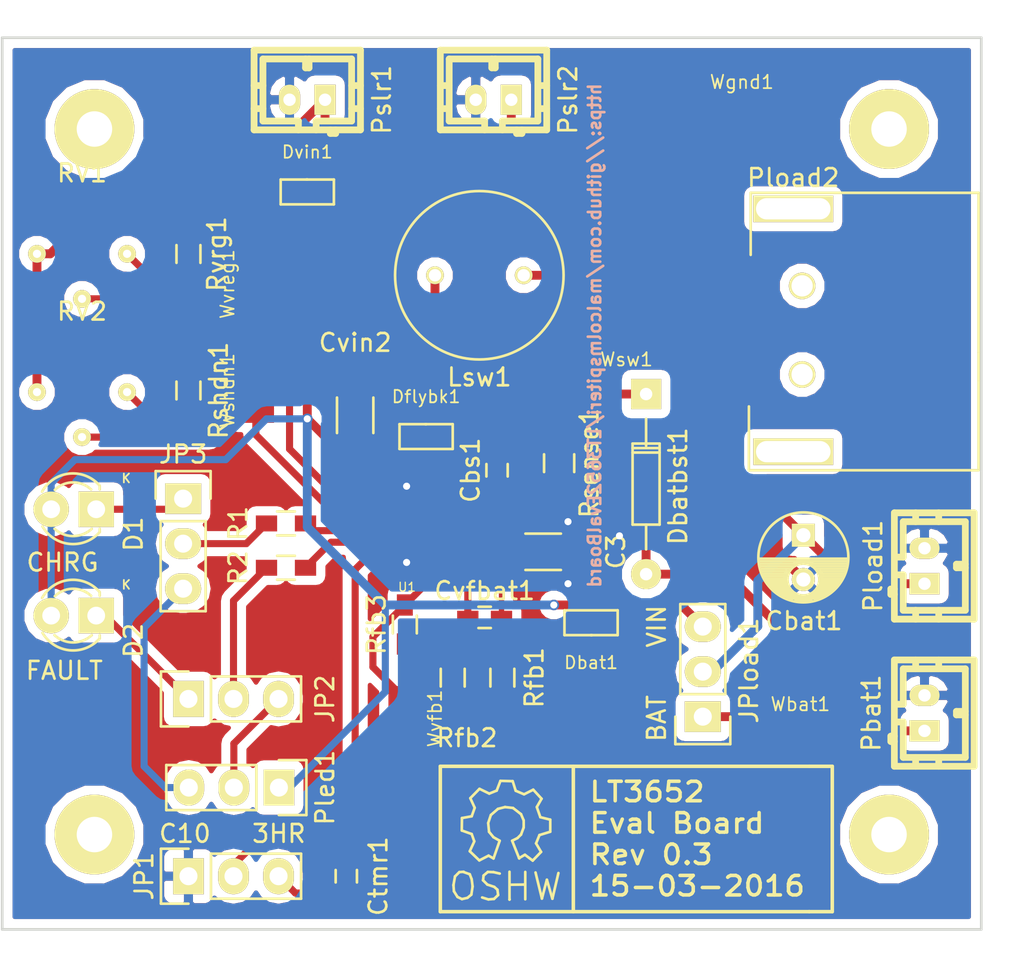
<source format=kicad_pcb>
(kicad_pcb (version 4) (host pcbnew 4.0.1-stable)

  (general
    (links 67)
    (no_connects 0)
    (area 115.440999 68.72484 173.58636 123.28582)
    (thickness 1.6)
    (drawings 19)
    (tracks 180)
    (zones 0)
    (modules 42)
    (nets 25)
  )

  (page A4)
  (title_block
    (title "LT3652 Evaluation Board")
    (date 2016-03-15)
    (rev 0.3)
    (company "Malcolm Spiteri")
  )

  (layers
    (0 F.Cu signal)
    (31 B.Cu signal)
    (32 B.Adhes user)
    (33 F.Adhes user)
    (34 B.Paste user)
    (35 F.Paste user)
    (36 B.SilkS user)
    (37 F.SilkS user)
    (38 B.Mask user)
    (39 F.Mask user)
    (40 Dwgs.User user)
    (41 Cmts.User user)
    (42 Eco1.User user)
    (43 Eco2.User user)
    (44 Edge.Cuts user)
    (45 Margin user)
    (46 B.CrtYd user)
    (47 F.CrtYd user)
    (48 B.Fab user)
    (49 F.Fab user)
  )

  (setup
    (last_trace_width 0.25)
    (user_trace_width 0.3)
    (user_trace_width 0.4)
    (user_trace_width 0.5)
    (trace_clearance 0.2)
    (zone_clearance 0.508)
    (zone_45_only no)
    (trace_min 0.2)
    (segment_width 0.2)
    (edge_width 0.15)
    (via_size 0.6)
    (via_drill 0.4)
    (via_min_size 0.4)
    (via_min_drill 0.3)
    (uvia_size 0.3)
    (uvia_drill 0.1)
    (uvias_allowed no)
    (uvia_min_size 0.2)
    (uvia_min_drill 0.1)
    (pcb_text_width 0.3)
    (pcb_text_size 1.5 1.5)
    (mod_edge_width 0.15)
    (mod_text_size 1 1)
    (mod_text_width 0.15)
    (pad_size 1.524 1.524)
    (pad_drill 0.762)
    (pad_to_mask_clearance 0.055)
    (aux_axis_origin 147.866 107.95)
    (grid_origin 147.066 107.95)
    (visible_elements 7FFEFFFF)
    (pcbplotparams
      (layerselection 0x010f0_80000001)
      (usegerberextensions false)
      (excludeedgelayer true)
      (linewidth 0.100000)
      (plotframeref false)
      (viasonmask false)
      (mode 1)
      (useauxorigin false)
      (hpglpennumber 1)
      (hpglpenspeed 20)
      (hpglpendiameter 15)
      (hpglpenoverlay 2)
      (psnegative false)
      (psa4output false)
      (plotreference true)
      (plotvalue true)
      (plotinvisibletext false)
      (padsonsilk false)
      (subtractmaskfromsilk false)
      (outputformat 1)
      (mirror false)
      (drillshape 0)
      (scaleselection 1)
      (outputdirectory gerber/))
  )

  (net 0 "")
  (net 1 "Net-(D2-Pad1)")
  (net 2 GND)
  (net 3 /VIN)
  (net 4 /VIN_REG)
  (net 5 /SHDN)
  (net 6 "Net-(JP1-Pad2)")
  (net 7 "Net-(JP2-Pad2)")
  (net 8 "Net-(JP2-Pad3)")
  (net 9 "Net-(R1-Pad1)")
  (net 10 "Net-(R2-Pad1)")
  (net 11 "Net-(D1-Pad1)")
  (net 12 "Net-(JP3-Pad2)")
  (net 13 "Net-(JP3-Pad3)")
  (net 14 "Net-(Rfb1-Pad2)")
  (net 15 /BAT)
  (net 16 /BOOST)
  (net 17 /SW)
  (net 18 /VFB)
  (net 19 /SENSE)
  (net 20 "Net-(Ctmr1-Pad1)")
  (net 21 "Net-(Dvin1-Pad3)")
  (net 22 "Net-(Cbat1-Pad1)")
  (net 23 "Net-(RV2-Pad3)")
  (net 24 "Net-(RV1-Pad3)")

  (net_class Default "This is the default net class."
    (clearance 0.2)
    (trace_width 0.25)
    (via_dia 0.6)
    (via_drill 0.4)
    (uvia_dia 0.3)
    (uvia_drill 0.1)
    (add_net /BAT)
    (add_net /BOOST)
    (add_net /SENSE)
    (add_net /SHDN)
    (add_net /SW)
    (add_net /VFB)
    (add_net /VIN)
    (add_net /VIN_REG)
    (add_net GND)
    (add_net "Net-(Cbat1-Pad1)")
    (add_net "Net-(Ctmr1-Pad1)")
    (add_net "Net-(D1-Pad1)")
    (add_net "Net-(D2-Pad1)")
    (add_net "Net-(Dvin1-Pad3)")
    (add_net "Net-(JP1-Pad2)")
    (add_net "Net-(JP2-Pad2)")
    (add_net "Net-(JP2-Pad3)")
    (add_net "Net-(JP3-Pad2)")
    (add_net "Net-(JP3-Pad3)")
    (add_net "Net-(R1-Pad1)")
    (add_net "Net-(R2-Pad1)")
    (add_net "Net-(RV1-Pad3)")
    (add_net "Net-(RV2-Pad3)")
    (add_net "Net-(Rfb1-Pad2)")
  )

  (net_class "Power Traces" ""
    (clearance 0.3)
    (trace_width 0.5)
    (via_dia 0.8)
    (via_drill 0.6)
    (uvia_dia 0.4)
    (uvia_drill 0.2)
  )

  (module enclosures:MHH-20_ABS_Plastic_Box_Holes_Only (layer F.Cu) (tedit 56D730F8) (tstamp 56D5F653)
    (at 143.866 95.75)
    (descr "Outline, Eurocard 1/4, Type I,  80x50mm, with holes 3,5mm,")
    (tags "Outline, Eurocard 1/4, Type I, 80x50mm, with holes 3,5mm,")
    (fp_text reference "" (at -25.6 -23.6) (layer F.SilkS)
      (effects (font (size 1 1) (thickness 0.15)))
    )
    (fp_text value MHH-20_ABS_Plastic_Box (at 0 -23.5) (layer F.Fab)
      (effects (font (size 1 1) (thickness 0.15)))
    )
    (fp_line (start 24.2 25.7) (end 27.25 25.7) (layer F.Fab) (width 0.15))
    (fp_line (start 27.25 25.7) (end 27.25 -19.35) (layer F.Fab) (width 0.15))
    (fp_line (start -28.05 -19.45) (end -28.05 25.7) (layer F.Fab) (width 0.15))
    (fp_line (start -28.05 25.7) (end 24.2 25.7) (layer F.Fab) (width 0.15))
    (fp_line (start 27.25 -19.35) (end 27.25 -24.6) (layer F.Fab) (width 0.15))
    (fp_line (start 27.25 -24.6) (end 23.35 -24.6) (layer F.Fab) (width 0.15))
    (fp_line (start -28.05 -19.45) (end -28.05 -24.6) (layer F.Fab) (width 0.15))
    (fp_line (start -28.05 -24.6) (end 23.35 -24.6) (layer F.Fab) (width 0.15))
    (pad "" np_thru_hole circle (at -22.8 20.45) (size 4.50012 4.50012) (drill 2) (layers *.Cu *.Mask F.SilkS))
    (pad "" np_thru_hole circle (at -22.8 -19.35) (size 4.50012 4.50012) (drill 2) (layers *.Cu *.Mask F.SilkS))
    (pad "" np_thru_hole circle (at 22 -19.35) (size 4.50012 4.50012) (drill 2) (layers *.Cu *.Mask F.SilkS))
    (pad "" np_thru_hole circle (at 22 20.45) (size 4.50012 4.50012) (drill 2) (layers *.Cu *.Mask F.SilkS))
  )

  (module Pin_Headers:Pin_Header_Straight_1x03 (layer F.Cu) (tedit 56DDE121) (tstamp 56C26F74)
    (at 126.366 108.55 90)
    (descr "Through hole pin header")
    (tags "pin header")
    (path /56D0B468)
    (fp_text reference JP2 (at 0 7.7 90) (layer F.SilkS)
      (effects (font (size 1 1) (thickness 0.15)))
    )
    (fp_text value JUMPER3 (at -2.54 2.54 180) (layer F.Fab)
      (effects (font (size 1 1) (thickness 0.15)))
    )
    (fp_line (start -1.75 -1.75) (end -1.75 6.85) (layer F.CrtYd) (width 0.05))
    (fp_line (start 1.75 -1.75) (end 1.75 6.85) (layer F.CrtYd) (width 0.05))
    (fp_line (start -1.75 -1.75) (end 1.75 -1.75) (layer F.CrtYd) (width 0.05))
    (fp_line (start -1.75 6.85) (end 1.75 6.85) (layer F.CrtYd) (width 0.05))
    (fp_line (start -1.27 1.27) (end -1.27 6.35) (layer F.SilkS) (width 0.15))
    (fp_line (start -1.27 6.35) (end 1.27 6.35) (layer F.SilkS) (width 0.15))
    (fp_line (start 1.27 6.35) (end 1.27 1.27) (layer F.SilkS) (width 0.15))
    (fp_line (start 1.55 -1.55) (end 1.55 0) (layer F.SilkS) (width 0.15))
    (fp_line (start 1.27 1.27) (end -1.27 1.27) (layer F.SilkS) (width 0.15))
    (fp_line (start -1.55 0) (end -1.55 -1.55) (layer F.SilkS) (width 0.15))
    (fp_line (start -1.55 -1.55) (end 1.55 -1.55) (layer F.SilkS) (width 0.15))
    (pad 1 thru_hole rect (at 0 0 90) (size 2.032 1.7272) (drill 1.016) (layers *.Cu *.Mask F.SilkS)
      (net 1 "Net-(D2-Pad1)"))
    (pad 2 thru_hole oval (at 0 2.54 90) (size 2.032 1.7272) (drill 1.016) (layers *.Cu *.Mask F.SilkS)
      (net 7 "Net-(JP2-Pad2)"))
    (pad 3 thru_hole oval (at 0 5.08 90) (size 2.032 1.7272) (drill 1.016) (layers *.Cu *.Mask F.SilkS)
      (net 8 "Net-(JP2-Pad3)"))
    (model Pin_Headers.3dshapes/Pin_Header_Straight_1x03.wrl
      (at (xyz 0 -0.1 0))
      (scale (xyz 1 1 1))
      (rotate (xyz 0 0 90))
    )
  )

  (module Resistors_SMD:R_0603_HandSoldering (layer F.Cu) (tedit 56DDE02B) (tstamp 56C64EDA)
    (at 131.866 98.65 180)
    (descr "Resistor SMD 0603, hand soldering")
    (tags "resistor 0603")
    (path /56C263E6)
    (attr smd)
    (fp_text reference R1 (at 2.7 0 270) (layer F.SilkS)
      (effects (font (size 1 1) (thickness 0.15)))
    )
    (fp_text value 10K (at -0.05 0 180) (layer F.Fab)
      (effects (font (size 1 1) (thickness 0.15)))
    )
    (fp_line (start -2 -0.8) (end 2 -0.8) (layer F.CrtYd) (width 0.05))
    (fp_line (start -2 0.8) (end 2 0.8) (layer F.CrtYd) (width 0.05))
    (fp_line (start -2 -0.8) (end -2 0.8) (layer F.CrtYd) (width 0.05))
    (fp_line (start 2 -0.8) (end 2 0.8) (layer F.CrtYd) (width 0.05))
    (fp_line (start 0.5 0.675) (end -0.5 0.675) (layer F.SilkS) (width 0.15))
    (fp_line (start -0.5 -0.675) (end 0.5 -0.675) (layer F.SilkS) (width 0.15))
    (pad 1 smd rect (at -1.1 0 180) (size 1.2 0.9) (layers F.Cu F.Paste F.Mask)
      (net 9 "Net-(R1-Pad1)"))
    (pad 2 smd rect (at 1.1 0 180) (size 1.2 0.9) (layers F.Cu F.Paste F.Mask)
      (net 12 "Net-(JP3-Pad2)"))
    (model Resistors_SMD.3dshapes/R_0603_HandSoldering.wrl
      (at (xyz 0 0 0))
      (scale (xyz 1 1 1))
      (rotate (xyz 0 0 0))
    )
  )

  (module Resistors_SMD:R_0603_HandSoldering (layer F.Cu) (tedit 56DDE024) (tstamp 56C64EDF)
    (at 131.866 101.15 180)
    (descr "Resistor SMD 0603, hand soldering")
    (tags "resistor 0603")
    (path /56C26441)
    (attr smd)
    (fp_text reference R2 (at 2.7 0 270) (layer F.SilkS)
      (effects (font (size 1 1) (thickness 0.15)))
    )
    (fp_text value 10K (at -0.05 0 180) (layer F.Fab)
      (effects (font (size 1 1) (thickness 0.15)))
    )
    (fp_line (start -2 -0.8) (end 2 -0.8) (layer F.CrtYd) (width 0.05))
    (fp_line (start -2 0.8) (end 2 0.8) (layer F.CrtYd) (width 0.05))
    (fp_line (start -2 -0.8) (end -2 0.8) (layer F.CrtYd) (width 0.05))
    (fp_line (start 2 -0.8) (end 2 0.8) (layer F.CrtYd) (width 0.05))
    (fp_line (start 0.5 0.675) (end -0.5 0.675) (layer F.SilkS) (width 0.15))
    (fp_line (start -0.5 -0.675) (end 0.5 -0.675) (layer F.SilkS) (width 0.15))
    (pad 1 smd rect (at -1.1 0 180) (size 1.2 0.9) (layers F.Cu F.Paste F.Mask)
      (net 10 "Net-(R2-Pad1)"))
    (pad 2 smd rect (at 1.1 0 180) (size 1.2 0.9) (layers F.Cu F.Paste F.Mask)
      (net 7 "Net-(JP2-Pad2)"))
    (model Resistors_SMD.3dshapes/R_0603_HandSoldering.wrl
      (at (xyz 0 0 0))
      (scale (xyz 1 1 1))
      (rotate (xyz 0 0 0))
    )
  )

  (module Capacitors_SMD:C_0603_HandSoldering (layer F.Cu) (tedit 56DDDFC5) (tstamp 56D08B60)
    (at 143.766 95.65 90)
    (descr "Capacitor SMD 0603, hand soldering")
    (tags "capacitor 0603")
    (path /56C9E0DA)
    (attr smd)
    (fp_text reference Cbs1 (at 0 -1.5 90) (layer F.SilkS)
      (effects (font (size 1 1) (thickness 0.15)))
    )
    (fp_text value 1uF (at 0 1.9 90) (layer F.Fab)
      (effects (font (size 1 1) (thickness 0.15)))
    )
    (fp_line (start -1.85 -0.75) (end 1.85 -0.75) (layer F.CrtYd) (width 0.05))
    (fp_line (start -1.85 0.75) (end 1.85 0.75) (layer F.CrtYd) (width 0.05))
    (fp_line (start -1.85 -0.75) (end -1.85 0.75) (layer F.CrtYd) (width 0.05))
    (fp_line (start 1.85 -0.75) (end 1.85 0.75) (layer F.CrtYd) (width 0.05))
    (fp_line (start -0.35 -0.6) (end 0.35 -0.6) (layer F.SilkS) (width 0.15))
    (fp_line (start 0.35 0.6) (end -0.35 0.6) (layer F.SilkS) (width 0.15))
    (pad 1 smd rect (at -0.95 0 90) (size 1.2 0.75) (layers F.Cu F.Paste F.Mask)
      (net 16 /BOOST))
    (pad 2 smd rect (at 0.95 0 90) (size 1.2 0.75) (layers F.Cu F.Paste F.Mask)
      (net 17 /SW))
    (model Capacitors_SMD.3dshapes/C_0603_HandSoldering.wrl
      (at (xyz 0 0 0))
      (scale (xyz 1 1 1))
      (rotate (xyz 0 0 0))
    )
  )

  (module Pin_Headers:Pin_Header_Straight_1x03 (layer F.Cu) (tedit 56DDE07B) (tstamp 56D08B75)
    (at 126.366 118.55 90)
    (descr "Through hole pin header")
    (tags "pin header")
    (path /56C28A94)
    (fp_text reference JP1 (at 0 -2.5 90) (layer F.SilkS)
      (effects (font (size 1 1) (thickness 0.15)))
    )
    (fp_text value "TIMER OPT" (at 0 -3.1 90) (layer F.Fab)
      (effects (font (size 1 1) (thickness 0.15)))
    )
    (fp_line (start -1.75 -1.75) (end -1.75 6.85) (layer F.CrtYd) (width 0.05))
    (fp_line (start 1.75 -1.75) (end 1.75 6.85) (layer F.CrtYd) (width 0.05))
    (fp_line (start -1.75 -1.75) (end 1.75 -1.75) (layer F.CrtYd) (width 0.05))
    (fp_line (start -1.75 6.85) (end 1.75 6.85) (layer F.CrtYd) (width 0.05))
    (fp_line (start -1.27 1.27) (end -1.27 6.35) (layer F.SilkS) (width 0.15))
    (fp_line (start -1.27 6.35) (end 1.27 6.35) (layer F.SilkS) (width 0.15))
    (fp_line (start 1.27 6.35) (end 1.27 1.27) (layer F.SilkS) (width 0.15))
    (fp_line (start 1.55 -1.55) (end 1.55 0) (layer F.SilkS) (width 0.15))
    (fp_line (start 1.27 1.27) (end -1.27 1.27) (layer F.SilkS) (width 0.15))
    (fp_line (start -1.55 0) (end -1.55 -1.55) (layer F.SilkS) (width 0.15))
    (fp_line (start -1.55 -1.55) (end 1.55 -1.55) (layer F.SilkS) (width 0.15))
    (pad 1 thru_hole rect (at 0 0 90) (size 2.032 1.7272) (drill 1.016) (layers *.Cu *.Mask F.SilkS)
      (net 2 GND))
    (pad 2 thru_hole oval (at 0 2.54 90) (size 2.032 1.7272) (drill 1.016) (layers *.Cu *.Mask F.SilkS)
      (net 6 "Net-(JP1-Pad2)"))
    (pad 3 thru_hole oval (at 0 5.08 90) (size 2.032 1.7272) (drill 1.016) (layers *.Cu *.Mask F.SilkS)
      (net 20 "Net-(Ctmr1-Pad1)"))
    (model Pin_Headers.3dshapes/Pin_Header_Straight_1x03.wrl
      (at (xyz 0 -0.1 0))
      (scale (xyz 1 1 1))
      (rotate (xyz 0 0 90))
    )
  )

  (module w_conn_jst-ph:b2b-ph-kl (layer F.Cu) (tedit 56DDDEED) (tstamp 56D08B81)
    (at 167.866 109.35 90)
    (descr "JST PH series connector, B2B-PH-KL")
    (path /56CB9AD3)
    (fp_text reference Pbat1 (at 0 -3 90) (layer F.SilkS)
      (effects (font (size 1 1) (thickness 0.15)))
    )
    (fp_text value "JST PH" (at 0 4.20116 90) (layer F.Fab)
      (effects (font (thickness 0.3048)))
    )
    (fp_line (start -0.09906 2.30124) (end -0.09906 1.80086) (layer F.SilkS) (width 0.381))
    (fp_line (start -0.09906 1.80086) (end 0.09906 1.80086) (layer F.SilkS) (width 0.381))
    (fp_line (start 0.09906 1.80086) (end 0.09906 2.30124) (layer F.SilkS) (width 0.381))
    (fp_line (start 2.99974 -0.50038) (end 2.49936 -0.50038) (layer F.SilkS) (width 0.381))
    (fp_line (start 2.49936 0.8001) (end 2.99974 0.8001) (layer F.SilkS) (width 0.381))
    (fp_line (start -2.49936 0.8001) (end -2.99974 0.8001) (layer F.SilkS) (width 0.381))
    (fp_line (start -2.49936 -0.50038) (end -2.99974 -0.50038) (layer F.SilkS) (width 0.381))
    (fp_line (start -0.50038 -1.69926) (end -0.50038 -1.19888) (layer F.SilkS) (width 0.381))
    (fp_line (start -0.50038 -1.19888) (end -2.49936 -1.19888) (layer F.SilkS) (width 0.381))
    (fp_line (start -2.49936 -1.19888) (end -2.49936 2.30124) (layer F.SilkS) (width 0.381))
    (fp_line (start -2.49936 2.30124) (end 2.49936 2.30124) (layer F.SilkS) (width 0.381))
    (fp_line (start 2.49936 2.30124) (end 2.49936 -1.19888) (layer F.SilkS) (width 0.381))
    (fp_line (start 2.49936 -1.19888) (end 0.50038 -1.19888) (layer F.SilkS) (width 0.381))
    (fp_line (start 0.50038 -1.19888) (end 0.50038 -1.69926) (layer F.SilkS) (width 0.381))
    (fp_line (start -2.99974 -1.69926) (end -2.99974 2.79908) (layer F.SilkS) (width 0.381))
    (fp_line (start 2.99974 -1.69926) (end 2.99974 2.79908) (layer F.SilkS) (width 0.381))
    (fp_line (start -1.30048 -1.69926) (end -1.30048 -1.89992) (layer F.SilkS) (width 0.381))
    (fp_line (start -1.30048 -1.89992) (end -1.6002 -1.89992) (layer F.SilkS) (width 0.381))
    (fp_line (start -1.6002 -1.89992) (end -1.6002 -1.69926) (layer F.SilkS) (width 0.381))
    (fp_line (start 2.99974 -1.69926) (end -2.99974 -1.69926) (layer F.SilkS) (width 0.381))
    (fp_line (start -2.99974 2.79908) (end 2.99974 2.79908) (layer F.SilkS) (width 0.381))
    (pad 1 thru_hole rect (at -1.00076 0 90) (size 1.19888 1.69926) (drill 0.70104) (layers *.Cu *.Mask F.SilkS)
      (net 15 /BAT))
    (pad 2 thru_hole oval (at 1.00076 0 90) (size 1.19888 1.69926) (drill 0.70104) (layers *.Cu *.Mask F.SilkS)
      (net 2 GND))
    (model walter/conn_jst-ph/b2b-ph-kl.wrl
      (at (xyz 0 0 0))
      (scale (xyz 1 1 1))
      (rotate (xyz 0 0 0))
    )
  )

  (module Pin_Headers:Pin_Header_Straight_1x03 (layer F.Cu) (tedit 56DDE11C) (tstamp 56D08B88)
    (at 131.466 113.55 270)
    (descr "Through hole pin header")
    (tags "pin header")
    (path /56D1487C)
    (fp_text reference Pled1 (at 0 -2.6 270) (layer F.SilkS)
      (effects (font (size 1 1) (thickness 0.15)))
    )
    (fp_text value CONN_01X03 (at 0 -3.1 270) (layer F.Fab)
      (effects (font (size 1 1) (thickness 0.15)))
    )
    (fp_line (start -1.75 -1.75) (end -1.75 6.85) (layer F.CrtYd) (width 0.05))
    (fp_line (start 1.75 -1.75) (end 1.75 6.85) (layer F.CrtYd) (width 0.05))
    (fp_line (start -1.75 -1.75) (end 1.75 -1.75) (layer F.CrtYd) (width 0.05))
    (fp_line (start -1.75 6.85) (end 1.75 6.85) (layer F.CrtYd) (width 0.05))
    (fp_line (start -1.27 1.27) (end -1.27 6.35) (layer F.SilkS) (width 0.15))
    (fp_line (start -1.27 6.35) (end 1.27 6.35) (layer F.SilkS) (width 0.15))
    (fp_line (start 1.27 6.35) (end 1.27 1.27) (layer F.SilkS) (width 0.15))
    (fp_line (start 1.55 -1.55) (end 1.55 0) (layer F.SilkS) (width 0.15))
    (fp_line (start 1.27 1.27) (end -1.27 1.27) (layer F.SilkS) (width 0.15))
    (fp_line (start -1.55 0) (end -1.55 -1.55) (layer F.SilkS) (width 0.15))
    (fp_line (start -1.55 -1.55) (end 1.55 -1.55) (layer F.SilkS) (width 0.15))
    (pad 1 thru_hole rect (at 0 0 270) (size 2.032 1.7272) (drill 1.016) (layers *.Cu *.Mask F.SilkS)
      (net 3 /VIN))
    (pad 2 thru_hole oval (at 0 2.54 270) (size 2.032 1.7272) (drill 1.016) (layers *.Cu *.Mask F.SilkS)
      (net 8 "Net-(JP2-Pad3)"))
    (pad 3 thru_hole oval (at 0 5.08 270) (size 2.032 1.7272) (drill 1.016) (layers *.Cu *.Mask F.SilkS)
      (net 13 "Net-(JP3-Pad3)"))
    (model Pin_Headers.3dshapes/Pin_Header_Straight_1x03.wrl
      (at (xyz 0 -0.1 0))
      (scale (xyz 1 1 1))
      (rotate (xyz 0 0 90))
    )
  )

  (module w_conn_jst-ph:b2b-ph-kl (layer F.Cu) (tedit 56DDDEE8) (tstamp 56D08B8E)
    (at 167.866 101.05 90)
    (descr "JST PH series connector, B2B-PH-KL")
    (path /56CF675B)
    (fp_text reference Pload1 (at 0 -2.9 90) (layer F.SilkS)
      (effects (font (size 1 1) (thickness 0.15)))
    )
    (fp_text value "JST PH" (at 0 4.20116 90) (layer F.Fab)
      (effects (font (thickness 0.3048)))
    )
    (fp_line (start -0.09906 2.30124) (end -0.09906 1.80086) (layer F.SilkS) (width 0.381))
    (fp_line (start -0.09906 1.80086) (end 0.09906 1.80086) (layer F.SilkS) (width 0.381))
    (fp_line (start 0.09906 1.80086) (end 0.09906 2.30124) (layer F.SilkS) (width 0.381))
    (fp_line (start 2.99974 -0.50038) (end 2.49936 -0.50038) (layer F.SilkS) (width 0.381))
    (fp_line (start 2.49936 0.8001) (end 2.99974 0.8001) (layer F.SilkS) (width 0.381))
    (fp_line (start -2.49936 0.8001) (end -2.99974 0.8001) (layer F.SilkS) (width 0.381))
    (fp_line (start -2.49936 -0.50038) (end -2.99974 -0.50038) (layer F.SilkS) (width 0.381))
    (fp_line (start -0.50038 -1.69926) (end -0.50038 -1.19888) (layer F.SilkS) (width 0.381))
    (fp_line (start -0.50038 -1.19888) (end -2.49936 -1.19888) (layer F.SilkS) (width 0.381))
    (fp_line (start -2.49936 -1.19888) (end -2.49936 2.30124) (layer F.SilkS) (width 0.381))
    (fp_line (start -2.49936 2.30124) (end 2.49936 2.30124) (layer F.SilkS) (width 0.381))
    (fp_line (start 2.49936 2.30124) (end 2.49936 -1.19888) (layer F.SilkS) (width 0.381))
    (fp_line (start 2.49936 -1.19888) (end 0.50038 -1.19888) (layer F.SilkS) (width 0.381))
    (fp_line (start 0.50038 -1.19888) (end 0.50038 -1.69926) (layer F.SilkS) (width 0.381))
    (fp_line (start -2.99974 -1.69926) (end -2.99974 2.79908) (layer F.SilkS) (width 0.381))
    (fp_line (start 2.99974 -1.69926) (end 2.99974 2.79908) (layer F.SilkS) (width 0.381))
    (fp_line (start -1.30048 -1.69926) (end -1.30048 -1.89992) (layer F.SilkS) (width 0.381))
    (fp_line (start -1.30048 -1.89992) (end -1.6002 -1.89992) (layer F.SilkS) (width 0.381))
    (fp_line (start -1.6002 -1.89992) (end -1.6002 -1.69926) (layer F.SilkS) (width 0.381))
    (fp_line (start 2.99974 -1.69926) (end -2.99974 -1.69926) (layer F.SilkS) (width 0.381))
    (fp_line (start -2.99974 2.79908) (end 2.99974 2.79908) (layer F.SilkS) (width 0.381))
    (pad 1 thru_hole rect (at -1.00076 0 90) (size 1.19888 1.69926) (drill 0.70104) (layers *.Cu *.Mask F.SilkS)
      (net 22 "Net-(Cbat1-Pad1)"))
    (pad 2 thru_hole oval (at 1.00076 0 90) (size 1.19888 1.69926) (drill 0.70104) (layers *.Cu *.Mask F.SilkS)
      (net 2 GND))
    (model walter/conn_jst-ph/b2b-ph-kl.wrl
      (at (xyz 0 0 0))
      (scale (xyz 1 1 1))
      (rotate (xyz 0 0 0))
    )
  )

  (module Resistors_SMD:R_0603_HandSoldering (layer F.Cu) (tedit 56DDDFB1) (tstamp 56D08B94)
    (at 144.066 107.35 270)
    (descr "Resistor SMD 0603, hand soldering")
    (tags "resistor 0603")
    (path /56CF4BE6)
    (attr smd)
    (fp_text reference Rfb1 (at 0 -1.8 270) (layer F.SilkS)
      (effects (font (size 1 1) (thickness 0.15)))
    )
    (fp_text value 90k (at 0 1.9 270) (layer F.Fab)
      (effects (font (size 1 1) (thickness 0.15)))
    )
    (fp_line (start -2 -0.8) (end 2 -0.8) (layer F.CrtYd) (width 0.05))
    (fp_line (start -2 0.8) (end 2 0.8) (layer F.CrtYd) (width 0.05))
    (fp_line (start -2 -0.8) (end -2 0.8) (layer F.CrtYd) (width 0.05))
    (fp_line (start 2 -0.8) (end 2 0.8) (layer F.CrtYd) (width 0.05))
    (fp_line (start 0.5 0.675) (end -0.5 0.675) (layer F.SilkS) (width 0.15))
    (fp_line (start -0.5 -0.675) (end 0.5 -0.675) (layer F.SilkS) (width 0.15))
    (pad 1 smd rect (at -1.1 0 270) (size 1.2 0.9) (layers F.Cu F.Paste F.Mask)
      (net 15 /BAT))
    (pad 2 smd rect (at 1.1 0 270) (size 1.2 0.9) (layers F.Cu F.Paste F.Mask)
      (net 14 "Net-(Rfb1-Pad2)"))
    (model Resistors_SMD.3dshapes/R_0603_HandSoldering.wrl
      (at (xyz 0 0 0))
      (scale (xyz 1 1 1))
      (rotate (xyz 0 0 0))
    )
  )

  (module Resistors_SMD:R_0603_HandSoldering (layer F.Cu) (tedit 56DDDFB8) (tstamp 56D08B9A)
    (at 141.266 107.35 270)
    (descr "Resistor SMD 0603, hand soldering")
    (tags "resistor 0603")
    (path /56CF4C65)
    (attr smd)
    (fp_text reference Rfb2 (at 3.4 -0.8 360) (layer F.SilkS)
      (effects (font (size 1 1) (thickness 0.15)))
    )
    (fp_text value 330k (at 0 1.9 270) (layer F.Fab)
      (effects (font (size 1 1) (thickness 0.15)))
    )
    (fp_line (start -2 -0.8) (end 2 -0.8) (layer F.CrtYd) (width 0.05))
    (fp_line (start -2 0.8) (end 2 0.8) (layer F.CrtYd) (width 0.05))
    (fp_line (start -2 -0.8) (end -2 0.8) (layer F.CrtYd) (width 0.05))
    (fp_line (start 2 -0.8) (end 2 0.8) (layer F.CrtYd) (width 0.05))
    (fp_line (start 0.5 0.675) (end -0.5 0.675) (layer F.SilkS) (width 0.15))
    (fp_line (start -0.5 -0.675) (end 0.5 -0.675) (layer F.SilkS) (width 0.15))
    (pad 1 smd rect (at -1.1 0 270) (size 1.2 0.9) (layers F.Cu F.Paste F.Mask)
      (net 14 "Net-(Rfb1-Pad2)"))
    (pad 2 smd rect (at 1.1 0 270) (size 1.2 0.9) (layers F.Cu F.Paste F.Mask)
      (net 2 GND))
    (model Resistors_SMD.3dshapes/R_0603_HandSoldering.wrl
      (at (xyz 0 0 0))
      (scale (xyz 1 1 1))
      (rotate (xyz 0 0 0))
    )
  )

  (module Resistors_SMD:R_0603_HandSoldering (layer F.Cu) (tedit 56DDE034) (tstamp 56D08BA0)
    (at 138.566 104.35 90)
    (descr "Resistor SMD 0603, hand soldering")
    (tags "resistor 0603")
    (path /56CF4CD2)
    (attr smd)
    (fp_text reference Rfb3 (at 0 -1.6 90) (layer F.SilkS)
      (effects (font (size 1 1) (thickness 0.15)))
    )
    (fp_text value 179k (at 0 1.9 90) (layer F.Fab)
      (effects (font (size 1 1) (thickness 0.15)))
    )
    (fp_line (start -2 -0.8) (end 2 -0.8) (layer F.CrtYd) (width 0.05))
    (fp_line (start -2 0.8) (end 2 0.8) (layer F.CrtYd) (width 0.05))
    (fp_line (start -2 -0.8) (end -2 0.8) (layer F.CrtYd) (width 0.05))
    (fp_line (start 2 -0.8) (end 2 0.8) (layer F.CrtYd) (width 0.05))
    (fp_line (start 0.5 0.675) (end -0.5 0.675) (layer F.SilkS) (width 0.15))
    (fp_line (start -0.5 -0.675) (end 0.5 -0.675) (layer F.SilkS) (width 0.15))
    (pad 1 smd rect (at -1.1 0 90) (size 1.2 0.9) (layers F.Cu F.Paste F.Mask)
      (net 14 "Net-(Rfb1-Pad2)"))
    (pad 2 smd rect (at 1.1 0 90) (size 1.2 0.9) (layers F.Cu F.Paste F.Mask)
      (net 18 /VFB))
    (model Resistors_SMD.3dshapes/R_0603_HandSoldering.wrl
      (at (xyz 0 0 0))
      (scale (xyz 1 1 1))
      (rotate (xyz 0 0 0))
    )
  )

  (module Pin_Headers:Pin_Header_Straight_1x03 (layer F.Cu) (tedit 56DDDFF1) (tstamp 56D090F2)
    (at 126.066 97.25)
    (descr "Through hole pin header")
    (tags "pin header")
    (path /56D0A561)
    (fp_text reference JP3 (at 0 -2.5) (layer F.SilkS)
      (effects (font (size 1 1) (thickness 0.15)))
    )
    (fp_text value JUMPER3 (at 0 -3.1) (layer F.Fab)
      (effects (font (size 1 1) (thickness 0.15)))
    )
    (fp_line (start -1.75 -1.75) (end -1.75 6.85) (layer F.CrtYd) (width 0.05))
    (fp_line (start 1.75 -1.75) (end 1.75 6.85) (layer F.CrtYd) (width 0.05))
    (fp_line (start -1.75 -1.75) (end 1.75 -1.75) (layer F.CrtYd) (width 0.05))
    (fp_line (start -1.75 6.85) (end 1.75 6.85) (layer F.CrtYd) (width 0.05))
    (fp_line (start -1.27 1.27) (end -1.27 6.35) (layer F.SilkS) (width 0.15))
    (fp_line (start -1.27 6.35) (end 1.27 6.35) (layer F.SilkS) (width 0.15))
    (fp_line (start 1.27 6.35) (end 1.27 1.27) (layer F.SilkS) (width 0.15))
    (fp_line (start 1.55 -1.55) (end 1.55 0) (layer F.SilkS) (width 0.15))
    (fp_line (start 1.27 1.27) (end -1.27 1.27) (layer F.SilkS) (width 0.15))
    (fp_line (start -1.55 0) (end -1.55 -1.55) (layer F.SilkS) (width 0.15))
    (fp_line (start -1.55 -1.55) (end 1.55 -1.55) (layer F.SilkS) (width 0.15))
    (pad 1 thru_hole rect (at 0 0) (size 2.032 1.7272) (drill 1.016) (layers *.Cu *.Mask F.SilkS)
      (net 11 "Net-(D1-Pad1)"))
    (pad 2 thru_hole oval (at 0 2.54) (size 2.032 1.7272) (drill 1.016) (layers *.Cu *.Mask F.SilkS)
      (net 12 "Net-(JP3-Pad2)"))
    (pad 3 thru_hole oval (at 0 5.08) (size 2.032 1.7272) (drill 1.016) (layers *.Cu *.Mask F.SilkS)
      (net 13 "Net-(JP3-Pad3)"))
    (model Pin_Headers.3dshapes/Pin_Header_Straight_1x03.wrl
      (at (xyz 0 -0.1 0))
      (scale (xyz 1 1 1))
      (rotate (xyz 0 0 90))
    )
  )

  (module Capacitors_SMD:C_0603_HandSoldering (layer F.Cu) (tedit 56DDE03C) (tstamp 56D0AB06)
    (at 143.066 103.95 180)
    (descr "Capacitor SMD 0603, hand soldering")
    (tags "capacitor 0603")
    (path /56CF8C9B)
    (attr smd)
    (fp_text reference Cvfbat1 (at 0 1.5 180) (layer F.SilkS)
      (effects (font (size 1 1) (thickness 0.15)))
    )
    (fp_text value 22pF (at 0 1.9 180) (layer F.Fab)
      (effects (font (size 1 1) (thickness 0.15)))
    )
    (fp_line (start -1.85 -0.75) (end 1.85 -0.75) (layer F.CrtYd) (width 0.05))
    (fp_line (start -1.85 0.75) (end 1.85 0.75) (layer F.CrtYd) (width 0.05))
    (fp_line (start -1.85 -0.75) (end -1.85 0.75) (layer F.CrtYd) (width 0.05))
    (fp_line (start 1.85 -0.75) (end 1.85 0.75) (layer F.CrtYd) (width 0.05))
    (fp_line (start -0.35 -0.6) (end 0.35 -0.6) (layer F.SilkS) (width 0.15))
    (fp_line (start 0.35 0.6) (end -0.35 0.6) (layer F.SilkS) (width 0.15))
    (pad 1 smd rect (at -0.95 0 180) (size 1.2 0.75) (layers F.Cu F.Paste F.Mask)
      (net 15 /BAT))
    (pad 2 smd rect (at 0.95 0 180) (size 1.2 0.75) (layers F.Cu F.Paste F.Mask)
      (net 18 /VFB))
    (model Capacitors_SMD.3dshapes/C_0603_HandSoldering.wrl
      (at (xyz 0 0 0))
      (scale (xyz 1 1 1))
      (rotate (xyz 0 0 0))
    )
  )

  (module Capacitors_ThroughHole:C_Radial_D5_L6_P2.5 (layer F.Cu) (tedit 56DDDEFA) (tstamp 56D152E4)
    (at 161.036 99.314 270)
    (descr "Radial Electrolytic Capacitor Diameter 5mm x Length 6mm, Pitch 2.5mm")
    (tags "Electrolytic Capacitor")
    (path /56D1522A)
    (fp_text reference Cbat1 (at 4.836 -0.03 360) (layer F.SilkS)
      (effects (font (size 1 1) (thickness 0.15)))
    )
    (fp_text value 100uF (at 1.25 3.8 270) (layer F.Fab)
      (effects (font (size 1 1) (thickness 0.15)))
    )
    (fp_line (start 1.325 -2.499) (end 1.325 2.499) (layer F.SilkS) (width 0.15))
    (fp_line (start 1.465 -2.491) (end 1.465 2.491) (layer F.SilkS) (width 0.15))
    (fp_line (start 1.605 -2.475) (end 1.605 -0.095) (layer F.SilkS) (width 0.15))
    (fp_line (start 1.605 0.095) (end 1.605 2.475) (layer F.SilkS) (width 0.15))
    (fp_line (start 1.745 -2.451) (end 1.745 -0.49) (layer F.SilkS) (width 0.15))
    (fp_line (start 1.745 0.49) (end 1.745 2.451) (layer F.SilkS) (width 0.15))
    (fp_line (start 1.885 -2.418) (end 1.885 -0.657) (layer F.SilkS) (width 0.15))
    (fp_line (start 1.885 0.657) (end 1.885 2.418) (layer F.SilkS) (width 0.15))
    (fp_line (start 2.025 -2.377) (end 2.025 -0.764) (layer F.SilkS) (width 0.15))
    (fp_line (start 2.025 0.764) (end 2.025 2.377) (layer F.SilkS) (width 0.15))
    (fp_line (start 2.165 -2.327) (end 2.165 -0.835) (layer F.SilkS) (width 0.15))
    (fp_line (start 2.165 0.835) (end 2.165 2.327) (layer F.SilkS) (width 0.15))
    (fp_line (start 2.305 -2.266) (end 2.305 -0.879) (layer F.SilkS) (width 0.15))
    (fp_line (start 2.305 0.879) (end 2.305 2.266) (layer F.SilkS) (width 0.15))
    (fp_line (start 2.445 -2.196) (end 2.445 -0.898) (layer F.SilkS) (width 0.15))
    (fp_line (start 2.445 0.898) (end 2.445 2.196) (layer F.SilkS) (width 0.15))
    (fp_line (start 2.585 -2.114) (end 2.585 -0.896) (layer F.SilkS) (width 0.15))
    (fp_line (start 2.585 0.896) (end 2.585 2.114) (layer F.SilkS) (width 0.15))
    (fp_line (start 2.725 -2.019) (end 2.725 -0.871) (layer F.SilkS) (width 0.15))
    (fp_line (start 2.725 0.871) (end 2.725 2.019) (layer F.SilkS) (width 0.15))
    (fp_line (start 2.865 -1.908) (end 2.865 -0.823) (layer F.SilkS) (width 0.15))
    (fp_line (start 2.865 0.823) (end 2.865 1.908) (layer F.SilkS) (width 0.15))
    (fp_line (start 3.005 -1.78) (end 3.005 -0.745) (layer F.SilkS) (width 0.15))
    (fp_line (start 3.005 0.745) (end 3.005 1.78) (layer F.SilkS) (width 0.15))
    (fp_line (start 3.145 -1.631) (end 3.145 -0.628) (layer F.SilkS) (width 0.15))
    (fp_line (start 3.145 0.628) (end 3.145 1.631) (layer F.SilkS) (width 0.15))
    (fp_line (start 3.285 -1.452) (end 3.285 -0.44) (layer F.SilkS) (width 0.15))
    (fp_line (start 3.285 0.44) (end 3.285 1.452) (layer F.SilkS) (width 0.15))
    (fp_line (start 3.425 -1.233) (end 3.425 1.233) (layer F.SilkS) (width 0.15))
    (fp_line (start 3.565 -0.944) (end 3.565 0.944) (layer F.SilkS) (width 0.15))
    (fp_line (start 3.705 -0.472) (end 3.705 0.472) (layer F.SilkS) (width 0.15))
    (fp_circle (center 2.5 0) (end 2.5 -0.9) (layer F.SilkS) (width 0.15))
    (fp_circle (center 1.25 0) (end 1.25 -2.5375) (layer F.SilkS) (width 0.15))
    (fp_circle (center 1.25 0) (end 1.25 -2.8) (layer F.CrtYd) (width 0.05))
    (pad 1 thru_hole rect (at 0 0 270) (size 1.3 1.3) (drill 0.8) (layers *.Cu *.Mask F.SilkS)
      (net 22 "Net-(Cbat1-Pad1)"))
    (pad 2 thru_hole circle (at 2.5 0 270) (size 1.3 1.3) (drill 0.8) (layers *.Cu *.Mask F.SilkS)
      (net 2 GND))
    (model Capacitors_ThroughHole.3dshapes/C_Radial_D5_L6_P2.5.wrl
      (at (xyz 0.0492126 0 0))
      (scale (xyz 1 1 1))
      (rotate (xyz 0 0 90))
    )
  )

  (module Capacitors_SMD:C_1206_HandSoldering (layer F.Cu) (tedit 56DDDEA4) (tstamp 56D5E4F2)
    (at 146.366 100.25)
    (descr "Capacitor SMD 1206, hand soldering")
    (tags "capacitor 1206")
    (path /56C2D406)
    (attr smd)
    (fp_text reference C3 (at 4.1 0 90) (layer F.SilkS)
      (effects (font (size 1 1) (thickness 0.15)))
    )
    (fp_text value 10uF (at 0 2.3) (layer F.Fab)
      (effects (font (size 1 1) (thickness 0.15)))
    )
    (fp_line (start -3.3 -1.15) (end 3.3 -1.15) (layer F.CrtYd) (width 0.05))
    (fp_line (start -3.3 1.15) (end 3.3 1.15) (layer F.CrtYd) (width 0.05))
    (fp_line (start -3.3 -1.15) (end -3.3 1.15) (layer F.CrtYd) (width 0.05))
    (fp_line (start 3.3 -1.15) (end 3.3 1.15) (layer F.CrtYd) (width 0.05))
    (fp_line (start 1 -1.025) (end -1 -1.025) (layer F.SilkS) (width 0.15))
    (fp_line (start -1 1.025) (end 1 1.025) (layer F.SilkS) (width 0.15))
    (pad 1 smd rect (at -2 0) (size 2 1.6) (layers F.Cu F.Paste F.Mask)
      (net 15 /BAT))
    (pad 2 smd rect (at 2 0) (size 2 1.6) (layers F.Cu F.Paste F.Mask)
      (net 2 GND))
    (model Capacitors_SMD.3dshapes/C_1206_HandSoldering.wrl
      (at (xyz 0 0 0))
      (scale (xyz 1 1 1))
      (rotate (xyz 0 0 0))
    )
  )

  (module Capacitors_SMD:C_0603_HandSoldering (layer F.Cu) (tedit 56DDE065) (tstamp 56D5E508)
    (at 135.266 118.55 90)
    (descr "Capacitor SMD 0603, hand soldering")
    (tags "capacitor 0603")
    (path /56D0C26A)
    (attr smd)
    (fp_text reference Ctmr1 (at 0 1.8 90) (layer F.SilkS)
      (effects (font (size 1 1) (thickness 0.15)))
    )
    (fp_text value 0.68µF (at 0 1.9 90) (layer F.Fab)
      (effects (font (size 1 1) (thickness 0.15)))
    )
    (fp_line (start -1.85 -0.75) (end 1.85 -0.75) (layer F.CrtYd) (width 0.05))
    (fp_line (start -1.85 0.75) (end 1.85 0.75) (layer F.CrtYd) (width 0.05))
    (fp_line (start -1.85 -0.75) (end -1.85 0.75) (layer F.CrtYd) (width 0.05))
    (fp_line (start 1.85 -0.75) (end 1.85 0.75) (layer F.CrtYd) (width 0.05))
    (fp_line (start -0.35 -0.6) (end 0.35 -0.6) (layer F.SilkS) (width 0.15))
    (fp_line (start 0.35 0.6) (end -0.35 0.6) (layer F.SilkS) (width 0.15))
    (pad 1 smd rect (at -0.95 0 90) (size 1.2 0.75) (layers F.Cu F.Paste F.Mask)
      (net 20 "Net-(Ctmr1-Pad1)"))
    (pad 2 smd rect (at 0.95 0 90) (size 1.2 0.75) (layers F.Cu F.Paste F.Mask)
      (net 2 GND))
    (model Capacitors_SMD.3dshapes/C_0603_HandSoldering.wrl
      (at (xyz 0 0 0))
      (scale (xyz 1 1 1))
      (rotate (xyz 0 0 0))
    )
  )

  (module Capacitors_SMD:C_1206_HandSoldering (layer F.Cu) (tedit 56DDDEBE) (tstamp 56D5E509)
    (at 135.766 92.55 270)
    (descr "Capacitor SMD 1206, hand soldering")
    (tags "capacitor 1206")
    (path /56C2978D)
    (attr smd)
    (fp_text reference Cvin2 (at -4.1 0 360) (layer F.SilkS)
      (effects (font (size 1 1) (thickness 0.15)))
    )
    (fp_text value 10uF (at 0 2.3 270) (layer F.Fab)
      (effects (font (size 1 1) (thickness 0.15)))
    )
    (fp_line (start -3.3 -1.15) (end 3.3 -1.15) (layer F.CrtYd) (width 0.05))
    (fp_line (start -3.3 1.15) (end 3.3 1.15) (layer F.CrtYd) (width 0.05))
    (fp_line (start -3.3 -1.15) (end -3.3 1.15) (layer F.CrtYd) (width 0.05))
    (fp_line (start 3.3 -1.15) (end 3.3 1.15) (layer F.CrtYd) (width 0.05))
    (fp_line (start 1 -1.025) (end -1 -1.025) (layer F.SilkS) (width 0.15))
    (fp_line (start -1 1.025) (end 1 1.025) (layer F.SilkS) (width 0.15))
    (pad 1 smd rect (at -2 0 270) (size 2 1.6) (layers F.Cu F.Paste F.Mask)
      (net 2 GND))
    (pad 2 smd rect (at 2 0 270) (size 2 1.6) (layers F.Cu F.Paste F.Mask)
      (net 3 /VIN))
    (model Capacitors_SMD.3dshapes/C_1206_HandSoldering.wrl
      (at (xyz 0 0 0))
      (scale (xyz 1 1 1))
      (rotate (xyz 0 0 0))
    )
  )

  (module w_conn_jst-ph:b2b-ph-kl (layer F.Cu) (tedit 56DDDEC8) (tstamp 56D5E52E)
    (at 133.066 74.75 180)
    (descr "JST PH series connector, B2B-PH-KL")
    (path /56D5EAF0)
    (fp_text reference Pslr1 (at -4.2 0 270) (layer F.SilkS)
      (effects (font (size 1 1) (thickness 0.15)))
    )
    (fp_text value "JST PH" (at 0 4.20116 180) (layer F.Fab)
      (effects (font (thickness 0.3048)))
    )
    (fp_line (start -0.09906 2.30124) (end -0.09906 1.80086) (layer F.SilkS) (width 0.381))
    (fp_line (start -0.09906 1.80086) (end 0.09906 1.80086) (layer F.SilkS) (width 0.381))
    (fp_line (start 0.09906 1.80086) (end 0.09906 2.30124) (layer F.SilkS) (width 0.381))
    (fp_line (start 2.99974 -0.50038) (end 2.49936 -0.50038) (layer F.SilkS) (width 0.381))
    (fp_line (start 2.49936 0.8001) (end 2.99974 0.8001) (layer F.SilkS) (width 0.381))
    (fp_line (start -2.49936 0.8001) (end -2.99974 0.8001) (layer F.SilkS) (width 0.381))
    (fp_line (start -2.49936 -0.50038) (end -2.99974 -0.50038) (layer F.SilkS) (width 0.381))
    (fp_line (start -0.50038 -1.69926) (end -0.50038 -1.19888) (layer F.SilkS) (width 0.381))
    (fp_line (start -0.50038 -1.19888) (end -2.49936 -1.19888) (layer F.SilkS) (width 0.381))
    (fp_line (start -2.49936 -1.19888) (end -2.49936 2.30124) (layer F.SilkS) (width 0.381))
    (fp_line (start -2.49936 2.30124) (end 2.49936 2.30124) (layer F.SilkS) (width 0.381))
    (fp_line (start 2.49936 2.30124) (end 2.49936 -1.19888) (layer F.SilkS) (width 0.381))
    (fp_line (start 2.49936 -1.19888) (end 0.50038 -1.19888) (layer F.SilkS) (width 0.381))
    (fp_line (start 0.50038 -1.19888) (end 0.50038 -1.69926) (layer F.SilkS) (width 0.381))
    (fp_line (start -2.99974 -1.69926) (end -2.99974 2.79908) (layer F.SilkS) (width 0.381))
    (fp_line (start 2.99974 -1.69926) (end 2.99974 2.79908) (layer F.SilkS) (width 0.381))
    (fp_line (start -1.30048 -1.69926) (end -1.30048 -1.89992) (layer F.SilkS) (width 0.381))
    (fp_line (start -1.30048 -1.89992) (end -1.6002 -1.89992) (layer F.SilkS) (width 0.381))
    (fp_line (start -1.6002 -1.89992) (end -1.6002 -1.69926) (layer F.SilkS) (width 0.381))
    (fp_line (start 2.99974 -1.69926) (end -2.99974 -1.69926) (layer F.SilkS) (width 0.381))
    (fp_line (start -2.99974 2.79908) (end 2.99974 2.79908) (layer F.SilkS) (width 0.381))
    (pad 1 thru_hole rect (at -1.00076 0 180) (size 1.19888 1.69926) (drill 0.70104) (layers *.Cu *.Mask F.SilkS)
      (net 21 "Net-(Dvin1-Pad3)"))
    (pad 2 thru_hole oval (at 1.00076 0 180) (size 1.19888 1.69926) (drill 0.70104) (layers *.Cu *.Mask F.SilkS)
      (net 2 GND))
    (model walter/conn_jst-ph/b2b-ph-kl.wrl
      (at (xyz 0 0 0))
      (scale (xyz 1 1 1))
      (rotate (xyz 0 0 0))
    )
  )

  (module Capacitors_SMD:C_0805_HandSoldering (layer F.Cu) (tedit 56DDDEAF) (tstamp 56D5E52F)
    (at 147.266 95.25 270)
    (descr "Capacitor SMD 0805, hand soldering")
    (tags "capacitor 0805")
    (path /56D0804A)
    (attr smd)
    (fp_text reference Rsense1 (at 0 -1.7 270) (layer F.SilkS)
      (effects (font (size 1 1) (thickness 0.15)))
    )
    (fp_text value 250mO (at 0 2.1 270) (layer F.Fab)
      (effects (font (size 1 1) (thickness 0.15)))
    )
    (fp_line (start -2.3 -1) (end 2.3 -1) (layer F.CrtYd) (width 0.05))
    (fp_line (start -2.3 1) (end 2.3 1) (layer F.CrtYd) (width 0.05))
    (fp_line (start -2.3 -1) (end -2.3 1) (layer F.CrtYd) (width 0.05))
    (fp_line (start 2.3 -1) (end 2.3 1) (layer F.CrtYd) (width 0.05))
    (fp_line (start 0.5 -0.85) (end -0.5 -0.85) (layer F.SilkS) (width 0.15))
    (fp_line (start -0.5 0.85) (end 0.5 0.85) (layer F.SilkS) (width 0.15))
    (pad 1 smd rect (at -1.25 0 270) (size 1.5 1.25) (layers F.Cu F.Paste F.Mask)
      (net 19 /SENSE))
    (pad 2 smd rect (at 1.25 0 270) (size 1.5 1.25) (layers F.Cu F.Paste F.Mask)
      (net 15 /BAT))
    (model Capacitors_SMD.3dshapes/C_0805_HandSoldering.wrl
      (at (xyz 0 0 0))
      (scale (xyz 1 1 1))
      (rotate (xyz 0 0 0))
    )
  )

  (module LEDs:LED-3MM (layer F.Cu) (tedit 56DDE016) (tstamp 56D5FE78)
    (at 121.166 97.85 180)
    (descr "LED 3mm round vertical")
    (tags "LED  3mm round vertical")
    (path /56C26334)
    (fp_text reference D1 (at -2.1 -1.4 270) (layer F.SilkS)
      (effects (font (size 1 1) (thickness 0.15)))
    )
    (fp_text value "3mm GRN" (at 1.3 -2.9 180) (layer F.Fab)
      (effects (font (size 1 1) (thickness 0.15)))
    )
    (fp_line (start -1.2 2.3) (end 3.8 2.3) (layer F.CrtYd) (width 0.05))
    (fp_line (start 3.8 2.3) (end 3.8 -2.2) (layer F.CrtYd) (width 0.05))
    (fp_line (start 3.8 -2.2) (end -1.2 -2.2) (layer F.CrtYd) (width 0.05))
    (fp_line (start -1.2 -2.2) (end -1.2 2.3) (layer F.CrtYd) (width 0.05))
    (fp_line (start -0.199 1.314) (end -0.199 1.114) (layer F.SilkS) (width 0.15))
    (fp_line (start -0.199 -1.28) (end -0.199 -1.1) (layer F.SilkS) (width 0.15))
    (fp_arc (start 1.301 0.034) (end -0.199 -1.286) (angle 108.5) (layer F.SilkS) (width 0.15))
    (fp_arc (start 1.301 0.034) (end 0.25 -1.1) (angle 85.7) (layer F.SilkS) (width 0.15))
    (fp_arc (start 1.311 0.034) (end 3.051 0.994) (angle 110) (layer F.SilkS) (width 0.15))
    (fp_arc (start 1.301 0.034) (end 2.335 1.094) (angle 87.5) (layer F.SilkS) (width 0.15))
    (fp_text user K (at -1.69 1.74 180) (layer F.SilkS)
      (effects (font (size 0.5 0.5) (thickness 0.1)))
    )
    (pad 1 thru_hole rect (at 0 0 270) (size 2 2) (drill 1.00076) (layers *.Cu *.Mask F.SilkS)
      (net 11 "Net-(D1-Pad1)"))
    (pad 2 thru_hole circle (at 2.54 0 180) (size 2 2) (drill 1.00076) (layers *.Cu *.Mask F.SilkS)
      (net 3 /VIN))
    (model LEDs.3dshapes/LED-3MM.wrl
      (at (xyz 0.05 0 0))
      (scale (xyz 1 1 1))
      (rotate (xyz 0 0 90))
    )
  )

  (module LEDs:LED-3MM (layer F.Cu) (tedit 56DDE01C) (tstamp 56D5FE88)
    (at 121.166 103.85 180)
    (descr "LED 3mm round vertical")
    (tags "LED  3mm round vertical")
    (path /56C2636F)
    (fp_text reference D2 (at -2.1 -1.4 270) (layer F.SilkS)
      (effects (font (size 1 1) (thickness 0.15)))
    )
    (fp_text value "3mm RED" (at 1.3 -2.9 180) (layer F.Fab)
      (effects (font (size 1 1) (thickness 0.15)))
    )
    (fp_line (start -1.2 2.3) (end 3.8 2.3) (layer F.CrtYd) (width 0.05))
    (fp_line (start 3.8 2.3) (end 3.8 -2.2) (layer F.CrtYd) (width 0.05))
    (fp_line (start 3.8 -2.2) (end -1.2 -2.2) (layer F.CrtYd) (width 0.05))
    (fp_line (start -1.2 -2.2) (end -1.2 2.3) (layer F.CrtYd) (width 0.05))
    (fp_line (start -0.199 1.314) (end -0.199 1.114) (layer F.SilkS) (width 0.15))
    (fp_line (start -0.199 -1.28) (end -0.199 -1.1) (layer F.SilkS) (width 0.15))
    (fp_arc (start 1.301 0.034) (end -0.199 -1.286) (angle 108.5) (layer F.SilkS) (width 0.15))
    (fp_arc (start 1.301 0.034) (end 0.25 -1.1) (angle 85.7) (layer F.SilkS) (width 0.15))
    (fp_arc (start 1.311 0.034) (end 3.051 0.994) (angle 110) (layer F.SilkS) (width 0.15))
    (fp_arc (start 1.301 0.034) (end 2.335 1.094) (angle 87.5) (layer F.SilkS) (width 0.15))
    (fp_text user K (at -1.69 1.74 180) (layer F.SilkS)
      (effects (font (size 0.5 0.5) (thickness 0.1)))
    )
    (pad 1 thru_hole rect (at 0 0 270) (size 2 2) (drill 1.00076) (layers *.Cu *.Mask F.SilkS)
      (net 1 "Net-(D2-Pad1)"))
    (pad 2 thru_hole circle (at 2.54 0 180) (size 2 2) (drill 1.00076) (layers *.Cu *.Mask F.SilkS)
      (net 3 /VIN))
    (model LEDs.3dshapes/LED-3MM.wrl
      (at (xyz 0.05 0 0))
      (scale (xyz 1 1 1))
      (rotate (xyz 0 0 90))
    )
  )

  (module Pin_Headers:Pin_Header_Straight_1x03 (layer F.Cu) (tedit 56DDE0C2) (tstamp 56D7132F)
    (at 155.366 109.55 180)
    (descr "Through hole pin header")
    (tags "pin header")
    (path /56D774FB)
    (fp_text reference JPload1 (at -2.6 2.6 450) (layer F.SilkS)
      (effects (font (size 1 1) (thickness 0.15)))
    )
    (fp_text value JUMPER3 (at 0 -3.1 180) (layer F.Fab)
      (effects (font (size 1 1) (thickness 0.15)))
    )
    (fp_line (start -1.75 -1.75) (end -1.75 6.85) (layer F.CrtYd) (width 0.05))
    (fp_line (start 1.75 -1.75) (end 1.75 6.85) (layer F.CrtYd) (width 0.05))
    (fp_line (start -1.75 -1.75) (end 1.75 -1.75) (layer F.CrtYd) (width 0.05))
    (fp_line (start -1.75 6.85) (end 1.75 6.85) (layer F.CrtYd) (width 0.05))
    (fp_line (start -1.27 1.27) (end -1.27 6.35) (layer F.SilkS) (width 0.15))
    (fp_line (start -1.27 6.35) (end 1.27 6.35) (layer F.SilkS) (width 0.15))
    (fp_line (start 1.27 6.35) (end 1.27 1.27) (layer F.SilkS) (width 0.15))
    (fp_line (start 1.55 -1.55) (end 1.55 0) (layer F.SilkS) (width 0.15))
    (fp_line (start 1.27 1.27) (end -1.27 1.27) (layer F.SilkS) (width 0.15))
    (fp_line (start -1.55 0) (end -1.55 -1.55) (layer F.SilkS) (width 0.15))
    (fp_line (start -1.55 -1.55) (end 1.55 -1.55) (layer F.SilkS) (width 0.15))
    (pad 1 thru_hole rect (at 0 0 180) (size 2.032 1.7272) (drill 1.016) (layers *.Cu *.Mask F.SilkS)
      (net 15 /BAT))
    (pad 2 thru_hole oval (at 0 2.54 180) (size 2.032 1.7272) (drill 1.016) (layers *.Cu *.Mask F.SilkS)
      (net 22 "Net-(Cbat1-Pad1)"))
    (pad 3 thru_hole oval (at 0 5.08 180) (size 2.032 1.7272) (drill 1.016) (layers *.Cu *.Mask F.SilkS)
      (net 3 /VIN))
    (model Pin_Headers.3dshapes/Pin_Header_Straight_1x03.wrl
      (at (xyz 0 -0.1 0))
      (scale (xyz 1 1 1))
      (rotate (xyz 0 0 90))
    )
  )

  (module Symbols:Symbol_OSHW-Logo_SilkScreen (layer F.Cu) (tedit 56D73114) (tstamp 56D730C5)
    (at 144.266 115.65)
    (descr "Symbol, OSHW-Logo, Silk Screen,")
    (tags "Symbol, OSHW-Logo, Silk Screen,")
    (fp_text reference "" (at 0.09906 -4.38912) (layer F.SilkS)
      (effects (font (size 1 1) (thickness 0.15)))
    )
    (fp_text value Symbol_OSHW-Logo_SilkScreen (at 0.30988 6.56082) (layer F.Fab)
      (effects (font (size 1 1) (thickness 0.15)))
    )
    (fp_line (start 1.66878 2.68986) (end 2.02946 4.16052) (layer F.SilkS) (width 0.15))
    (fp_line (start 2.02946 4.16052) (end 2.30886 3.0988) (layer F.SilkS) (width 0.15))
    (fp_line (start 2.30886 3.0988) (end 2.61874 4.17068) (layer F.SilkS) (width 0.15))
    (fp_line (start 2.61874 4.17068) (end 2.9591 2.72034) (layer F.SilkS) (width 0.15))
    (fp_line (start 0.24892 3.38074) (end 1.03886 3.37058) (layer F.SilkS) (width 0.15))
    (fp_line (start 1.03886 3.37058) (end 1.04902 3.38074) (layer F.SilkS) (width 0.15))
    (fp_line (start 1.04902 3.38074) (end 1.04902 3.37058) (layer F.SilkS) (width 0.15))
    (fp_line (start 1.08966 2.65938) (end 1.08966 4.20116) (layer F.SilkS) (width 0.15))
    (fp_line (start 0.20066 2.64922) (end 0.20066 4.21894) (layer F.SilkS) (width 0.15))
    (fp_line (start 0.20066 4.21894) (end 0.21082 4.20878) (layer F.SilkS) (width 0.15))
    (fp_line (start -0.35052 2.75082) (end -0.70104 2.66954) (layer F.SilkS) (width 0.15))
    (fp_line (start -0.70104 2.66954) (end -1.02108 2.65938) (layer F.SilkS) (width 0.15))
    (fp_line (start -1.02108 2.65938) (end -1.25984 2.86004) (layer F.SilkS) (width 0.15))
    (fp_line (start -1.25984 2.86004) (end -1.29032 3.12928) (layer F.SilkS) (width 0.15))
    (fp_line (start -1.29032 3.12928) (end -1.04902 3.37058) (layer F.SilkS) (width 0.15))
    (fp_line (start -1.04902 3.37058) (end -0.6604 3.50012) (layer F.SilkS) (width 0.15))
    (fp_line (start -0.6604 3.50012) (end -0.48006 3.66014) (layer F.SilkS) (width 0.15))
    (fp_line (start -0.48006 3.66014) (end -0.43942 3.95986) (layer F.SilkS) (width 0.15))
    (fp_line (start -0.43942 3.95986) (end -0.67056 4.18084) (layer F.SilkS) (width 0.15))
    (fp_line (start -0.67056 4.18084) (end -0.9906 4.20878) (layer F.SilkS) (width 0.15))
    (fp_line (start -0.9906 4.20878) (end -1.34112 4.09956) (layer F.SilkS) (width 0.15))
    (fp_line (start -2.37998 2.64922) (end -2.6289 2.66954) (layer F.SilkS) (width 0.15))
    (fp_line (start -2.6289 2.66954) (end -2.8702 2.91084) (layer F.SilkS) (width 0.15))
    (fp_line (start -2.8702 2.91084) (end -2.9591 3.40106) (layer F.SilkS) (width 0.15))
    (fp_line (start -2.9591 3.40106) (end -2.93116 3.74904) (layer F.SilkS) (width 0.15))
    (fp_line (start -2.93116 3.74904) (end -2.7305 4.06908) (layer F.SilkS) (width 0.15))
    (fp_line (start -2.7305 4.06908) (end -2.47904 4.191) (layer F.SilkS) (width 0.15))
    (fp_line (start -2.47904 4.191) (end -2.16916 4.11988) (layer F.SilkS) (width 0.15))
    (fp_line (start -2.16916 4.11988) (end -1.95072 3.93954) (layer F.SilkS) (width 0.15))
    (fp_line (start -1.95072 3.93954) (end -1.8796 3.4798) (layer F.SilkS) (width 0.15))
    (fp_line (start -1.8796 3.4798) (end -1.9304 3.07086) (layer F.SilkS) (width 0.15))
    (fp_line (start -1.9304 3.07086) (end -2.03962 2.78892) (layer F.SilkS) (width 0.15))
    (fp_line (start -2.03962 2.78892) (end -2.4003 2.65938) (layer F.SilkS) (width 0.15))
    (fp_line (start -1.78054 0.92964) (end -2.03962 1.49098) (layer F.SilkS) (width 0.15))
    (fp_line (start -2.03962 1.49098) (end -1.50114 2.00914) (layer F.SilkS) (width 0.15))
    (fp_line (start -1.50114 2.00914) (end -0.98044 1.7399) (layer F.SilkS) (width 0.15))
    (fp_line (start -0.98044 1.7399) (end -0.70104 1.89992) (layer F.SilkS) (width 0.15))
    (fp_line (start 0.73914 1.8796) (end 1.06934 1.6891) (layer F.SilkS) (width 0.15))
    (fp_line (start 1.06934 1.6891) (end 1.50876 2.0193) (layer F.SilkS) (width 0.15))
    (fp_line (start 1.50876 2.0193) (end 1.9812 1.52908) (layer F.SilkS) (width 0.15))
    (fp_line (start 1.9812 1.52908) (end 1.69926 1.04902) (layer F.SilkS) (width 0.15))
    (fp_line (start 1.69926 1.04902) (end 1.88976 0.57912) (layer F.SilkS) (width 0.15))
    (fp_line (start 1.88976 0.57912) (end 2.49936 0.39116) (layer F.SilkS) (width 0.15))
    (fp_line (start 2.49936 0.39116) (end 2.49936 -0.28956) (layer F.SilkS) (width 0.15))
    (fp_line (start 2.49936 -0.28956) (end 1.94056 -0.42926) (layer F.SilkS) (width 0.15))
    (fp_line (start 1.94056 -0.42926) (end 1.7399 -1.00076) (layer F.SilkS) (width 0.15))
    (fp_line (start 1.7399 -1.00076) (end 2.00914 -1.47066) (layer F.SilkS) (width 0.15))
    (fp_line (start 2.00914 -1.47066) (end 1.53924 -1.9812) (layer F.SilkS) (width 0.15))
    (fp_line (start 1.53924 -1.9812) (end 1.02108 -1.71958) (layer F.SilkS) (width 0.15))
    (fp_line (start 1.02108 -1.71958) (end 0.55118 -1.92024) (layer F.SilkS) (width 0.15))
    (fp_line (start 0.55118 -1.92024) (end 0.381 -2.46126) (layer F.SilkS) (width 0.15))
    (fp_line (start 0.381 -2.46126) (end -0.30988 -2.47904) (layer F.SilkS) (width 0.15))
    (fp_line (start -0.30988 -2.47904) (end -0.5207 -1.9304) (layer F.SilkS) (width 0.15))
    (fp_line (start -0.5207 -1.9304) (end -0.9398 -1.76022) (layer F.SilkS) (width 0.15))
    (fp_line (start -0.9398 -1.76022) (end -1.49098 -2.02946) (layer F.SilkS) (width 0.15))
    (fp_line (start -1.49098 -2.02946) (end -2.00914 -1.50114) (layer F.SilkS) (width 0.15))
    (fp_line (start -2.00914 -1.50114) (end -1.76022 -0.96012) (layer F.SilkS) (width 0.15))
    (fp_line (start -1.76022 -0.96012) (end -1.9304 -0.48006) (layer F.SilkS) (width 0.15))
    (fp_line (start -1.9304 -0.48006) (end -2.47904 -0.381) (layer F.SilkS) (width 0.15))
    (fp_line (start -2.47904 -0.381) (end -2.4892 0.32004) (layer F.SilkS) (width 0.15))
    (fp_line (start -2.4892 0.32004) (end -1.9304 0.5207) (layer F.SilkS) (width 0.15))
    (fp_line (start -1.9304 0.5207) (end -1.7907 0.91948) (layer F.SilkS) (width 0.15))
    (fp_line (start 0.35052 0.89916) (end 0.65024 0.7493) (layer F.SilkS) (width 0.15))
    (fp_line (start 0.65024 0.7493) (end 0.8509 0.55118) (layer F.SilkS) (width 0.15))
    (fp_line (start 0.8509 0.55118) (end 1.00076 0.14986) (layer F.SilkS) (width 0.15))
    (fp_line (start 1.00076 0.14986) (end 1.00076 -0.24892) (layer F.SilkS) (width 0.15))
    (fp_line (start 1.00076 -0.24892) (end 0.8509 -0.59944) (layer F.SilkS) (width 0.15))
    (fp_line (start 0.8509 -0.59944) (end 0.39878 -0.94996) (layer F.SilkS) (width 0.15))
    (fp_line (start 0.39878 -0.94996) (end -0.0508 -1.00076) (layer F.SilkS) (width 0.15))
    (fp_line (start -0.0508 -1.00076) (end -0.44958 -0.89916) (layer F.SilkS) (width 0.15))
    (fp_line (start -0.44958 -0.89916) (end -0.8509 -0.55118) (layer F.SilkS) (width 0.15))
    (fp_line (start -0.8509 -0.55118) (end -1.00076 -0.09906) (layer F.SilkS) (width 0.15))
    (fp_line (start -1.00076 -0.09906) (end -0.94996 0.39878) (layer F.SilkS) (width 0.15))
    (fp_line (start -0.94996 0.39878) (end -0.70104 0.70104) (layer F.SilkS) (width 0.15))
    (fp_line (start -0.70104 0.70104) (end -0.35052 0.89916) (layer F.SilkS) (width 0.15))
    (fp_line (start -0.35052 0.89916) (end -0.70104 1.89992) (layer F.SilkS) (width 0.15))
    (fp_line (start 0.35052 0.89916) (end 0.7493 1.89992) (layer F.SilkS) (width 0.15))
  )

  (module w_conn_jst-ph:b2b-ph-kl (layer F.Cu) (tedit 56DDDED2) (tstamp 56D8B10A)
    (at 143.566 74.75 180)
    (descr "JST PH series connector, B2B-PH-KL")
    (path /56D8B1A1)
    (fp_text reference Pslr2 (at -4.2 0 270) (layer F.SilkS)
      (effects (font (size 1 1) (thickness 0.15)))
    )
    (fp_text value "JST PH" (at 0 4.20116 180) (layer F.Fab)
      (effects (font (thickness 0.3048)))
    )
    (fp_line (start -0.09906 2.30124) (end -0.09906 1.80086) (layer F.SilkS) (width 0.381))
    (fp_line (start -0.09906 1.80086) (end 0.09906 1.80086) (layer F.SilkS) (width 0.381))
    (fp_line (start 0.09906 1.80086) (end 0.09906 2.30124) (layer F.SilkS) (width 0.381))
    (fp_line (start 2.99974 -0.50038) (end 2.49936 -0.50038) (layer F.SilkS) (width 0.381))
    (fp_line (start 2.49936 0.8001) (end 2.99974 0.8001) (layer F.SilkS) (width 0.381))
    (fp_line (start -2.49936 0.8001) (end -2.99974 0.8001) (layer F.SilkS) (width 0.381))
    (fp_line (start -2.49936 -0.50038) (end -2.99974 -0.50038) (layer F.SilkS) (width 0.381))
    (fp_line (start -0.50038 -1.69926) (end -0.50038 -1.19888) (layer F.SilkS) (width 0.381))
    (fp_line (start -0.50038 -1.19888) (end -2.49936 -1.19888) (layer F.SilkS) (width 0.381))
    (fp_line (start -2.49936 -1.19888) (end -2.49936 2.30124) (layer F.SilkS) (width 0.381))
    (fp_line (start -2.49936 2.30124) (end 2.49936 2.30124) (layer F.SilkS) (width 0.381))
    (fp_line (start 2.49936 2.30124) (end 2.49936 -1.19888) (layer F.SilkS) (width 0.381))
    (fp_line (start 2.49936 -1.19888) (end 0.50038 -1.19888) (layer F.SilkS) (width 0.381))
    (fp_line (start 0.50038 -1.19888) (end 0.50038 -1.69926) (layer F.SilkS) (width 0.381))
    (fp_line (start -2.99974 -1.69926) (end -2.99974 2.79908) (layer F.SilkS) (width 0.381))
    (fp_line (start 2.99974 -1.69926) (end 2.99974 2.79908) (layer F.SilkS) (width 0.381))
    (fp_line (start -1.30048 -1.69926) (end -1.30048 -1.89992) (layer F.SilkS) (width 0.381))
    (fp_line (start -1.30048 -1.89992) (end -1.6002 -1.89992) (layer F.SilkS) (width 0.381))
    (fp_line (start -1.6002 -1.89992) (end -1.6002 -1.69926) (layer F.SilkS) (width 0.381))
    (fp_line (start 2.99974 -1.69926) (end -2.99974 -1.69926) (layer F.SilkS) (width 0.381))
    (fp_line (start -2.99974 2.79908) (end 2.99974 2.79908) (layer F.SilkS) (width 0.381))
    (pad 1 thru_hole rect (at -1.00076 0 180) (size 1.19888 1.69926) (drill 0.70104) (layers *.Cu *.Mask F.SilkS)
      (net 21 "Net-(Dvin1-Pad3)"))
    (pad 2 thru_hole oval (at 1.00076 0 180) (size 1.19888 1.69926) (drill 0.70104) (layers *.Cu *.Mask F.SilkS)
      (net 2 GND))
    (model walter/conn_jst-ph/b2b-ph-kl.wrl
      (at (xyz 0 0 0))
      (scale (xyz 1 1 1))
      (rotate (xyz 0 0 0))
    )
  )

  (module Resistors_SMD:R_0603_HandSoldering (layer F.Cu) (tedit 56DDDFDD) (tstamp 56D9C4AF)
    (at 126.366 91.15 90)
    (descr "Resistor SMD 0603, hand soldering")
    (tags "resistor 0603")
    (path /56D9CD10)
    (attr smd)
    (fp_text reference Rshdn1 (at 0 1.7 90) (layer F.SilkS)
      (effects (font (size 1 1) (thickness 0.15)))
    )
    (fp_text value 10K (at 0 1.9 90) (layer F.Fab)
      (effects (font (size 1 1) (thickness 0.15)))
    )
    (fp_line (start -2 -0.8) (end 2 -0.8) (layer F.CrtYd) (width 0.05))
    (fp_line (start -2 0.8) (end 2 0.8) (layer F.CrtYd) (width 0.05))
    (fp_line (start -2 -0.8) (end -2 0.8) (layer F.CrtYd) (width 0.05))
    (fp_line (start 2 -0.8) (end 2 0.8) (layer F.CrtYd) (width 0.05))
    (fp_line (start 0.5 0.675) (end -0.5 0.675) (layer F.SilkS) (width 0.15))
    (fp_line (start -0.5 -0.675) (end 0.5 -0.675) (layer F.SilkS) (width 0.15))
    (pad 1 smd rect (at -1.1 0 90) (size 1.2 0.9) (layers F.Cu F.Paste F.Mask)
      (net 23 "Net-(RV2-Pad3)"))
    (pad 2 smd rect (at 1.1 0 90) (size 1.2 0.9) (layers F.Cu F.Paste F.Mask)
      (net 2 GND))
    (model Resistors_SMD.3dshapes/R_0603_HandSoldering.wrl
      (at (xyz 0 0 0))
      (scale (xyz 1 1 1))
      (rotate (xyz 0 0 0))
    )
  )

  (module Resistors_SMD:R_0603_HandSoldering (layer F.Cu) (tedit 56DDE092) (tstamp 56D9C4BB)
    (at 126.366 83.45 90)
    (descr "Resistor SMD 0603, hand soldering")
    (tags "resistor 0603")
    (path /56D9C63D)
    (attr smd)
    (fp_text reference Rvrg1 (at 0 1.6 90) (layer F.SilkS)
      (effects (font (size 1 1) (thickness 0.15)))
    )
    (fp_text value 10K (at 0 1.9 90) (layer F.Fab)
      (effects (font (size 1 1) (thickness 0.15)))
    )
    (fp_line (start -2 -0.8) (end 2 -0.8) (layer F.CrtYd) (width 0.05))
    (fp_line (start -2 0.8) (end 2 0.8) (layer F.CrtYd) (width 0.05))
    (fp_line (start -2 -0.8) (end -2 0.8) (layer F.CrtYd) (width 0.05))
    (fp_line (start 2 -0.8) (end 2 0.8) (layer F.CrtYd) (width 0.05))
    (fp_line (start 0.5 0.675) (end -0.5 0.675) (layer F.SilkS) (width 0.15))
    (fp_line (start -0.5 -0.675) (end 0.5 -0.675) (layer F.SilkS) (width 0.15))
    (pad 1 smd rect (at -1.1 0 90) (size 1.2 0.9) (layers F.Cu F.Paste F.Mask)
      (net 24 "Net-(RV1-Pad3)"))
    (pad 2 smd rect (at 1.1 0 90) (size 1.2 0.9) (layers F.Cu F.Paste F.Mask)
      (net 2 GND))
    (model Resistors_SMD.3dshapes/R_0603_HandSoldering.wrl
      (at (xyz 0 0 0))
      (scale (xyz 1 1 1))
      (rotate (xyz 0 0 0))
    )
  )

  (module Diodes_ThroughHole:Diode_DO-35_SOD27_Horizontal_RM10 (layer F.Cu) (tedit 56DDDCA5) (tstamp 56DDDC45)
    (at 152.166 91.35 270)
    (descr "Diode, DO-35,  SOD27, Horizontal, RM 10mm")
    (tags "Diode, DO-35, SOD27, Horizontal, RM 10mm, 1N4148,")
    (path /56C9FB14)
    (fp_text reference Dbatbst1 (at 5.2 -1.8 270) (layer F.SilkS)
      (effects (font (size 1 1) (thickness 0.15)))
    )
    (fp_text value D_Small (at 4.41452 -3.55854 270) (layer F.Fab)
      (effects (font (size 1 1) (thickness 0.15)))
    )
    (fp_line (start 7.36652 -0.00254) (end 8.76352 -0.00254) (layer F.SilkS) (width 0.15))
    (fp_line (start 2.92152 -0.00254) (end 1.39752 -0.00254) (layer F.SilkS) (width 0.15))
    (fp_line (start 3.30252 -0.76454) (end 3.30252 0.75946) (layer F.SilkS) (width 0.15))
    (fp_line (start 3.04852 -0.76454) (end 3.04852 0.75946) (layer F.SilkS) (width 0.15))
    (fp_line (start 2.79452 -0.00254) (end 2.79452 0.75946) (layer F.SilkS) (width 0.15))
    (fp_line (start 2.79452 0.75946) (end 7.36652 0.75946) (layer F.SilkS) (width 0.15))
    (fp_line (start 7.36652 0.75946) (end 7.36652 -0.76454) (layer F.SilkS) (width 0.15))
    (fp_line (start 7.36652 -0.76454) (end 2.79452 -0.76454) (layer F.SilkS) (width 0.15))
    (fp_line (start 2.79452 -0.76454) (end 2.79452 -0.00254) (layer F.SilkS) (width 0.15))
    (pad 2 thru_hole circle (at 10.16052 -0.00254 90) (size 1.69926 1.69926) (drill 0.70104) (layers *.Cu *.Mask F.SilkS)
      (net 15 /BAT))
    (pad 1 thru_hole rect (at 0.00052 -0.00254 90) (size 1.69926 1.69926) (drill 0.70104) (layers *.Cu *.Mask F.SilkS)
      (net 16 /BOOST))
    (model Diodes_ThroughHole.3dshapes/Diode_DO-35_SOD27_Horizontal_RM10.wrl
      (at (xyz 0.2 0 0))
      (scale (xyz 0.4 0.4 0.4))
      (rotate (xyz 0 0 180))
    )
  )

  (module ms_diodes:DIODES_INC_ZLLS500 (layer F.Cu) (tedit 56CF8313) (tstamp 56E8B753)
    (at 149.066 104.25)
    (path /56D71C0A)
    (fp_text reference Dbat1 (at 0 2.25) (layer F.SilkS)
      (effects (font (size 0.7 0.7) (thickness 0.1)))
    )
    (fp_text value D_Schottky_Small_ZLLS500 (at 0 0.05) (layer F.Fab)
      (effects (font (size 0.4 0.4) (thickness 0.1)))
    )
    (fp_line (start 0 0.7) (end 1.5 0.7) (layer F.SilkS) (width 0.15))
    (fp_line (start 1.5 0.7) (end 1.5 -0.7) (layer F.SilkS) (width 0.15))
    (fp_line (start 1.5 -0.7) (end -1.5 -0.7) (layer F.SilkS) (width 0.15))
    (fp_line (start -1.5 -0.7) (end -1.5 0.7) (layer F.SilkS) (width 0.15))
    (fp_line (start -1.5 0.7) (end 0 0.7) (layer F.SilkS) (width 0.15))
    (fp_line (start 0 0.7) (end 0.05 0.7) (layer F.SilkS) (width 0.15))
    (pad 1 smd rect (at 0 -1) (size 0.8 0.9) (layers F.Cu F.Paste F.Mask)
      (net 3 /VIN))
    (pad 3 smd rect (at -0.95 1) (size 0.8 0.9) (layers F.Cu F.Paste F.Mask)
      (net 15 /BAT))
    (pad 2 smd rect (at 0.95 1) (size 0.8 0.9) (layers F.Cu F.Paste F.Mask))
  )

  (module ms_diodes:DIODES_INC_ZLLS500 (layer F.Cu) (tedit 56CF8313) (tstamp 56E8B75F)
    (at 139.766 93.75 180)
    (path /56D129A8)
    (fp_text reference Dflybk1 (at 0 2.25 180) (layer F.SilkS)
      (effects (font (size 0.7 0.7) (thickness 0.1)))
    )
    (fp_text value ZLLS500 (at 0 0.05 180) (layer F.Fab)
      (effects (font (size 0.4 0.4) (thickness 0.1)))
    )
    (fp_line (start 0 0.7) (end 1.5 0.7) (layer F.SilkS) (width 0.15))
    (fp_line (start 1.5 0.7) (end 1.5 -0.7) (layer F.SilkS) (width 0.15))
    (fp_line (start 1.5 -0.7) (end -1.5 -0.7) (layer F.SilkS) (width 0.15))
    (fp_line (start -1.5 -0.7) (end -1.5 0.7) (layer F.SilkS) (width 0.15))
    (fp_line (start -1.5 0.7) (end 0 0.7) (layer F.SilkS) (width 0.15))
    (fp_line (start 0 0.7) (end 0.05 0.7) (layer F.SilkS) (width 0.15))
    (pad 1 smd rect (at 0 -1 180) (size 0.8 0.9) (layers F.Cu F.Paste F.Mask)
      (net 17 /SW))
    (pad 3 smd rect (at -0.95 1 180) (size 0.8 0.9) (layers F.Cu F.Paste F.Mask)
      (net 2 GND))
    (pad 2 smd rect (at 0.95 1 180) (size 0.8 0.9) (layers F.Cu F.Paste F.Mask))
  )

  (module ms_diodes:DIODES_INC_ZLLS500 (layer F.Cu) (tedit 56CF8313) (tstamp 56E8B76B)
    (at 133.066 79.95 180)
    (path /56D13470)
    (fp_text reference Dvin1 (at 0 2.25 180) (layer F.SilkS)
      (effects (font (size 0.7 0.7) (thickness 0.1)))
    )
    (fp_text value D_Schottky_Small_ZLLS500 (at 0 0.05 180) (layer F.Fab)
      (effects (font (size 0.4 0.4) (thickness 0.1)))
    )
    (fp_line (start 0 0.7) (end 1.5 0.7) (layer F.SilkS) (width 0.15))
    (fp_line (start 1.5 0.7) (end 1.5 -0.7) (layer F.SilkS) (width 0.15))
    (fp_line (start 1.5 -0.7) (end -1.5 -0.7) (layer F.SilkS) (width 0.15))
    (fp_line (start -1.5 -0.7) (end -1.5 0.7) (layer F.SilkS) (width 0.15))
    (fp_line (start -1.5 0.7) (end 0 0.7) (layer F.SilkS) (width 0.15))
    (fp_line (start 0 0.7) (end 0.05 0.7) (layer F.SilkS) (width 0.15))
    (pad 1 smd rect (at 0 -1 180) (size 0.8 0.9) (layers F.Cu F.Paste F.Mask)
      (net 3 /VIN))
    (pad 3 smd rect (at -0.95 1 180) (size 0.8 0.9) (layers F.Cu F.Paste F.Mask)
      (net 21 "Net-(Dvin1-Pad3)"))
    (pad 2 smd rect (at 0.95 1 180) (size 0.8 0.9) (layers F.Cu F.Paste F.Mask))
  )

  (module ms_inductors:PANASONIC_ELC09D100F (layer F.Cu) (tedit 56CF76CB) (tstamp 56E8B777)
    (at 142.766 84.65)
    (path /56CBACE4)
    (fp_text reference Lsw1 (at 0 5.75) (layer F.SilkS)
      (effects (font (size 1 1) (thickness 0.15)))
    )
    (fp_text value 10uH (at 0 2.7) (layer F.Fab)
      (effects (font (size 0.8 0.75) (thickness 0.1)))
    )
    (fp_circle (center 0 0) (end 4.75 0) (layer F.SilkS) (width 0.15))
    (pad 2 thru_hole circle (at 2.5 0) (size 1 1) (drill 0.7) (layers *.Cu *.Mask F.SilkS)
      (net 19 /SENSE))
    (pad 1 thru_hole circle (at -2.5 0) (size 1 1) (drill 0.7) (layers *.Cu *.Mask F.SilkS)
      (net 17 /SW))
  )

  (module ms_connectors:WURTH_ELEKTRONIK_629104151021 (layer F.Cu) (tedit 56E88B77) (tstamp 56E8B77D)
    (at 162.466 87.75 90)
    (path /56D16751)
    (fp_text reference Pload2 (at 8.6 -2 180) (layer F.SilkS)
      (effects (font (size 1 1) (thickness 0.15)))
    )
    (fp_text value USB_A (at 0 7.55 90) (layer F.Fab)
      (effects (font (size 0.8 0.8) (thickness 0.15)))
    )
    (fp_line (start -7.9 -4.5) (end -7.9 8.45) (layer F.SilkS) (width 0.15))
    (fp_line (start 7.75 -4.4) (end 7.75 8.45) (layer F.SilkS) (width 0.15))
    (fp_line (start 7.75 8.45) (end -1.25 8.45) (layer F.SilkS) (width 0.15))
    (fp_line (start 7.75 -4.4) (end 4.25 -4.4) (layer F.SilkS) (width 0.15))
    (fp_line (start -7.85 8.45) (end -2.85 8.45) (layer F.SilkS) (width 0.15))
    (fp_line (start -7.9 -4.5) (end -4.3 -4.5) (layer F.SilkS) (width 0.15))
    (fp_line (start -2.85 8.45) (end -1.25 8.45) (layer F.SilkS) (width 0.15))
    (pad 1 smd rect (at -3.5 -5.2 90) (size 1.2 3.2) (layers F.Cu F.Paste F.Mask)
      (net 22 "Net-(Cbat1-Pad1)"))
    (pad 2 smd rect (at -1 -5.2 90) (size 1.2 3.2) (layers F.Cu F.Paste F.Mask))
    (pad 3 smd rect (at 1 -5.2 90) (size 1.2 3.2) (layers F.Cu F.Paste F.Mask))
    (pad 4 smd rect (at 3.5 -5.2 90) (size 1.2 3.2) (layers F.Cu F.Paste F.Mask)
      (net 2 GND))
    (pad 5 thru_hole circle (at 2.5 -1.5 90) (size 1.5 1.5) (drill 1.2) (layers *.Cu *.Mask F.SilkS))
    (pad 6 thru_hole circle (at -2.5 -1.5 90) (size 1.5 1.5) (drill 1.2) (layers *.Cu *.Mask F.SilkS))
    (pad 7 thru_hole rect (at -6.85 -2 90) (size 1.5 4.5) (drill oval 1.2 4.2) (layers *.Cu *.Mask F.SilkS))
    (pad 8 thru_hole rect (at 6.85 -2 90) (size 1.5 4.5) (drill oval 1.2 4.2) (layers *.Cu *.Mask F.SilkS))
  )

  (module ms_bourns_trim_pots:Bourns_3362P_Trimmer (layer F.Cu) (tedit 56C6410A) (tstamp 56E8B78F)
    (at 120.366 83.45 180)
    (path /56C645D0)
    (fp_text reference RV1 (at 0 4.56 180) (layer F.SilkS)
      (effects (font (size 1 1) (thickness 0.15)))
    )
    (fp_text value POT (at 0 2.51 180) (layer F.Fab)
      (effects (font (size 1 1) (thickness 0.15)))
    )
    (fp_line (start 3.3 3.54) (end -3.3 3.54) (layer F.Mask) (width 0.15))
    (fp_line (start -3.3 3.54) (end -3.3 -3.46) (layer F.Mask) (width 0.15))
    (fp_line (start -3.3 -3.46) (end 3.3 -3.46) (layer F.Mask) (width 0.15))
    (fp_line (start 3.3 -3.46) (end 3.3 3.54) (layer F.Mask) (width 0.15))
    (pad 2 thru_hole circle (at 0 -2.53) (size 1 1) (drill 0.46) (layers *.Cu *.Mask F.SilkS)
      (net 4 /VIN_REG))
    (pad 3 thru_hole circle (at -2.54 0.01) (size 1 1) (drill 0.46) (layers *.Cu *.Mask F.SilkS)
      (net 24 "Net-(RV1-Pad3)"))
    (pad 1 thru_hole circle (at 2.54 0.01) (size 1 1) (drill 0.46) (layers *.Cu *.Mask F.SilkS)
      (net 21 "Net-(Dvin1-Pad3)"))
  )

  (module ms_bourns_trim_pots:Bourns_3362P_Trimmer (layer F.Cu) (tedit 56C6410A) (tstamp 56E8B799)
    (at 120.366 91.25 180)
    (path /56C6527D)
    (fp_text reference RV2 (at 0 4.56 180) (layer F.SilkS)
      (effects (font (size 1 1) (thickness 0.15)))
    )
    (fp_text value POT (at 0 2.51 180) (layer F.Fab)
      (effects (font (size 1 1) (thickness 0.15)))
    )
    (fp_line (start 3.3 3.54) (end -3.3 3.54) (layer F.Mask) (width 0.15))
    (fp_line (start -3.3 3.54) (end -3.3 -3.46) (layer F.Mask) (width 0.15))
    (fp_line (start -3.3 -3.46) (end 3.3 -3.46) (layer F.Mask) (width 0.15))
    (fp_line (start 3.3 -3.46) (end 3.3 3.54) (layer F.Mask) (width 0.15))
    (pad 2 thru_hole circle (at 0 -2.53) (size 1 1) (drill 0.46) (layers *.Cu *.Mask F.SilkS)
      (net 5 /SHDN))
    (pad 3 thru_hole circle (at -2.54 0.01) (size 1 1) (drill 0.46) (layers *.Cu *.Mask F.SilkS)
      (net 23 "Net-(RV2-Pad3)"))
    (pad 1 thru_hole circle (at 2.54 0.01) (size 1 1) (drill 0.46) (layers *.Cu *.Mask F.SilkS)
      (net 21 "Net-(Dvin1-Pad3)"))
  )

  (module ms_pcb_test_points:HARWIN_S1751-46 (layer F.Cu) (tedit 56D08424) (tstamp 56E8B7A3)
    (at 160.866 107.25)
    (path /56CEBC53)
    (fp_text reference Wbat1 (at 0 1.6) (layer F.SilkS)
      (effects (font (size 0.75 0.75) (thickness 0.1)))
    )
    (fp_text value TEST_1P (at 0 -1.4) (layer F.Fab)
      (effects (font (size 0.5 0.5) (thickness 0.075)))
    )
    (pad 1 smd rect (at 0 0) (size 3.65 2.05) (layers F.Cu F.Paste F.Mask)
      (net 15 /BAT))
  )

  (module ms_pcb_test_points:HARWIN_S1751-46 (layer F.Cu) (tedit 56D08424) (tstamp 56E8B7A7)
    (at 157.566 75.35 180)
    (path /56CBDCCF)
    (fp_text reference Wgnd1 (at 0 1.6 180) (layer F.SilkS)
      (effects (font (size 0.75 0.75) (thickness 0.1)))
    )
    (fp_text value TEST_1P (at 0 -1.4 180) (layer F.Fab)
      (effects (font (size 0.5 0.5) (thickness 0.075)))
    )
    (pad 1 smd rect (at 0 0 180) (size 3.65 2.05) (layers F.Cu F.Paste F.Mask)
      (net 2 GND))
  )

  (module ms_pcb_test_points:HARWIN_S1751-46 (layer F.Cu) (tedit 56D08424) (tstamp 56E8B7AB)
    (at 130.166 91.15 270)
    (path /56C774E0)
    (fp_text reference Wshdn1 (at 0 1.6 270) (layer F.SilkS)
      (effects (font (size 0.75 0.75) (thickness 0.1)))
    )
    (fp_text value TEST_1P (at 0 -1.4 270) (layer F.Fab)
      (effects (font (size 0.5 0.5) (thickness 0.075)))
    )
    (pad 1 smd rect (at 0 0 270) (size 3.65 2.05) (layers F.Cu F.Paste F.Mask)
      (net 5 /SHDN))
  )

  (module ms_pcb_test_points:HARWIN_S1751-46 (layer F.Cu) (tedit 56D08424) (tstamp 56E8B7AF)
    (at 151.066 87.8)
    (path /56CEC1FA)
    (fp_text reference Wsw1 (at 0 1.6) (layer F.SilkS)
      (effects (font (size 0.75 0.75) (thickness 0.1)))
    )
    (fp_text value TEST_1P (at 0 -1.4) (layer F.Fab)
      (effects (font (size 0.5 0.5) (thickness 0.075)))
    )
    (pad 1 smd rect (at 0 0) (size 3.65 2.05) (layers F.Cu F.Paste F.Mask)
      (net 19 /SENSE))
  )

  (module ms_pcb_test_points:HARWIN_S1751-46 (layer F.Cu) (tedit 56D08424) (tstamp 56E8B7B3)
    (at 138.666 109.65 90)
    (path /56CF54DF)
    (fp_text reference Wvfb1 (at 0 1.6 90) (layer F.SilkS)
      (effects (font (size 0.75 0.75) (thickness 0.1)))
    )
    (fp_text value TEST_1P (at 0 -1.4 90) (layer F.Fab)
      (effects (font (size 0.5 0.5) (thickness 0.075)))
    )
    (pad 1 smd rect (at 0 0 90) (size 3.65 2.05) (layers F.Cu F.Paste F.Mask)
      (net 18 /VFB))
  )

  (module ms_pcb_test_points:HARWIN_S1751-46 (layer F.Cu) (tedit 56D08424) (tstamp 56E8B7B7)
    (at 130.166 85.15 270)
    (path /56C76D09)
    (fp_text reference Wvreg1 (at 0 1.6 270) (layer F.SilkS)
      (effects (font (size 0.75 0.75) (thickness 0.1)))
    )
    (fp_text value TEST_1P (at 0 -1.4 270) (layer F.Fab)
      (effects (font (size 0.5 0.5) (thickness 0.075)))
    )
    (pad 1 smd rect (at 0 0 270) (size 3.65 2.05) (layers F.Cu F.Paste F.Mask)
      (net 4 /VIN_REG))
  )

  (module ms_lt3652:LT3652MSE (layer F.Cu) (tedit 56C5F5E7) (tstamp 56E88B36)
    (at 138.666 98.75)
    (path /56C21ABA)
    (fp_text reference U1 (at 0.02 3.49) (layer F.SilkS)
      (effects (font (size 0.5 0.5) (thickness 0.075)))
    )
    (fp_text value LT3652 (at 0 2.64) (layer F.Fab)
      (effects (font (size 0.5 0.5) (thickness 0.075)))
    )
    (pad 6 smd rect (at -2.1025 1.6075 90) (size 0.42 0.989) (layers F.Cu F.Paste F.Mask)
      (net 6 "Net-(JP1-Pad2)"))
    (pad 5 smd rect (at -2.1025 0.9575 90) (size 0.42 0.989) (layers F.Cu F.Paste F.Mask)
      (net 10 "Net-(R2-Pad1)"))
    (pad 4 smd rect (at -2.1025 0.3075 90) (size 0.42 0.989) (layers F.Cu F.Paste F.Mask)
      (net 9 "Net-(R1-Pad1)"))
    (pad 3 smd rect (at -2.1025 -0.3425 90) (size 0.42 0.989) (layers F.Cu F.Paste F.Mask)
      (net 5 /SHDN))
    (pad 2 smd rect (at -2.1025 -0.9925 90) (size 0.42 0.989) (layers F.Cu F.Paste F.Mask)
      (net 4 /VIN_REG))
    (pad 1 smd rect (at -2.1025 -1.6425 90) (size 0.42 0.989) (layers F.Cu F.Paste F.Mask)
      (net 3 /VIN))
    (pad 12 smd rect (at 2.0975 -1.6425 90) (size 0.42 0.989) (layers F.Cu F.Paste F.Mask)
      (net 17 /SW))
    (pad 11 smd rect (at 2.0975 -0.9925 90) (size 0.42 0.989) (layers F.Cu F.Paste F.Mask)
      (net 16 /BOOST))
    (pad 10 smd rect (at 2.0975 -0.3425 90) (size 0.42 0.989) (layers F.Cu F.Paste F.Mask)
      (net 19 /SENSE))
    (pad 9 smd rect (at 2.0975 0.3075 90) (size 0.42 0.989) (layers F.Cu F.Paste F.Mask)
      (net 15 /BAT))
    (pad 8 smd rect (at 2.0975 0.9575 90) (size 0.42 0.989) (layers F.Cu F.Paste F.Mask))
    (pad 7 smd rect (at 2.0975 1.6075 90) (size 0.42 0.989) (layers F.Cu F.Paste F.Mask)
      (net 18 /VFB))
    (pad 13 smd rect (at -0.0075 -0.0175 90) (size 2.845 1.7) (layers F.Cu F.Paste F.Mask)
      (net 2 GND))
  )

  (gr_line (start 162.666 120.55) (end 161.366 120.55) (angle 90) (layer F.SilkS) (width 0.2))
  (gr_line (start 162.666 112.35) (end 162.666 120.55) (angle 90) (layer F.SilkS) (width 0.2))
  (gr_line (start 161.366 112.35) (end 162.666 112.35) (angle 90) (layer F.SilkS) (width 0.2))
  (gr_line (start 148.066 112.35) (end 148.066 120.55) (angle 90) (layer F.SilkS) (width 0.2))
  (gr_line (start 140.566 120.55) (end 140.566 112.35) (angle 90) (layer F.SilkS) (width 0.2))
  (gr_line (start 161.366 120.55) (end 140.566 120.55) (angle 90) (layer F.SilkS) (width 0.2))
  (gr_line (start 140.566 112.35) (end 161.366 112.35) (angle 90) (layer F.SilkS) (width 0.2))
  (gr_text https://github.com/malcolmspiteri/LT3652EvalBoard (at 149.266 73.75 90) (layer B.SilkS)
    (effects (font (size 0.7 0.7) (thickness 0.15)) (justify left mirror))
  )
  (gr_text BAT (at 152.766 109.65 90) (layer F.SilkS)
    (effects (font (size 1 1) (thickness 0.15)))
  )
  (gr_text VIN (at 152.766 104.45 90) (layer F.SilkS)
    (effects (font (size 1 1) (thickness 0.15)))
  )
  (gr_text CHRG (at 119.266 100.85) (layer F.SilkS)
    (effects (font (size 1 1) (thickness 0.15)))
  )
  (gr_text FAULT (at 119.366 106.95) (layer F.SilkS)
    (effects (font (size 1 1) (thickness 0.15)))
  )
  (gr_text C10 (at 126.166 116.15) (layer F.SilkS)
    (effects (font (size 1 1) (thickness 0.15)))
  )
  (gr_text 3HR (at 131.466 116.15) (layer F.SilkS)
    (effects (font (size 1 1) (thickness 0.15)))
  )
  (gr_line (start 115.866 121.55) (end 115.866 71.25) (angle 90) (layer Edge.Cuts) (width 0.15))
  (gr_line (start 171.066 121.55) (end 115.866 121.55) (angle 90) (layer Edge.Cuts) (width 0.15))
  (gr_line (start 171.066 71.25) (end 171.066 121.55) (angle 90) (layer Edge.Cuts) (width 0.15))
  (gr_line (start 115.866 71.25) (end 171.066 71.25) (angle 90) (layer Edge.Cuts) (width 0.15))
  (gr_text "LT3652 \nEval Board\nRev 0.3\n15-03-2016" (at 148.866 116.45) (layer F.SilkS)
    (effects (font (size 1.1 1.2) (thickness 0.2)) (justify left))
  )

  (segment (start 121.166 103.85) (end 121.666 103.85) (width 0.4) (layer F.Cu) (net 1))
  (segment (start 121.666 103.85) (end 126.366 108.55) (width 0.4) (layer F.Cu) (net 1) (tstamp 56D89D99))
  (segment (start 148.366 100.25) (end 148.366 101.45) (width 0.5) (layer F.Cu) (net 2))
  (via (at 147.766 102.05) (size 0.6) (drill 0.4) (layers F.Cu B.Cu) (net 2))
  (segment (start 148.366 101.45) (end 147.766 102.05) (width 0.5) (layer F.Cu) (net 2) (tstamp 56DDDDE7))
  (segment (start 148.366 100.25) (end 148.366 99.15) (width 0.5) (layer F.Cu) (net 2))
  (via (at 147.766 98.55) (size 0.6) (drill 0.4) (layers F.Cu B.Cu) (net 2))
  (segment (start 148.366 99.15) (end 147.766 98.55) (width 0.5) (layer F.Cu) (net 2) (tstamp 56DDDDD6))
  (segment (start 148.366 100.25) (end 149.766 100.25) (width 0.5) (layer F.Cu) (net 2))
  (via (at 150.666 99.35) (size 0.6) (drill 0.4) (layers F.Cu B.Cu) (net 2))
  (segment (start 149.766 100.25) (end 150.666 99.35) (width 0.5) (layer F.Cu) (net 2) (tstamp 56DDDDB5))
  (segment (start 138.6785 98.7125) (end 138.6785 100.8375) (width 0.5) (layer F.Cu) (net 2))
  (via (at 138.666 100.85) (size 0.6) (drill 0.4) (layers F.Cu B.Cu) (net 2))
  (segment (start 138.6785 100.8375) (end 138.666 100.85) (width 0.5) (layer F.Cu) (net 2) (tstamp 56D8B77B))
  (segment (start 138.6785 98.7125) (end 138.6785 96.5625) (width 0.5) (layer F.Cu) (net 2))
  (via (at 138.666 96.55) (size 0.6) (drill 0.4) (layers F.Cu B.Cu) (net 2))
  (segment (start 138.6785 96.5625) (end 138.666 96.55) (width 0.5) (layer F.Cu) (net 2) (tstamp 56D8B767))
  (segment (start 149.066 103.25) (end 154.146 103.25) (width 0.5) (layer F.Cu) (net 3))
  (segment (start 154.146 103.25) (end 155.366 104.47) (width 0.5) (layer F.Cu) (net 3) (tstamp 56DDDD47))
  (segment (start 131.466 113.55) (end 132.066 113.55) (width 0.4) (layer B.Cu) (net 3))
  (segment (start 132.066 113.55) (end 137.466 108.15) (width 0.4) (layer B.Cu) (net 3) (tstamp 56D8C7CC))
  (segment (start 137.466 108.15) (end 137.466 103.25) (width 0.4) (layer B.Cu) (net 3) (tstamp 56D8C7D6))
  (segment (start 133.066 92.75) (end 130.766 92.75) (width 0.4) (layer B.Cu) (net 3))
  (segment (start 118.626 96.39) (end 118.626 97.85) (width 0.4) (layer B.Cu) (net 3) (tstamp 56D8C729))
  (segment (start 119.966 95.05) (end 118.626 96.39) (width 0.4) (layer B.Cu) (net 3) (tstamp 56D8C721))
  (segment (start 128.466 95.05) (end 119.966 95.05) (width 0.4) (layer B.Cu) (net 3) (tstamp 56D8C71B))
  (segment (start 130.766 92.75) (end 128.466 95.05) (width 0.4) (layer B.Cu) (net 3) (tstamp 56D8C715))
  (segment (start 118.626 103.85) (end 118.626 97.85) (width 0.4) (layer B.Cu) (net 3))
  (segment (start 149.066 103.25) (end 146.966 103.25) (width 0.5) (layer F.Cu) (net 3))
  (via (at 133.066 92.75) (size 0.6) (drill 0.4) (layers F.Cu B.Cu) (net 3))
  (segment (start 133.066 98.85) (end 133.066 92.75) (width 0.5) (layer B.Cu) (net 3) (tstamp 56D8B7E9))
  (segment (start 137.466 103.25) (end 133.066 98.85) (width 0.5) (layer B.Cu) (net 3) (tstamp 56D8B7DD))
  (segment (start 146.966 103.25) (end 137.466 103.25) (width 0.5) (layer B.Cu) (net 3) (tstamp 56D8B7DC))
  (via (at 146.966 103.25) (size 0.6) (drill 0.4) (layers F.Cu B.Cu) (net 3))
  (segment (start 136.6535 97.1075) (end 136.6535 97.0625) (width 0.3) (layer F.Cu) (net 3))
  (segment (start 136.6535 97.0625) (end 136.866 96.85) (width 0.3) (layer F.Cu) (net 3) (tstamp 56D896ED))
  (segment (start 135.966 95.95) (end 135.966 94.75) (width 0.3) (layer F.Cu) (net 3) (tstamp 56D896FB))
  (segment (start 136.866 96.85) (end 135.966 95.95) (width 0.3) (layer F.Cu) (net 3) (tstamp 56D896EF))
  (segment (start 135.966 94.75) (end 135.766 94.55) (width 0.3) (layer F.Cu) (net 3) (tstamp 56D896FF))
  (segment (start 136.6535 97.1075) (end 136.6535 96.9375) (width 0.3) (layer F.Cu) (net 3))
  (segment (start 136.6535 96.9375) (end 135.766 96.05) (width 0.3) (layer F.Cu) (net 3) (tstamp 56D896DB))
  (segment (start 135.766 96.05) (end 135.766 94.55) (width 0.3) (layer F.Cu) (net 3) (tstamp 56D896E9))
  (segment (start 136.6535 97.1075) (end 136.6235 97.1075) (width 0.4) (layer F.Cu) (net 3))
  (segment (start 135.766 94.55) (end 134.866 94.55) (width 0.5) (layer F.Cu) (net 3))
  (segment (start 134.866 94.55) (end 133.066 92.75) (width 0.5) (layer F.Cu) (net 3) (tstamp 56D887B7))
  (segment (start 133.066 92.75) (end 133.066 80.95) (width 0.5) (layer F.Cu) (net 3) (tstamp 56D887BA))
  (segment (start 136.408 97.7575) (end 135.3735 97.7575) (width 0.4) (layer F.Cu) (net 4))
  (segment (start 132.066 87.05) (end 130.166 85.15) (width 0.4) (layer F.Cu) (net 4) (tstamp 56DDE540))
  (segment (start 132.066 94.45) (end 132.066 87.05) (width 0.4) (layer F.Cu) (net 4) (tstamp 56DDE53E))
  (segment (start 135.3735 97.7575) (end 132.066 94.45) (width 0.4) (layer F.Cu) (net 4) (tstamp 56DDE53D))
  (segment (start 120.366 85.98) (end 129.336 85.98) (width 0.4) (layer F.Cu) (net 4))
  (segment (start 129.336 85.98) (end 130.166 85.15) (width 0.4) (layer F.Cu) (net 4) (tstamp 56D9C5BE))
  (segment (start 130.166 85.15) (end 130.166 85.25) (width 0.4) (layer F.Cu) (net 4))
  (segment (start 136.0735 97.7575) (end 136.6535 97.7575) (width 0.4) (layer F.Cu) (net 4) (tstamp 56D9C547))
  (segment (start 136.408 98.4075) (end 134.9235 98.4075) (width 0.4) (layer F.Cu) (net 5))
  (segment (start 130.166 93.65) (end 130.166 91.15) (width 0.4) (layer F.Cu) (net 5) (tstamp 56DDE539))
  (segment (start 134.9235 98.4075) (end 130.166 93.65) (width 0.4) (layer F.Cu) (net 5) (tstamp 56DDE538))
  (segment (start 120.366 93.78) (end 127.536 93.78) (width 0.4) (layer F.Cu) (net 5))
  (segment (start 127.536 93.78) (end 130.166 91.15) (width 0.4) (layer F.Cu) (net 5) (tstamp 56D9C5B6))
  (segment (start 128.906 118.55) (end 128.906 117.91) (width 0.4) (layer F.Cu) (net 6))
  (segment (start 128.906 117.91) (end 130.766 116.05) (width 0.4) (layer F.Cu) (net 6) (tstamp 56D89F35))
  (segment (start 130.766 116.05) (end 133.466 116.05) (width 0.4) (layer F.Cu) (net 6) (tstamp 56D89F3A))
  (segment (start 133.466 116.05) (end 135.766 113.75) (width 0.4) (layer F.Cu) (net 6) (tstamp 56D89F3E))
  (segment (start 135.766 113.75) (end 135.766 101.245) (width 0.4) (layer F.Cu) (net 6) (tstamp 56D89F42))
  (segment (start 135.766 101.245) (end 136.6535 100.3575) (width 0.4) (layer F.Cu) (net 6) (tstamp 56D89F4B))
  (segment (start 128.906 108.55) (end 128.906 103.01) (width 0.4) (layer F.Cu) (net 7))
  (segment (start 128.906 103.01) (end 130.766 101.15) (width 0.4) (layer F.Cu) (net 7) (tstamp 56D89D6A))
  (segment (start 128.926 113.55) (end 128.926 111.07) (width 0.4) (layer F.Cu) (net 8))
  (segment (start 128.926 111.07) (end 131.446 108.55) (width 0.4) (layer F.Cu) (net 8) (tstamp 56D89D71))
  (segment (start 136.6535 99.0575) (end 133.3735 99.0575) (width 0.4) (layer F.Cu) (net 9))
  (segment (start 133.3735 99.0575) (end 132.966 98.65) (width 0.4) (layer F.Cu) (net 9) (tstamp 56D89D5E))
  (segment (start 136.6535 99.7075) (end 134.4085 99.7075) (width 0.4) (layer F.Cu) (net 10))
  (segment (start 134.4085 99.7075) (end 132.966 101.15) (width 0.4) (layer F.Cu) (net 10) (tstamp 56D89D63))
  (segment (start 121.166 97.85) (end 125.466 97.85) (width 0.4) (layer F.Cu) (net 11))
  (segment (start 125.466 97.85) (end 126.066 97.25) (width 0.4) (layer F.Cu) (net 11) (tstamp 56D89D41))
  (segment (start 126.066 99.79) (end 129.626 99.79) (width 0.4) (layer F.Cu) (net 12))
  (segment (start 129.626 99.79) (end 130.766 98.65) (width 0.4) (layer F.Cu) (net 12) (tstamp 56D89D4B))
  (segment (start 126.386 113.55) (end 125.066 113.55) (width 0.4) (layer B.Cu) (net 13))
  (segment (start 123.866 104.53) (end 126.066 102.33) (width 0.4) (layer B.Cu) (net 13) (tstamp 56D89EBC))
  (segment (start 123.866 112.35) (end 123.866 104.53) (width 0.4) (layer B.Cu) (net 13) (tstamp 56D89EB6))
  (segment (start 125.066 113.55) (end 123.866 112.35) (width 0.4) (layer B.Cu) (net 13) (tstamp 56D89EB0))
  (segment (start 144.066 108.45) (end 143.466 108.45) (width 0.4) (layer F.Cu) (net 14))
  (segment (start 143.466 108.45) (end 141.266 106.25) (width 0.4) (layer F.Cu) (net 14) (tstamp 56D8ABBD))
  (segment (start 138.566 105.45) (end 140.466 105.45) (width 0.4) (layer F.Cu) (net 14))
  (segment (start 140.466 105.45) (end 141.266 106.25) (width 0.4) (layer F.Cu) (net 14) (tstamp 56D8ABB8))
  (segment (start 167.866 110.35076) (end 163.96676 110.35076) (width 0.5) (layer F.Cu) (net 15))
  (segment (start 163.96676 110.35076) (end 160.866 107.25) (width 0.5) (layer F.Cu) (net 15) (tstamp 56DDDE75))
  (segment (start 155.366 109.55) (end 158.566 109.55) (width 0.5) (layer F.Cu) (net 15))
  (segment (start 158.566 109.55) (end 160.866 107.25) (width 0.5) (layer F.Cu) (net 15) (tstamp 56DDDD39))
  (segment (start 152.16854 101.51052) (end 156.72652 101.51052) (width 0.5) (layer F.Cu) (net 15))
  (segment (start 160.866 105.65) (end 160.866 107.25) (width 0.5) (layer F.Cu) (net 15) (tstamp 56DDDD34))
  (segment (start 156.72652 101.51052) (end 160.866 105.65) (width 0.5) (layer F.Cu) (net 15) (tstamp 56DDDD29))
  (segment (start 152.16854 101.51052) (end 152.16854 97.65254) (width 0.5) (layer F.Cu) (net 15))
  (segment (start 151.016 96.5) (end 147.266 96.5) (width 0.5) (layer F.Cu) (net 15) (tstamp 56DDDCF6))
  (segment (start 152.16854 97.65254) (end 151.016 96.5) (width 0.5) (layer F.Cu) (net 15) (tstamp 56DDDCED))
  (segment (start 140.7535 99.0575) (end 143.1735 99.0575) (width 0.3) (layer F.Cu) (net 15))
  (segment (start 143.1735 99.0575) (end 144.366 100.25) (width 0.3) (layer F.Cu) (net 15) (tstamp 56D89165))
  (segment (start 144.016 103.95) (end 144.016 100.6) (width 0.3) (layer F.Cu) (net 15))
  (segment (start 144.016 100.6) (end 144.366 100.25) (width 0.3) (layer F.Cu) (net 15) (tstamp 56D88CB3))
  (segment (start 144.066 106.25) (end 144.066 104) (width 0.5) (layer F.Cu) (net 15))
  (segment (start 144.066 104) (end 144.016 103.95) (width 0.5) (layer F.Cu) (net 15) (tstamp 56D88C91))
  (segment (start 144.066 106.25) (end 147.116 106.25) (width 0.5) (layer F.Cu) (net 15))
  (segment (start 147.116 106.25) (end 148.116 105.25) (width 0.5) (layer F.Cu) (net 15) (tstamp 56D88C8A))
  (segment (start 144.016 100.6) (end 144.366 100.25) (width 0.5) (layer F.Cu) (net 15) (tstamp 56D88C84))
  (segment (start 144.366 100.25) (end 144.366 99.4) (width 0.5) (layer F.Cu) (net 15))
  (segment (start 144.366 99.4) (end 147.266 96.5) (width 0.5) (layer F.Cu) (net 15) (tstamp 56D88C7F))
  (segment (start 144.016 100.6) (end 144.366 100.25) (width 0.3) (layer F.Cu) (net 15) (tstamp 56D71FCB) (status 30))
  (segment (start 144.016 106.2) (end 144.066 106.25) (width 0.3) (layer F.Cu) (net 15) (tstamp 56D7191B) (status 30))
  (segment (start 143.766 96.6) (end 143.816 96.6) (width 0.5) (layer F.Cu) (net 16))
  (segment (start 143.816 96.6) (end 145.066 95.35) (width 0.5) (layer F.Cu) (net 16) (tstamp 56D8925F))
  (segment (start 146.466 91.35) (end 152.166 91.35) (width 0.5) (layer F.Cu) (net 16) (tstamp 56D89277))
  (segment (start 145.066 92.75) (end 146.466 91.35) (width 0.5) (layer F.Cu) (net 16) (tstamp 56D89274))
  (segment (start 145.066 95.35) (end 145.066 92.75) (width 0.5) (layer F.Cu) (net 16) (tstamp 56D8926B))
  (segment (start 140.7535 97.7575) (end 142.6085 97.7575) (width 0.4) (layer F.Cu) (net 16))
  (segment (start 142.6085 97.7575) (end 143.766 96.6) (width 0.4) (layer F.Cu) (net 16) (tstamp 56D89254))
  (segment (start 140.7535 97.1075) (end 140.7535 97.0625) (width 0.3) (layer F.Cu) (net 17))
  (segment (start 140.7535 97.0625) (end 140.966 96.85) (width 0.3) (layer F.Cu) (net 17) (tstamp 56D898BF))
  (segment (start 139.966 95.75) (end 139.966 94.95) (width 0.3) (layer F.Cu) (net 17) (tstamp 56D898C8))
  (segment (start 140.966 96.75) (end 139.966 95.75) (width 0.3) (layer F.Cu) (net 17) (tstamp 56D898C4))
  (segment (start 140.966 96.85) (end 140.966 96.75) (width 0.3) (layer F.Cu) (net 17) (tstamp 56D898C3))
  (segment (start 139.966 94.95) (end 139.766 94.75) (width 0.3) (layer F.Cu) (net 17) (tstamp 56D898CF))
  (segment (start 140.7535 97.1075) (end 140.7535 96.8375) (width 0.3) (layer F.Cu) (net 17))
  (segment (start 139.766 95.85) (end 139.766 94.75) (width 0.3) (layer F.Cu) (net 17) (tstamp 56D898BA))
  (segment (start 140.7535 96.8375) (end 139.766 95.85) (width 0.3) (layer F.Cu) (net 17) (tstamp 56D898B3))
  (segment (start 139.766 94.75) (end 143.716 94.75) (width 0.5) (layer F.Cu) (net 17))
  (segment (start 143.716 94.75) (end 143.766 94.7) (width 0.5) (layer F.Cu) (net 17) (tstamp 56D891E0))
  (segment (start 140.266 84.65) (end 140.266 88.25) (width 0.5) (layer F.Cu) (net 17))
  (segment (start 143.766 91.75) (end 143.766 94.7) (width 0.5) (layer F.Cu) (net 17) (tstamp 56D891DA))
  (segment (start 140.266 88.25) (end 143.766 91.75) (width 0.5) (layer F.Cu) (net 17) (tstamp 56D891CB))
  (segment (start 143.716 94.75) (end 143.766 94.7) (width 0.4) (layer F.Cu) (net 17) (tstamp 56D7174C) (status 30))
  (segment (start 138.666 109.65) (end 138.666 108.65) (width 0.4) (layer F.Cu) (net 18))
  (segment (start 138.666 108.65) (end 136.766 106.75) (width 0.4) (layer F.Cu) (net 18) (tstamp 56D8ABC2))
  (segment (start 136.766 106.75) (end 136.766 105.05) (width 0.4) (layer F.Cu) (net 18) (tstamp 56D8ABC6))
  (segment (start 136.766 105.05) (end 138.566 103.25) (width 0.4) (layer F.Cu) (net 18) (tstamp 56D8ABCA))
  (segment (start 142.116 103.95) (end 142.116 101.72) (width 0.4) (layer F.Cu) (net 18))
  (segment (start 142.116 101.72) (end 140.7535 100.3575) (width 0.4) (layer F.Cu) (net 18) (tstamp 56D8ABA7))
  (segment (start 140.7535 100.3575) (end 140.7535 101.0625) (width 0.4) (layer F.Cu) (net 18))
  (segment (start 140.7535 101.0625) (end 138.566 103.25) (width 0.4) (layer F.Cu) (net 18) (tstamp 56D8ABA2))
  (segment (start 145.266 84.65) (end 147.916 84.65) (width 0.5) (layer F.Cu) (net 19))
  (segment (start 147.916 84.65) (end 151.066 87.8) (width 0.5) (layer F.Cu) (net 19) (tstamp 56D8992C))
  (segment (start 147.266 94) (end 150.116 94) (width 0.5) (layer F.Cu) (net 19))
  (segment (start 154.166 89.55) (end 152.416 87.8) (width 0.5) (layer F.Cu) (net 19) (tstamp 56D8991C))
  (segment (start 154.166 92.75) (end 154.166 89.55) (width 0.5) (layer F.Cu) (net 19) (tstamp 56D89918))
  (segment (start 153.566 93.35) (end 154.166 92.75) (width 0.5) (layer F.Cu) (net 19) (tstamp 56D89916))
  (segment (start 150.766 93.35) (end 153.566 93.35) (width 0.5) (layer F.Cu) (net 19) (tstamp 56D89912))
  (segment (start 150.116 94) (end 150.766 93.35) (width 0.5) (layer F.Cu) (net 19) (tstamp 56D89906))
  (segment (start 152.416 87.8) (end 151.066 87.8) (width 0.5) (layer F.Cu) (net 19) (tstamp 56D89920))
  (segment (start 140.7535 98.4075) (end 141.965998 98.4075) (width 0.4) (layer F.Cu) (net 19))
  (segment (start 145.366 96.15) (end 145.366 97.05) (width 0.5) (layer F.Cu) (net 19) (tstamp 56D89290))
  (segment (start 145.366 97.05) (end 144.008498 98.407502) (width 0.5) (layer F.Cu) (net 19) (tstamp 56D89294))
  (segment (start 144.008498 98.407502) (end 141.966 98.407502) (width 0.5) (layer F.Cu) (net 19) (tstamp 56D8929D))
  (segment (start 145.366 96.15) (end 147.266 94.25) (width 0.5) (layer F.Cu) (net 19) (tstamp 56D89285))
  (segment (start 141.965998 98.4075) (end 141.966 98.407502) (width 0.4) (layer F.Cu) (net 19) (tstamp 56D892AA))
  (segment (start 147.266 94) (end 147.266 94.25) (width 0.5) (layer F.Cu) (net 19))
  (segment (start 147.266 94) (end 147.216 94) (width 0.3) (layer F.Cu) (net 19) (status 30))
  (segment (start 149.866 87.8) (end 151.066 87.8) (width 0.3) (layer F.Cu) (net 19) (tstamp 56D71E58) (status 30))
  (segment (start 135.266 119.5) (end 132.396 119.5) (width 0.4) (layer F.Cu) (net 20))
  (segment (start 132.396 119.5) (end 131.446 118.55) (width 0.4) (layer F.Cu) (net 20) (tstamp 56D89F30))
  (segment (start 117.826 83.44) (end 118.576 83.44) (width 0.5) (layer F.Cu) (net 21))
  (segment (start 131.56676 77.25) (end 134.06676 74.75) (width 0.5) (layer F.Cu) (net 21) (tstamp 56D9C9FF))
  (segment (start 124.766 77.25) (end 131.56676 77.25) (width 0.5) (layer F.Cu) (net 21) (tstamp 56D9C9F5))
  (segment (start 118.576 83.44) (end 124.766 77.25) (width 0.5) (layer F.Cu) (net 21) (tstamp 56D9C9E7))
  (segment (start 144.56676 74.75) (end 144.56676 75.94924) (width 0.5) (layer F.Cu) (net 21))
  (segment (start 141.566 78.95) (end 134.016 78.95) (width 0.5) (layer F.Cu) (net 21) (tstamp 56D8B127))
  (segment (start 144.56676 75.94924) (end 141.566 78.95) (width 0.5) (layer F.Cu) (net 21) (tstamp 56D8B126))
  (segment (start 134.06676 74.75) (end 134.06676 78.89924) (width 0.5) (layer F.Cu) (net 21))
  (segment (start 134.06676 78.89924) (end 134.016 78.95) (width 0.5) (layer F.Cu) (net 21) (tstamp 56D887C9))
  (segment (start 117.826 91.24) (end 117.826 83.44) (width 0.5) (layer F.Cu) (net 21))
  (segment (start 155.366 107.01) (end 155.906 107.01) (width 0.5) (layer B.Cu) (net 22))
  (segment (start 155.906 107.01) (end 158.466 104.45) (width 0.5) (layer B.Cu) (net 22) (tstamp 56DDDD69))
  (segment (start 158.466 104.45) (end 158.466 101.884) (width 0.5) (layer B.Cu) (net 22) (tstamp 56DDDD78))
  (segment (start 158.466 101.884) (end 161.036 99.314) (width 0.5) (layer B.Cu) (net 22) (tstamp 56DDDD7D))
  (segment (start 157.266 91.25) (end 157.266 95.544) (width 0.5) (layer F.Cu) (net 22))
  (segment (start 157.266 95.544) (end 161.036 99.314) (width 0.5) (layer F.Cu) (net 22) (tstamp 56D88C6B))
  (segment (start 167.866 102.05076) (end 163.77276 102.05076) (width 0.5) (layer F.Cu) (net 22))
  (segment (start 163.77276 102.05076) (end 161.036 99.314) (width 0.5) (layer F.Cu) (net 22) (tstamp 56D889E1))
  (segment (start 126.366 92.25) (end 123.916 92.25) (width 0.4) (layer F.Cu) (net 23))
  (segment (start 123.916 92.25) (end 122.906 91.24) (width 0.4) (layer F.Cu) (net 23) (tstamp 56D9C57F))
  (segment (start 126.366 84.55) (end 124.016 84.55) (width 0.4) (layer F.Cu) (net 24))
  (segment (start 124.016 84.55) (end 122.906 83.44) (width 0.4) (layer F.Cu) (net 24) (tstamp 56D9C589))

  (zone (net 2) (net_name GND) (layer B.Cu) (tstamp 56D5F5AE) (hatch edge 0.508)
    (connect_pads (clearance 0.508))
    (min_thickness 0.254)
    (fill yes (arc_segments 16) (thermal_gap 0.508) (thermal_bridge_width 0.508))
    (polygon
      (pts
        (xy 170.966 121.45) (xy 115.966 121.45) (xy 115.966 71.35) (xy 170.966 71.35) (xy 170.966 121.45)
      )
    )
    (filled_polygon
      (pts
        (xy 170.356 120.84) (xy 116.576 120.84) (xy 116.576 116.771356) (xy 118.18044 116.771356) (xy 118.618739 117.83212)
        (xy 119.429611 118.644409) (xy 120.489608 119.084558) (xy 121.637356 119.08556) (xy 122.241942 118.83575) (xy 124.8674 118.83575)
        (xy 124.8674 119.692309) (xy 124.964073 119.925698) (xy 125.142701 120.104327) (xy 125.37609 120.201) (xy 126.08025 120.201)
        (xy 126.239 120.04225) (xy 126.239 118.677) (xy 125.02615 118.677) (xy 124.8674 118.83575) (xy 122.241942 118.83575)
        (xy 122.69812 118.647261) (xy 123.510409 117.836389) (xy 123.688419 117.407691) (xy 124.8674 117.407691) (xy 124.8674 118.26425)
        (xy 125.02615 118.423) (xy 126.239 118.423) (xy 126.239 117.05775) (xy 126.493 117.05775) (xy 126.493 118.423)
        (xy 126.513 118.423) (xy 126.513 118.677) (xy 126.493 118.677) (xy 126.493 120.04225) (xy 126.65175 120.201)
        (xy 127.35591 120.201) (xy 127.589299 120.104327) (xy 127.767927 119.925698) (xy 127.8315 119.77222) (xy 127.84633 119.794415)
        (xy 128.332511 120.119271) (xy 128.906 120.233345) (xy 129.479489 120.119271) (xy 129.96567 119.794415) (xy 130.176 119.479634)
        (xy 130.38633 119.794415) (xy 130.872511 120.119271) (xy 131.446 120.233345) (xy 132.019489 120.119271) (xy 132.50567 119.794415)
        (xy 132.830526 119.308234) (xy 132.9446 118.734745) (xy 132.9446 118.365255) (xy 132.830526 117.791766) (xy 132.50567 117.305585)
        (xy 132.019489 116.980729) (xy 131.446 116.866655) (xy 130.872511 116.980729) (xy 130.38633 117.305585) (xy 130.176 117.620366)
        (xy 129.96567 117.305585) (xy 129.479489 116.980729) (xy 128.906 116.866655) (xy 128.332511 116.980729) (xy 127.84633 117.305585)
        (xy 127.8315 117.32778) (xy 127.767927 117.174302) (xy 127.589299 116.995673) (xy 127.35591 116.899) (xy 126.65175 116.899)
        (xy 126.493 117.05775) (xy 126.239 117.05775) (xy 126.08025 116.899) (xy 125.37609 116.899) (xy 125.142701 116.995673)
        (xy 124.964073 117.174302) (xy 124.8674 117.407691) (xy 123.688419 117.407691) (xy 123.950558 116.776392) (xy 123.950562 116.771356)
        (xy 162.98044 116.771356) (xy 163.418739 117.83212) (xy 164.229611 118.644409) (xy 165.289608 119.084558) (xy 166.437356 119.08556)
        (xy 167.49812 118.647261) (xy 168.310409 117.836389) (xy 168.750558 116.776392) (xy 168.75156 115.628644) (xy 168.313261 114.56788)
        (xy 167.502389 113.755591) (xy 166.442392 113.315442) (xy 165.294644 113.31444) (xy 164.23388 113.752739) (xy 163.421591 114.563611)
        (xy 162.981442 115.623608) (xy 162.98044 116.771356) (xy 123.950562 116.771356) (xy 123.95156 115.628644) (xy 123.513261 114.56788)
        (xy 122.702389 113.755591) (xy 121.642392 113.315442) (xy 120.494644 113.31444) (xy 119.43388 113.752739) (xy 118.621591 114.563611)
        (xy 118.181442 115.623608) (xy 118.18044 116.771356) (xy 116.576 116.771356) (xy 116.576 98.173795) (xy 116.990716 98.173795)
        (xy 117.239106 98.774943) (xy 117.698637 99.235278) (xy 117.791 99.27363) (xy 117.791 102.425942) (xy 117.701057 102.463106)
        (xy 117.240722 102.922637) (xy 116.991284 103.523352) (xy 116.990716 104.173795) (xy 117.239106 104.774943) (xy 117.698637 105.235278)
        (xy 118.299352 105.484716) (xy 118.949795 105.485284) (xy 119.550943 105.236894) (xy 119.617574 105.170379) (xy 119.70191 105.301441)
        (xy 119.91411 105.446431) (xy 120.166 105.49744) (xy 122.166 105.49744) (xy 122.401317 105.453162) (xy 122.617441 105.31409)
        (xy 122.762431 105.10189) (xy 122.81344 104.85) (xy 122.81344 102.85) (xy 122.769162 102.614683) (xy 122.63009 102.398559)
        (xy 122.41789 102.253569) (xy 122.166 102.20256) (xy 120.166 102.20256) (xy 119.930683 102.246838) (xy 119.714559 102.38591)
        (xy 119.61709 102.528561) (xy 119.553363 102.464722) (xy 119.461 102.42637) (xy 119.461 99.274058) (xy 119.550943 99.236894)
        (xy 119.617574 99.170379) (xy 119.70191 99.301441) (xy 119.91411 99.446431) (xy 120.166 99.49744) (xy 122.166 99.49744)
        (xy 122.401317 99.453162) (xy 122.617441 99.31409) (xy 122.762431 99.10189) (xy 122.81344 98.85) (xy 122.81344 96.85)
        (xy 122.769162 96.614683) (xy 122.63009 96.398559) (xy 122.41789 96.253569) (xy 122.166 96.20256) (xy 120.166 96.20256)
        (xy 119.954514 96.242354) (xy 120.311868 95.885) (xy 124.65654 95.885) (xy 124.598559 95.92231) (xy 124.453569 96.13451)
        (xy 124.40256 96.3864) (xy 124.40256 98.1136) (xy 124.446838 98.348917) (xy 124.58591 98.565041) (xy 124.79811 98.710031)
        (xy 124.839439 98.7184) (xy 124.821585 98.73033) (xy 124.496729 99.216511) (xy 124.382655 99.79) (xy 124.496729 100.363489)
        (xy 124.821585 100.84967) (xy 125.136366 101.06) (xy 124.821585 101.27033) (xy 124.496729 101.756511) (xy 124.382655 102.33)
        (xy 124.466021 102.749111) (xy 123.275566 103.939566) (xy 123.094561 104.210459) (xy 123.031 104.53) (xy 123.031 112.35)
        (xy 123.094561 112.669541) (xy 123.275566 112.940434) (xy 124.475566 114.140434) (xy 124.746459 114.321439) (xy 125.050739 114.381964)
        (xy 125.32633 114.794415) (xy 125.812511 115.119271) (xy 126.386 115.233345) (xy 126.959489 115.119271) (xy 127.44567 114.794415)
        (xy 127.656 114.479634) (xy 127.86633 114.794415) (xy 128.352511 115.119271) (xy 128.926 115.233345) (xy 129.499489 115.119271)
        (xy 129.98567 114.794415) (xy 129.995243 114.780087) (xy 129.999238 114.801317) (xy 130.13831 115.017441) (xy 130.35051 115.162431)
        (xy 130.6024 115.21344) (xy 132.3296 115.21344) (xy 132.564917 115.169162) (xy 132.781041 115.03009) (xy 132.926031 114.81789)
        (xy 132.97704 114.566) (xy 132.97704 113.819828) (xy 138.056434 108.740434) (xy 138.105661 108.666761) (xy 138.237439 108.469541)
        (xy 138.301 108.15) (xy 138.301 104.47) (xy 153.682655 104.47) (xy 153.796729 105.043489) (xy 154.121585 105.52967)
        (xy 154.436366 105.74) (xy 154.121585 105.95033) (xy 153.796729 106.436511) (xy 153.682655 107.01) (xy 153.796729 107.583489)
        (xy 154.121585 108.06967) (xy 154.135913 108.079243) (xy 154.114683 108.083238) (xy 153.898559 108.22231) (xy 153.753569 108.43451)
        (xy 153.70256 108.6864) (xy 153.70256 110.4136) (xy 153.746838 110.648917) (xy 153.88591 110.865041) (xy 154.09811 111.010031)
        (xy 154.35 111.06104) (xy 156.382 111.06104) (xy 156.617317 111.016762) (xy 156.833441 110.87769) (xy 156.978431 110.66549)
        (xy 157.02944 110.4136) (xy 157.02944 109.75132) (xy 166.36893 109.75132) (xy 166.36893 110.9502) (xy 166.413208 111.185517)
        (xy 166.55228 111.401641) (xy 166.76448 111.546631) (xy 167.01637 111.59764) (xy 168.71563 111.59764) (xy 168.950947 111.553362)
        (xy 169.167071 111.41429) (xy 169.312061 111.20209) (xy 169.36307 110.9502) (xy 169.36307 109.75132) (xy 169.318792 109.516003)
        (xy 169.17972 109.299879) (xy 169.025757 109.194681) (xy 169.047568 109.178197) (xy 169.293899 108.758673) (xy 169.309095 108.666761)
        (xy 169.184357 108.47624) (xy 167.993 108.47624) (xy 167.993 108.49624) (xy 167.739 108.49624) (xy 167.739 108.47624)
        (xy 166.547643 108.47624) (xy 166.422905 108.666761) (xy 166.438101 108.758673) (xy 166.684432 109.178197) (xy 166.707398 109.195554)
        (xy 166.564929 109.28723) (xy 166.419939 109.49943) (xy 166.36893 109.75132) (xy 157.02944 109.75132) (xy 157.02944 108.6864)
        (xy 156.985162 108.451083) (xy 156.84609 108.234959) (xy 156.63389 108.089969) (xy 156.592561 108.0816) (xy 156.610415 108.06967)
        (xy 156.635773 108.031719) (xy 166.422905 108.031719) (xy 166.547643 108.22224) (xy 167.739 108.22224) (xy 167.739 107.26724)
        (xy 167.993 107.26724) (xy 167.993 108.22224) (xy 169.184357 108.22224) (xy 169.309095 108.031719) (xy 169.293899 107.939807)
        (xy 169.047568 107.520283) (xy 168.659443 107.226961) (xy 168.188613 107.104495) (xy 167.993 107.26724) (xy 167.739 107.26724)
        (xy 167.543387 107.104495) (xy 167.072557 107.226961) (xy 166.684432 107.520283) (xy 166.438101 107.939807) (xy 166.422905 108.031719)
        (xy 156.635773 108.031719) (xy 156.935271 107.583489) (xy 157.02247 107.14511) (xy 159.091787 105.075792) (xy 159.09179 105.07579)
        (xy 159.283633 104.788675) (xy 159.29481 104.732484) (xy 159.351001 104.45) (xy 159.351 104.449995) (xy 159.351 102.713016)
        (xy 160.31659 102.713016) (xy 160.372271 102.943611) (xy 160.855078 103.111622) (xy 161.365428 103.082083) (xy 161.699729 102.943611)
        (xy 161.75541 102.713016) (xy 161.036 101.993605) (xy 160.31659 102.713016) (xy 159.351 102.713016) (xy 159.351 102.25058)
        (xy 159.750969 101.850611) (xy 159.767917 102.143428) (xy 159.906389 102.477729) (xy 160.136984 102.53341) (xy 160.856395 101.814)
        (xy 161.215605 101.814) (xy 161.935016 102.53341) (xy 162.165611 102.477729) (xy 162.333622 101.994922) (xy 162.304083 101.484572)
        (xy 162.29031 101.45132) (xy 166.36893 101.45132) (xy 166.36893 102.6502) (xy 166.413208 102.885517) (xy 166.55228 103.101641)
        (xy 166.76448 103.246631) (xy 167.01637 103.29764) (xy 168.71563 103.29764) (xy 168.950947 103.253362) (xy 169.167071 103.11429)
        (xy 169.312061 102.90209) (xy 169.36307 102.6502) (xy 169.36307 101.45132) (xy 169.318792 101.216003) (xy 169.17972 100.999879)
        (xy 169.025757 100.894681) (xy 169.047568 100.878197) (xy 169.293899 100.458673) (xy 169.309095 100.366761) (xy 169.184357 100.17624)
        (xy 167.993 100.17624) (xy 167.993 100.19624) (xy 167.739 100.19624) (xy 167.739 100.17624) (xy 166.547643 100.17624)
        (xy 166.422905 100.366761) (xy 166.438101 100.458673) (xy 166.684432 100.878197) (xy 166.707398 100.895554) (xy 166.564929 100.98723)
        (xy 166.419939 101.19943) (xy 166.36893 101.45132) (xy 162.29031 101.45132) (xy 162.165611 101.150271) (xy 161.935016 101.09459)
        (xy 161.215605 101.814) (xy 160.856395 101.814) (xy 160.842252 101.799858) (xy 161.021858 101.620252) (xy 161.036 101.634395)
        (xy 161.75541 100.914984) (xy 161.699729 100.684389) (xy 161.490098 100.61144) (xy 161.686 100.61144) (xy 161.921317 100.567162)
        (xy 162.137441 100.42809) (xy 162.282431 100.21589) (xy 162.33344 99.964) (xy 162.33344 99.731719) (xy 166.422905 99.731719)
        (xy 166.547643 99.92224) (xy 167.739 99.92224) (xy 167.739 98.96724) (xy 167.993 98.96724) (xy 167.993 99.92224)
        (xy 169.184357 99.92224) (xy 169.309095 99.731719) (xy 169.293899 99.639807) (xy 169.047568 99.220283) (xy 168.659443 98.926961)
        (xy 168.188613 98.804495) (xy 167.993 98.96724) (xy 167.739 98.96724) (xy 167.543387 98.804495) (xy 167.072557 98.926961)
        (xy 166.684432 99.220283) (xy 166.438101 99.639807) (xy 166.422905 99.731719) (xy 162.33344 99.731719) (xy 162.33344 98.664)
        (xy 162.289162 98.428683) (xy 162.15009 98.212559) (xy 161.93789 98.067569) (xy 161.686 98.01656) (xy 160.386 98.01656)
        (xy 160.150683 98.060838) (xy 159.934559 98.19991) (xy 159.789569 98.41211) (xy 159.73856 98.664) (xy 159.73856 99.359861)
        (xy 157.84021 101.25821) (xy 157.648367 101.545325) (xy 157.648367 101.545326) (xy 157.580999 101.884) (xy 157.581 101.884005)
        (xy 157.581 104.083421) (xy 157.013322 104.651098) (xy 157.049345 104.47) (xy 156.935271 103.896511) (xy 156.610415 103.41033)
        (xy 156.124234 103.085474) (xy 155.550745 102.9714) (xy 155.181255 102.9714) (xy 154.607766 103.085474) (xy 154.121585 103.41033)
        (xy 153.796729 103.896511) (xy 153.682655 104.47) (xy 138.301 104.47) (xy 138.301 104.135) (xy 146.659178 104.135)
        (xy 146.779201 104.184838) (xy 147.151167 104.185162) (xy 147.494943 104.043117) (xy 147.758192 103.780327) (xy 147.900838 103.436799)
        (xy 147.901162 103.064833) (xy 147.759117 102.721057) (xy 147.496327 102.457808) (xy 147.152799 102.315162) (xy 146.780833 102.314838)
        (xy 146.659431 102.365) (xy 137.832579 102.365) (xy 137.272116 101.804536) (xy 150.683652 101.804536) (xy 150.909198 102.350397)
        (xy 151.326466 102.768394) (xy 151.871933 102.994892) (xy 152.462556 102.995408) (xy 153.008417 102.769862) (xy 153.426414 102.352594)
        (xy 153.652912 101.807127) (xy 153.653428 101.216504) (xy 153.427882 100.670643) (xy 153.010614 100.252646) (xy 152.465147 100.026148)
        (xy 151.874524 100.025632) (xy 151.328663 100.251178) (xy 150.910666 100.668446) (xy 150.684168 101.213913) (xy 150.683652 101.804536)
        (xy 137.272116 101.804536) (xy 133.951 98.48342) (xy 133.951 93.85) (xy 157.56856 93.85) (xy 157.56856 95.35)
        (xy 157.612838 95.585317) (xy 157.75191 95.801441) (xy 157.96411 95.946431) (xy 158.216 95.99744) (xy 162.716 95.99744)
        (xy 162.951317 95.953162) (xy 163.167441 95.81409) (xy 163.312431 95.60189) (xy 163.36344 95.35) (xy 163.36344 93.85)
        (xy 163.319162 93.614683) (xy 163.18009 93.398559) (xy 162.96789 93.253569) (xy 162.716 93.20256) (xy 158.216 93.20256)
        (xy 157.980683 93.246838) (xy 157.764559 93.38591) (xy 157.619569 93.59811) (xy 157.56856 93.85) (xy 133.951 93.85)
        (xy 133.951 93.056822) (xy 134.000838 92.936799) (xy 134.001162 92.564833) (xy 133.859117 92.221057) (xy 133.596327 91.957808)
        (xy 133.252799 91.815162) (xy 132.880833 91.814838) (xy 132.638422 91.915) (xy 130.766 91.915) (xy 130.446459 91.978561)
        (xy 130.22848 92.12421) (xy 130.175566 92.159566) (xy 128.120132 94.215) (xy 121.414332 94.215) (xy 121.500803 94.006756)
        (xy 121.501197 93.555225) (xy 121.328767 93.137914) (xy 121.009765 92.818355) (xy 120.592756 92.645197) (xy 120.141225 92.644803)
        (xy 119.723914 92.817233) (xy 119.404355 93.136235) (xy 119.231197 93.553244) (xy 119.230803 94.004775) (xy 119.403233 94.422086)
        (xy 119.414607 94.43348) (xy 119.375566 94.459566) (xy 118.035566 95.799566) (xy 117.854561 96.070459) (xy 117.791 96.39)
        (xy 117.791 96.425942) (xy 117.701057 96.463106) (xy 117.240722 96.922637) (xy 116.991284 97.523352) (xy 116.990716 98.173795)
        (xy 116.576 98.173795) (xy 116.576 91.464775) (xy 116.690803 91.464775) (xy 116.863233 91.882086) (xy 117.182235 92.201645)
        (xy 117.599244 92.374803) (xy 118.050775 92.375197) (xy 118.468086 92.202767) (xy 118.787645 91.883765) (xy 118.960803 91.466756)
        (xy 118.960804 91.464775) (xy 121.770803 91.464775) (xy 121.943233 91.882086) (xy 122.262235 92.201645) (xy 122.679244 92.374803)
        (xy 123.130775 92.375197) (xy 123.548086 92.202767) (xy 123.867645 91.883765) (xy 124.040803 91.466756) (xy 124.041197 91.015225)
        (xy 123.868767 90.597914) (xy 123.771913 90.50089) (xy 150.67147 90.50089) (xy 150.67147 92.20015) (xy 150.715748 92.435467)
        (xy 150.85482 92.651591) (xy 151.06702 92.796581) (xy 151.31891 92.84759) (xy 153.01817 92.84759) (xy 153.253487 92.803312)
        (xy 153.469611 92.66424) (xy 153.614601 92.45204) (xy 153.66561 92.20015) (xy 153.66561 90.524285) (xy 159.58076 90.524285)
        (xy 159.791169 91.033515) (xy 160.180436 91.423461) (xy 160.689298 91.634759) (xy 161.240285 91.63524) (xy 161.749515 91.424831)
        (xy 162.139461 91.035564) (xy 162.350759 90.526702) (xy 162.35124 89.975715) (xy 162.140831 89.466485) (xy 161.751564 89.076539)
        (xy 161.242702 88.865241) (xy 160.691715 88.86476) (xy 160.182485 89.075169) (xy 159.792539 89.464436) (xy 159.581241 89.973298)
        (xy 159.58076 90.524285) (xy 153.66561 90.524285) (xy 153.66561 90.50089) (xy 153.621332 90.265573) (xy 153.48226 90.049449)
        (xy 153.27006 89.904459) (xy 153.01817 89.85345) (xy 151.31891 89.85345) (xy 151.083593 89.897728) (xy 150.867469 90.0368)
        (xy 150.722479 90.249) (xy 150.67147 90.50089) (xy 123.771913 90.50089) (xy 123.549765 90.278355) (xy 123.132756 90.105197)
        (xy 122.681225 90.104803) (xy 122.263914 90.277233) (xy 121.944355 90.596235) (xy 121.771197 91.013244) (xy 121.770803 91.464775)
        (xy 118.960804 91.464775) (xy 118.961197 91.015225) (xy 118.788767 90.597914) (xy 118.469765 90.278355) (xy 118.052756 90.105197)
        (xy 117.601225 90.104803) (xy 117.183914 90.277233) (xy 116.864355 90.596235) (xy 116.691197 91.013244) (xy 116.690803 91.464775)
        (xy 116.576 91.464775) (xy 116.576 86.204775) (xy 119.230803 86.204775) (xy 119.403233 86.622086) (xy 119.722235 86.941645)
        (xy 120.139244 87.114803) (xy 120.590775 87.115197) (xy 121.008086 86.942767) (xy 121.327645 86.623765) (xy 121.500803 86.206756)
        (xy 121.501197 85.755225) (xy 121.328767 85.337914) (xy 121.009765 85.018355) (xy 120.663988 84.874775) (xy 139.130803 84.874775)
        (xy 139.303233 85.292086) (xy 139.622235 85.611645) (xy 140.039244 85.784803) (xy 140.490775 85.785197) (xy 140.908086 85.612767)
        (xy 141.227645 85.293765) (xy 141.400803 84.876756) (xy 141.400804 84.874775) (xy 144.130803 84.874775) (xy 144.303233 85.292086)
        (xy 144.622235 85.611645) (xy 145.039244 85.784803) (xy 145.490775 85.785197) (xy 145.908086 85.612767) (xy 145.996722 85.524285)
        (xy 159.58076 85.524285) (xy 159.791169 86.033515) (xy 160.180436 86.423461) (xy 160.689298 86.634759) (xy 161.240285 86.63524)
        (xy 161.749515 86.424831) (xy 162.139461 86.035564) (xy 162.350759 85.526702) (xy 162.35124 84.975715) (xy 162.140831 84.466485)
        (xy 161.751564 84.076539) (xy 161.242702 83.865241) (xy 160.691715 83.86476) (xy 160.182485 84.075169) (xy 159.792539 84.464436)
        (xy 159.581241 84.973298) (xy 159.58076 85.524285) (xy 145.996722 85.524285) (xy 146.227645 85.293765) (xy 146.400803 84.876756)
        (xy 146.401197 84.425225) (xy 146.228767 84.007914) (xy 145.909765 83.688355) (xy 145.492756 83.515197) (xy 145.041225 83.514803)
        (xy 144.623914 83.687233) (xy 144.304355 84.006235) (xy 144.131197 84.423244) (xy 144.130803 84.874775) (xy 141.400804 84.874775)
        (xy 141.401197 84.425225) (xy 141.228767 84.007914) (xy 140.909765 83.688355) (xy 140.492756 83.515197) (xy 140.041225 83.514803)
        (xy 139.623914 83.687233) (xy 139.304355 84.006235) (xy 139.131197 84.423244) (xy 139.130803 84.874775) (xy 120.663988 84.874775)
        (xy 120.592756 84.845197) (xy 120.141225 84.844803) (xy 119.723914 85.017233) (xy 119.404355 85.336235) (xy 119.231197 85.753244)
        (xy 119.230803 86.204775) (xy 116.576 86.204775) (xy 116.576 83.664775) (xy 116.690803 83.664775) (xy 116.863233 84.082086)
        (xy 117.182235 84.401645) (xy 117.599244 84.574803) (xy 118.050775 84.575197) (xy 118.468086 84.402767) (xy 118.787645 84.083765)
        (xy 118.960803 83.666756) (xy 118.960804 83.664775) (xy 121.770803 83.664775) (xy 121.943233 84.082086) (xy 122.262235 84.401645)
        (xy 122.679244 84.574803) (xy 123.130775 84.575197) (xy 123.548086 84.402767) (xy 123.867645 84.083765) (xy 124.040803 83.666756)
        (xy 124.041197 83.215225) (xy 123.868767 82.797914) (xy 123.549765 82.478355) (xy 123.132756 82.305197) (xy 122.681225 82.304803)
        (xy 122.263914 82.477233) (xy 121.944355 82.796235) (xy 121.771197 83.213244) (xy 121.770803 83.664775) (xy 118.960804 83.664775)
        (xy 118.961197 83.215225) (xy 118.788767 82.797914) (xy 118.469765 82.478355) (xy 118.052756 82.305197) (xy 117.601225 82.304803)
        (xy 117.183914 82.477233) (xy 116.864355 82.796235) (xy 116.691197 83.213244) (xy 116.690803 83.664775) (xy 116.576 83.664775)
        (xy 116.576 80.15) (xy 157.56856 80.15) (xy 157.56856 81.65) (xy 157.612838 81.885317) (xy 157.75191 82.101441)
        (xy 157.96411 82.246431) (xy 158.216 82.29744) (xy 162.716 82.29744) (xy 162.951317 82.253162) (xy 163.167441 82.11409)
        (xy 163.312431 81.90189) (xy 163.36344 81.65) (xy 163.36344 80.15) (xy 163.319162 79.914683) (xy 163.18009 79.698559)
        (xy 162.96789 79.553569) (xy 162.716 79.50256) (xy 158.216 79.50256) (xy 157.980683 79.546838) (xy 157.764559 79.68591)
        (xy 157.619569 79.89811) (xy 157.56856 80.15) (xy 116.576 80.15) (xy 116.576 76.971356) (xy 118.18044 76.971356)
        (xy 118.618739 78.03212) (xy 119.429611 78.844409) (xy 120.489608 79.284558) (xy 121.637356 79.28556) (xy 122.69812 78.847261)
        (xy 123.510409 78.036389) (xy 123.950558 76.976392) (xy 123.950562 76.971356) (xy 162.98044 76.971356) (xy 163.418739 78.03212)
        (xy 164.229611 78.844409) (xy 165.289608 79.284558) (xy 166.437356 79.28556) (xy 167.49812 78.847261) (xy 168.310409 78.036389)
        (xy 168.750558 76.976392) (xy 168.75156 75.828644) (xy 168.313261 74.76788) (xy 167.502389 73.955591) (xy 166.442392 73.515442)
        (xy 165.294644 73.51444) (xy 164.23388 73.952739) (xy 163.421591 74.763611) (xy 162.981442 75.823608) (xy 162.98044 76.971356)
        (xy 123.950562 76.971356) (xy 123.95156 75.828644) (xy 123.639175 75.072613) (xy 130.820495 75.072613) (xy 130.942961 75.543443)
        (xy 131.236283 75.931568) (xy 131.655807 76.177899) (xy 131.747719 76.193095) (xy 131.93824 76.068357) (xy 131.93824 74.877)
        (xy 130.98324 74.877) (xy 130.820495 75.072613) (xy 123.639175 75.072613) (xy 123.513261 74.76788) (xy 123.173362 74.427387)
        (xy 130.820495 74.427387) (xy 130.98324 74.623) (xy 131.93824 74.623) (xy 131.93824 73.431643) (xy 132.19224 73.431643)
        (xy 132.19224 74.623) (xy 132.21224 74.623) (xy 132.21224 74.877) (xy 132.19224 74.877) (xy 132.19224 76.068357)
        (xy 132.382761 76.193095) (xy 132.474673 76.177899) (xy 132.894197 75.931568) (xy 132.911554 75.908602) (xy 133.00323 76.051071)
        (xy 133.21543 76.196061) (xy 133.46732 76.24707) (xy 134.6662 76.24707) (xy 134.901517 76.202792) (xy 135.117641 76.06372)
        (xy 135.262631 75.85152) (xy 135.31364 75.59963) (xy 135.31364 75.072613) (xy 141.320495 75.072613) (xy 141.442961 75.543443)
        (xy 141.736283 75.931568) (xy 142.155807 76.177899) (xy 142.247719 76.193095) (xy 142.43824 76.068357) (xy 142.43824 74.877)
        (xy 141.48324 74.877) (xy 141.320495 75.072613) (xy 135.31364 75.072613) (xy 135.31364 74.427387) (xy 141.320495 74.427387)
        (xy 141.48324 74.623) (xy 142.43824 74.623) (xy 142.43824 73.431643) (xy 142.69224 73.431643) (xy 142.69224 74.623)
        (xy 142.71224 74.623) (xy 142.71224 74.877) (xy 142.69224 74.877) (xy 142.69224 76.068357) (xy 142.882761 76.193095)
        (xy 142.974673 76.177899) (xy 143.394197 75.931568) (xy 143.411554 75.908602) (xy 143.50323 76.051071) (xy 143.71543 76.196061)
        (xy 143.96732 76.24707) (xy 145.1662 76.24707) (xy 145.401517 76.202792) (xy 145.617641 76.06372) (xy 145.762631 75.85152)
        (xy 145.81364 75.59963) (xy 145.81364 73.90037) (xy 145.769362 73.665053) (xy 145.63029 73.448929) (xy 145.41809 73.303939)
        (xy 145.1662 73.25293) (xy 143.96732 73.25293) (xy 143.732003 73.297208) (xy 143.515879 73.43628) (xy 143.410681 73.590243)
        (xy 143.394197 73.568432) (xy 142.974673 73.322101) (xy 142.882761 73.306905) (xy 142.69224 73.431643) (xy 142.43824 73.431643)
        (xy 142.247719 73.306905) (xy 142.155807 73.322101) (xy 141.736283 73.568432) (xy 141.442961 73.956557) (xy 141.320495 74.427387)
        (xy 135.31364 74.427387) (xy 135.31364 73.90037) (xy 135.269362 73.665053) (xy 135.13029 73.448929) (xy 134.91809 73.303939)
        (xy 134.6662 73.25293) (xy 133.46732 73.25293) (xy 133.232003 73.297208) (xy 133.015879 73.43628) (xy 132.910681 73.590243)
        (xy 132.894197 73.568432) (xy 132.474673 73.322101) (xy 132.382761 73.306905) (xy 132.19224 73.431643) (xy 131.93824 73.431643)
        (xy 131.747719 73.306905) (xy 131.655807 73.322101) (xy 131.236283 73.568432) (xy 130.942961 73.956557) (xy 130.820495 74.427387)
        (xy 123.173362 74.427387) (xy 122.702389 73.955591) (xy 121.642392 73.515442) (xy 120.494644 73.51444) (xy 119.43388 73.952739)
        (xy 118.621591 74.763611) (xy 118.181442 75.823608) (xy 118.18044 76.971356) (xy 116.576 76.971356) (xy 116.576 71.96)
        (xy 170.356 71.96)
      )
    )
  )
  (zone (net 2) (net_name GND) (layer F.Cu) (tstamp 56D8B587) (hatch edge 0.508)
    (connect_pads (clearance 0.508))
    (min_thickness 0.254)
    (fill yes (arc_segments 16) (thermal_gap 0.508) (thermal_bridge_width 0.508))
    (polygon
      (pts
        (xy 170.966 121.35) (xy 115.966 121.35) (xy 115.966 71.35) (xy 170.966 71.35) (xy 170.966 121.35)
      )
    )
    (filled_polygon
      (pts
        (xy 170.356 120.84) (xy 116.576 120.84) (xy 116.576 116.771356) (xy 118.18044 116.771356) (xy 118.618739 117.83212)
        (xy 119.429611 118.644409) (xy 120.489608 119.084558) (xy 121.637356 119.08556) (xy 122.241942 118.83575) (xy 124.8674 118.83575)
        (xy 124.8674 119.692309) (xy 124.964073 119.925698) (xy 125.142701 120.104327) (xy 125.37609 120.201) (xy 126.08025 120.201)
        (xy 126.239 120.04225) (xy 126.239 118.677) (xy 125.02615 118.677) (xy 124.8674 118.83575) (xy 122.241942 118.83575)
        (xy 122.69812 118.647261) (xy 123.510409 117.836389) (xy 123.688419 117.407691) (xy 124.8674 117.407691) (xy 124.8674 118.26425)
        (xy 125.02615 118.423) (xy 126.239 118.423) (xy 126.239 117.05775) (xy 126.08025 116.899) (xy 125.37609 116.899)
        (xy 125.142701 116.995673) (xy 124.964073 117.174302) (xy 124.8674 117.407691) (xy 123.688419 117.407691) (xy 123.950558 116.776392)
        (xy 123.95156 115.628644) (xy 123.513261 114.56788) (xy 122.702389 113.755591) (xy 121.642392 113.315442) (xy 120.494644 113.31444)
        (xy 119.43388 113.752739) (xy 118.621591 114.563611) (xy 118.181442 115.623608) (xy 118.18044 116.771356) (xy 116.576 116.771356)
        (xy 116.576 83.664775) (xy 116.690803 83.664775) (xy 116.863233 84.082086) (xy 116.941 84.159989) (xy 116.941 90.519724)
        (xy 116.864355 90.596235) (xy 116.691197 91.013244) (xy 116.690803 91.464775) (xy 116.863233 91.882086) (xy 117.182235 92.201645)
        (xy 117.599244 92.374803) (xy 118.050775 92.375197) (xy 118.468086 92.202767) (xy 118.787645 91.883765) (xy 118.960803 91.466756)
        (xy 118.961197 91.015225) (xy 118.788767 90.597914) (xy 118.711 90.520011) (xy 118.711 89.323691) (xy 125.281 89.323691)
        (xy 125.281 89.76425) (xy 125.43975 89.923) (xy 126.239 89.923) (xy 126.239 88.97375) (xy 126.493 88.97375)
        (xy 126.493 89.923) (xy 127.29225 89.923) (xy 127.451 89.76425) (xy 127.451 89.323691) (xy 127.354327 89.090302)
        (xy 127.175699 88.911673) (xy 126.94231 88.815) (xy 126.65175 88.815) (xy 126.493 88.97375) (xy 126.239 88.97375)
        (xy 126.08025 88.815) (xy 125.78969 88.815) (xy 125.556301 88.911673) (xy 125.377673 89.090302) (xy 125.281 89.323691)
        (xy 118.711 89.323691) (xy 118.711 84.298147) (xy 118.858484 84.26881) (xy 118.914675 84.257633) (xy 119.20179 84.06579)
        (xy 121.643888 81.623691) (xy 125.281 81.623691) (xy 125.281 82.06425) (xy 125.43975 82.223) (xy 126.239 82.223)
        (xy 126.239 81.27375) (xy 126.493 81.27375) (xy 126.493 82.223) (xy 127.29225 82.223) (xy 127.451 82.06425)
        (xy 127.451 81.623691) (xy 127.354327 81.390302) (xy 127.175699 81.211673) (xy 126.94231 81.115) (xy 126.65175 81.115)
        (xy 126.493 81.27375) (xy 126.239 81.27375) (xy 126.08025 81.115) (xy 125.78969 81.115) (xy 125.556301 81.211673)
        (xy 125.377673 81.390302) (xy 125.281 81.623691) (xy 121.643888 81.623691) (xy 125.132579 78.135) (xy 131.196854 78.135)
        (xy 131.119569 78.24811) (xy 131.06856 78.5) (xy 131.06856 79.4) (xy 131.112838 79.635317) (xy 131.25191 79.851441)
        (xy 131.46411 79.996431) (xy 131.716 80.04744) (xy 132.206681 80.04744) (xy 132.069569 80.24811) (xy 132.01856 80.5)
        (xy 132.01856 81.4) (xy 132.062838 81.635317) (xy 132.181 81.818946) (xy 132.181 85.984132) (xy 131.83844 85.641572)
        (xy 131.83844 83.325) (xy 131.794162 83.089683) (xy 131.65509 82.873559) (xy 131.44289 82.728569) (xy 131.191 82.67756)
        (xy 129.141 82.67756) (xy 128.905683 82.721838) (xy 128.689559 82.86091) (xy 128.544569 83.07311) (xy 128.49356 83.325)
        (xy 128.49356 85.145) (xy 127.46344 85.145) (xy 127.46344 83.95) (xy 127.419162 83.714683) (xy 127.28009 83.498559)
        (xy 127.211994 83.452031) (xy 127.354327 83.309698) (xy 127.451 83.076309) (xy 127.451 82.63575) (xy 127.29225 82.477)
        (xy 126.493 82.477) (xy 126.493 82.497) (xy 126.239 82.497) (xy 126.239 82.477) (xy 125.43975 82.477)
        (xy 125.281 82.63575) (xy 125.281 83.076309) (xy 125.377673 83.309698) (xy 125.51891 83.450936) (xy 125.464559 83.48591)
        (xy 125.319569 83.69811) (xy 125.316149 83.715) (xy 124.361868 83.715) (xy 124.041041 83.394173) (xy 124.041197 83.215225)
        (xy 123.868767 82.797914) (xy 123.549765 82.478355) (xy 123.132756 82.305197) (xy 122.681225 82.304803) (xy 122.263914 82.477233)
        (xy 121.944355 82.796235) (xy 121.771197 83.213244) (xy 121.770803 83.664775) (xy 121.943233 84.082086) (xy 122.262235 84.401645)
        (xy 122.679244 84.574803) (xy 122.860093 84.574961) (xy 123.425566 85.140434) (xy 123.432399 85.145) (xy 121.136189 85.145)
        (xy 121.009765 85.018355) (xy 120.592756 84.845197) (xy 120.141225 84.844803) (xy 119.723914 85.017233) (xy 119.404355 85.336235)
        (xy 119.231197 85.753244) (xy 119.230803 86.204775) (xy 119.403233 86.622086) (xy 119.722235 86.941645) (xy 120.139244 87.114803)
        (xy 120.590775 87.115197) (xy 121.008086 86.942767) (xy 121.136076 86.815) (xy 128.49356 86.815) (xy 128.49356 86.975)
        (xy 128.537838 87.210317) (xy 128.67691 87.426441) (xy 128.88911 87.571431) (xy 129.141 87.62244) (xy 131.191 87.62244)
        (xy 131.231 87.614913) (xy 131.231 88.68566) (xy 131.191 88.67756) (xy 129.141 88.67756) (xy 128.905683 88.721838)
        (xy 128.689559 88.86091) (xy 128.544569 89.07311) (xy 128.49356 89.325) (xy 128.49356 91.641572) (xy 127.46344 92.671692)
        (xy 127.46344 91.65) (xy 127.419162 91.414683) (xy 127.28009 91.198559) (xy 127.211994 91.152031) (xy 127.354327 91.009698)
        (xy 127.451 90.776309) (xy 127.451 90.33575) (xy 127.29225 90.177) (xy 126.493 90.177) (xy 126.493 90.197)
        (xy 126.239 90.197) (xy 126.239 90.177) (xy 125.43975 90.177) (xy 125.281 90.33575) (xy 125.281 90.776309)
        (xy 125.377673 91.009698) (xy 125.51891 91.150936) (xy 125.464559 91.18591) (xy 125.319569 91.39811) (xy 125.316149 91.415)
        (xy 124.261868 91.415) (xy 124.041041 91.194173) (xy 124.041197 91.015225) (xy 123.868767 90.597914) (xy 123.549765 90.278355)
        (xy 123.132756 90.105197) (xy 122.681225 90.104803) (xy 122.263914 90.277233) (xy 121.944355 90.596235) (xy 121.771197 91.013244)
        (xy 121.770803 91.464775) (xy 121.943233 91.882086) (xy 122.262235 92.201645) (xy 122.679244 92.374803) (xy 122.860093 92.374961)
        (xy 123.325566 92.840434) (xy 123.48206 92.945) (xy 121.136189 92.945) (xy 121.009765 92.818355) (xy 120.592756 92.645197)
        (xy 120.141225 92.644803) (xy 119.723914 92.817233) (xy 119.404355 93.136235) (xy 119.231197 93.553244) (xy 119.230803 94.004775)
        (xy 119.403233 94.422086) (xy 119.722235 94.741645) (xy 120.139244 94.914803) (xy 120.590775 94.915197) (xy 121.008086 94.742767)
        (xy 121.136076 94.615) (xy 127.536 94.615) (xy 127.855541 94.551439) (xy 128.126434 94.370434) (xy 128.919319 93.577549)
        (xy 129.141 93.62244) (xy 129.331 93.62244) (xy 129.331 93.65) (xy 129.394561 93.969541) (xy 129.481731 94.1)
        (xy 129.575566 94.240434) (xy 132.887692 97.55256) (xy 132.366 97.55256) (xy 132.130683 97.596838) (xy 131.914559 97.73591)
        (xy 131.866866 97.805711) (xy 131.83009 97.748559) (xy 131.61789 97.603569) (xy 131.366 97.55256) (xy 130.166 97.55256)
        (xy 129.930683 97.596838) (xy 129.714559 97.73591) (xy 129.569569 97.94811) (xy 129.51856 98.2) (xy 129.51856 98.716572)
        (xy 129.280132 98.955) (xy 127.460535 98.955) (xy 127.310415 98.73033) (xy 127.296087 98.720757) (xy 127.317317 98.716762)
        (xy 127.533441 98.57769) (xy 127.678431 98.36549) (xy 127.72944 98.1136) (xy 127.72944 96.3864) (xy 127.685162 96.151083)
        (xy 127.54609 95.934959) (xy 127.33389 95.789969) (xy 127.082 95.73896) (xy 125.05 95.73896) (xy 124.814683 95.783238)
        (xy 124.598559 95.92231) (xy 124.453569 96.13451) (xy 124.40256 96.3864) (xy 124.40256 97.015) (xy 122.81344 97.015)
        (xy 122.81344 96.85) (xy 122.769162 96.614683) (xy 122.63009 96.398559) (xy 122.41789 96.253569) (xy 122.166 96.20256)
        (xy 120.166 96.20256) (xy 119.930683 96.246838) (xy 119.714559 96.38591) (xy 119.61709 96.528561) (xy 119.553363 96.464722)
        (xy 118.952648 96.215284) (xy 118.302205 96.214716) (xy 117.701057 96.463106) (xy 117.240722 96.922637) (xy 116.991284 97.523352)
        (xy 116.990716 98.173795) (xy 117.239106 98.774943) (xy 117.698637 99.235278) (xy 118.299352 99.484716) (xy 118.949795 99.485284)
        (xy 119.550943 99.236894) (xy 119.617574 99.170379) (xy 119.70191 99.301441) (xy 119.91411 99.446431) (xy 120.166 99.49744)
        (xy 122.166 99.49744) (xy 122.401317 99.453162) (xy 122.617441 99.31409) (xy 122.762431 99.10189) (xy 122.81344 98.85)
        (xy 122.81344 98.685) (xy 124.761476 98.685) (xy 124.79811 98.710031) (xy 124.839439 98.7184) (xy 124.821585 98.73033)
        (xy 124.496729 99.216511) (xy 124.382655 99.79) (xy 124.496729 100.363489) (xy 124.821585 100.84967) (xy 125.136366 101.06)
        (xy 124.821585 101.27033) (xy 124.496729 101.756511) (xy 124.382655 102.33) (xy 124.496729 102.903489) (xy 124.821585 103.38967)
        (xy 125.307766 103.714526) (xy 125.881255 103.8286) (xy 126.250745 103.8286) (xy 126.824234 103.714526) (xy 127.310415 103.38967)
        (xy 127.635271 102.903489) (xy 127.749345 102.33) (xy 127.635271 101.756511) (xy 127.310415 101.27033) (xy 126.995634 101.06)
        (xy 127.310415 100.84967) (xy 127.460535 100.625) (xy 129.533748 100.625) (xy 129.51856 100.7) (xy 129.51856 101.216572)
        (xy 128.315566 102.419566) (xy 128.134561 102.690459) (xy 128.071 103.01) (xy 128.071 107.155465) (xy 127.84633 107.305585)
        (xy 127.836757 107.319913) (xy 127.832762 107.298683) (xy 127.69369 107.082559) (xy 127.48149 106.937569) (xy 127.2296 106.88656)
        (xy 125.883428 106.88656) (xy 122.81344 103.816572) (xy 122.81344 102.85) (xy 122.769162 102.614683) (xy 122.63009 102.398559)
        (xy 122.41789 102.253569) (xy 122.166 102.20256) (xy 120.166 102.20256) (xy 119.930683 102.246838) (xy 119.714559 102.38591)
        (xy 119.61709 102.528561) (xy 119.553363 102.464722) (xy 118.952648 102.215284) (xy 118.302205 102.214716) (xy 117.701057 102.463106)
        (xy 117.240722 102.922637) (xy 116.991284 103.523352) (xy 116.990716 104.173795) (xy 117.239106 104.774943) (xy 117.698637 105.235278)
        (xy 118.299352 105.484716) (xy 118.949795 105.485284) (xy 119.550943 105.236894) (xy 119.617574 105.170379) (xy 119.70191 105.301441)
        (xy 119.91411 105.446431) (xy 120.166 105.49744) (xy 122.132572 105.49744) (xy 124.85496 108.219828) (xy 124.85496 109.566)
        (xy 124.899238 109.801317) (xy 125.03831 110.017441) (xy 125.25051 110.162431) (xy 125.5024 110.21344) (xy 127.2296 110.21344)
        (xy 127.464917 110.169162) (xy 127.681041 110.03009) (xy 127.826031 109.81789) (xy 127.8344 109.776561) (xy 127.84633 109.794415)
        (xy 128.332511 110.119271) (xy 128.635577 110.179555) (xy 128.335566 110.479566) (xy 128.154561 110.750459) (xy 128.091 111.07)
        (xy 128.091 112.155465) (xy 127.86633 112.305585) (xy 127.656 112.620366) (xy 127.44567 112.305585) (xy 126.959489 111.980729)
        (xy 126.386 111.866655) (xy 125.812511 111.980729) (xy 125.32633 112.305585) (xy 125.001474 112.791766) (xy 124.8874 113.365255)
        (xy 124.8874 113.734745) (xy 125.001474 114.308234) (xy 125.32633 114.794415) (xy 125.812511 115.119271) (xy 126.386 115.233345)
        (xy 126.959489 115.119271) (xy 127.44567 114.794415) (xy 127.656 114.479634) (xy 127.86633 114.794415) (xy 128.352511 115.119271)
        (xy 128.926 115.233345) (xy 129.499489 115.119271) (xy 129.98567 114.794415) (xy 129.995243 114.780087) (xy 129.999238 114.801317)
        (xy 130.13831 115.017441) (xy 130.35051 115.162431) (xy 130.6024 115.21344) (xy 132.3296 115.21344) (xy 132.564917 115.169162)
        (xy 132.781041 115.03009) (xy 132.926031 114.81789) (xy 132.97704 114.566) (xy 132.97704 112.534) (xy 132.932762 112.298683)
        (xy 132.79369 112.082559) (xy 132.58149 111.937569) (xy 132.3296 111.88656) (xy 130.6024 111.88656) (xy 130.367083 111.930838)
        (xy 130.150959 112.06991) (xy 130.005969 112.28211) (xy 129.9976 112.323439) (xy 129.98567 112.305585) (xy 129.761 112.155465)
        (xy 129.761 111.415868) (xy 131.026889 110.149979) (xy 131.446 110.233345) (xy 132.019489 110.119271) (xy 132.50567 109.794415)
        (xy 132.830526 109.308234) (xy 132.9446 108.734745) (xy 132.9446 108.365255) (xy 132.830526 107.791766) (xy 132.50567 107.305585)
        (xy 132.019489 106.980729) (xy 131.446 106.866655) (xy 130.872511 106.980729) (xy 130.38633 107.305585) (xy 130.176 107.620366)
        (xy 129.96567 107.305585) (xy 129.741 107.155465) (xy 129.741 103.355868) (xy 130.849428 102.24744) (xy 131.366 102.24744)
        (xy 131.601317 102.203162) (xy 131.817441 102.06409) (xy 131.865134 101.994289) (xy 131.90191 102.051441) (xy 132.11411 102.196431)
        (xy 132.366 102.24744) (xy 133.566 102.24744) (xy 133.801317 102.203162) (xy 134.017441 102.06409) (xy 134.162431 101.85189)
        (xy 134.21344 101.6) (xy 134.21344 101.083428) (xy 134.754368 100.5425) (xy 135.11056 100.5425) (xy 135.11056 100.5675)
        (xy 135.137627 100.711346) (xy 134.994561 100.925459) (xy 134.931 101.245) (xy 134.931 113.404132) (xy 133.120132 115.215)
        (xy 130.766 115.215) (xy 130.446459 115.278561) (xy 130.175566 115.459566) (xy 128.73433 116.900802) (xy 128.332511 116.980729)
        (xy 127.84633 117.305585) (xy 127.8315 117.32778) (xy 127.767927 117.174302) (xy 127.589299 116.995673) (xy 127.35591 116.899)
        (xy 126.65175 116.899) (xy 126.493 117.05775) (xy 126.493 118.423) (xy 126.513 118.423) (xy 126.513 118.677)
        (xy 126.493 118.677) (xy 126.493 120.04225) (xy 126.65175 120.201) (xy 127.35591 120.201) (xy 127.589299 120.104327)
        (xy 127.767927 119.925698) (xy 127.8315 119.77222) (xy 127.84633 119.794415) (xy 128.332511 120.119271) (xy 128.906 120.233345)
        (xy 129.479489 120.119271) (xy 129.96567 119.794415) (xy 130.176 119.479634) (xy 130.38633 119.794415) (xy 130.872511 120.119271)
        (xy 131.446 120.233345) (xy 131.887897 120.145446) (xy 132.076459 120.271439) (xy 132.396 120.335) (xy 134.287778 120.335)
        (xy 134.287838 120.335317) (xy 134.42691 120.551441) (xy 134.63911 120.696431) (xy 134.891 120.74744) (xy 135.641 120.74744)
        (xy 135.876317 120.703162) (xy 136.092441 120.56409) (xy 136.237431 120.35189) (xy 136.28844 120.1) (xy 136.28844 118.9)
        (xy 136.244162 118.664683) (xy 136.177671 118.561354) (xy 136.179327 118.559698) (xy 136.276 118.326309) (xy 136.276 117.88575)
        (xy 136.11725 117.727) (xy 135.393 117.727) (xy 135.393 117.747) (xy 135.139 117.747) (xy 135.139 117.727)
        (xy 134.41475 117.727) (xy 134.256 117.88575) (xy 134.256 118.326309) (xy 134.352673 118.559698) (xy 134.354043 118.561068)
        (xy 134.294569 118.64811) (xy 134.291149 118.665) (xy 132.9446 118.665) (xy 132.9446 118.365255) (xy 132.830526 117.791766)
        (xy 132.50567 117.305585) (xy 132.019489 116.980729) (xy 131.538227 116.885) (xy 133.466 116.885) (xy 133.522853 116.873691)
        (xy 134.256 116.873691) (xy 134.256 117.31425) (xy 134.41475 117.473) (xy 135.139 117.473) (xy 135.139 116.52375)
        (xy 135.393 116.52375) (xy 135.393 117.473) (xy 136.11725 117.473) (xy 136.276 117.31425) (xy 136.276 116.873691)
        (xy 136.233612 116.771356) (xy 162.98044 116.771356) (xy 163.418739 117.83212) (xy 164.229611 118.644409) (xy 165.289608 119.084558)
        (xy 166.437356 119.08556) (xy 167.49812 118.647261) (xy 168.310409 117.836389) (xy 168.750558 116.776392) (xy 168.75156 115.628644)
        (xy 168.313261 114.56788) (xy 167.502389 113.755591) (xy 166.442392 113.315442) (xy 165.294644 113.31444) (xy 164.23388 113.752739)
        (xy 163.421591 114.563611) (xy 162.981442 115.623608) (xy 162.98044 116.771356) (xy 136.233612 116.771356) (xy 136.179327 116.640302)
        (xy 136.000699 116.461673) (xy 135.76731 116.365) (xy 135.55175 116.365) (xy 135.393 116.52375) (xy 135.139 116.52375)
        (xy 134.98025 116.365) (xy 134.76469 116.365) (xy 134.531301 116.461673) (xy 134.352673 116.640302) (xy 134.256 116.873691)
        (xy 133.522853 116.873691) (xy 133.785541 116.821439) (xy 134.056434 116.640434) (xy 136.356434 114.340434) (xy 136.377949 114.308234)
        (xy 136.537439 114.069541) (xy 136.601 113.75) (xy 136.601 107.765868) (xy 136.99356 108.158428) (xy 136.99356 111.475)
        (xy 137.037838 111.710317) (xy 137.17691 111.926441) (xy 137.38911 112.071431) (xy 137.641 112.12244) (xy 139.691 112.12244)
        (xy 139.926317 112.078162) (xy 140.142441 111.93909) (xy 140.287431 111.72689) (xy 140.33844 111.475) (xy 140.33844 109.470465)
        (xy 140.456301 109.588327) (xy 140.68969 109.685) (xy 140.98025 109.685) (xy 141.139 109.52625) (xy 141.139 108.577)
        (xy 141.119 108.577) (xy 141.119 108.323) (xy 141.139 108.323) (xy 141.139 108.303) (xy 141.393 108.303)
        (xy 141.393 108.323) (xy 141.413 108.323) (xy 141.413 108.577) (xy 141.393 108.577) (xy 141.393 109.52625)
        (xy 141.55175 109.685) (xy 141.84231 109.685) (xy 142.075699 109.588327) (xy 142.254327 109.409698) (xy 142.351 109.176309)
        (xy 142.351 108.73575) (xy 142.192252 108.577002) (xy 142.351 108.577002) (xy 142.351 108.515868) (xy 142.875566 109.040434)
        (xy 142.979874 109.110131) (xy 143.012838 109.285317) (xy 143.15191 109.501441) (xy 143.36411 109.646431) (xy 143.616 109.69744)
        (xy 144.516 109.69744) (xy 144.751317 109.653162) (xy 144.967441 109.51409) (xy 145.112431 109.30189) (xy 145.16344 109.05)
        (xy 145.16344 107.85) (xy 145.119162 107.614683) (xy 144.98009 107.398559) (xy 144.910289 107.350866) (xy 144.967441 107.31409)
        (xy 145.089808 107.135) (xy 147.115995 107.135) (xy 147.116 107.135001) (xy 147.398484 107.07881) (xy 147.454675 107.067633)
        (xy 147.74179 106.87579) (xy 148.270139 106.34744) (xy 148.516 106.34744) (xy 148.751317 106.303162) (xy 148.967441 106.16409)
        (xy 149.066633 106.018917) (xy 149.15191 106.151441) (xy 149.36411 106.296431) (xy 149.616 106.34744) (xy 150.416 106.34744)
        (xy 150.651317 106.303162) (xy 150.867441 106.16409) (xy 151.012431 105.95189) (xy 151.06344 105.7) (xy 151.06344 104.8)
        (xy 151.019162 104.564683) (xy 150.88009 104.348559) (xy 150.66789 104.203569) (xy 150.416 104.15256) (xy 149.925319 104.15256)
        (xy 149.937317 104.135) (xy 153.749291 104.135) (xy 153.682655 104.47) (xy 153.796729 105.043489) (xy 154.121585 105.52967)
        (xy 154.436366 105.74) (xy 154.121585 105.95033) (xy 153.796729 106.436511) (xy 153.682655 107.01) (xy 153.796729 107.583489)
        (xy 154.121585 108.06967) (xy 154.135913 108.079243) (xy 154.114683 108.083238) (xy 153.898559 108.22231) (xy 153.753569 108.43451)
        (xy 153.70256 108.6864) (xy 153.70256 110.4136) (xy 153.746838 110.648917) (xy 153.88591 110.865041) (xy 154.09811 111.010031)
        (xy 154.35 111.06104) (xy 156.382 111.06104) (xy 156.617317 111.016762) (xy 156.833441 110.87769) (xy 156.978431 110.66549)
        (xy 157.025106 110.435) (xy 158.565995 110.435) (xy 158.566 110.435001) (xy 158.848484 110.37881) (xy 158.904675 110.367633)
        (xy 159.19179 110.17579) (xy 160.445139 108.92244) (xy 161.28686 108.92244) (xy 163.340968 110.976547) (xy 163.34097 110.97655)
        (xy 163.628085 111.168393) (xy 163.684276 111.17957) (xy 163.96676 111.235761) (xy 163.966765 111.23576) (xy 166.445538 111.23576)
        (xy 166.55228 111.401641) (xy 166.76448 111.546631) (xy 167.01637 111.59764) (xy 168.71563 111.59764) (xy 168.950947 111.553362)
        (xy 169.167071 111.41429) (xy 169.312061 111.20209) (xy 169.36307 110.9502) (xy 169.36307 109.75132) (xy 169.318792 109.516003)
        (xy 169.17972 109.299879) (xy 169.025757 109.194681) (xy 169.047568 109.178197) (xy 169.293899 108.758673) (xy 169.309095 108.666761)
        (xy 169.184357 108.47624) (xy 167.993 108.47624) (xy 167.993 108.49624) (xy 167.739 108.49624) (xy 167.739 108.47624)
        (xy 166.547643 108.47624) (xy 166.422905 108.666761) (xy 166.438101 108.758673) (xy 166.684432 109.178197) (xy 166.707398 109.195554)
        (xy 166.564929 109.28723) (xy 166.442945 109.46576) (xy 164.333339 109.46576) (xy 163.305457 108.437877) (xy 163.33844 108.275)
        (xy 163.33844 108.031719) (xy 166.422905 108.031719) (xy 166.547643 108.22224) (xy 167.739 108.22224) (xy 167.739 107.26724)
        (xy 167.993 107.26724) (xy 167.993 108.22224) (xy 169.184357 108.22224) (xy 169.309095 108.031719) (xy 169.293899 107.939807)
        (xy 169.047568 107.520283) (xy 168.659443 107.226961) (xy 168.188613 107.104495) (xy 167.993 107.26724) (xy 167.739 107.26724)
        (xy 167.543387 107.104495) (xy 167.072557 107.226961) (xy 166.684432 107.520283) (xy 166.438101 107.939807) (xy 166.422905 108.031719)
        (xy 163.33844 108.031719) (xy 163.33844 106.225) (xy 163.294162 105.989683) (xy 163.15509 105.773559) (xy 162.94289 105.628569)
        (xy 162.691 105.57756) (xy 161.736591 105.57756) (xy 161.683633 105.311326) (xy 161.683633 105.311325) (xy 161.49179 105.02421)
        (xy 161.491787 105.024208) (xy 159.180596 102.713016) (xy 160.31659 102.713016) (xy 160.372271 102.943611) (xy 160.855078 103.111622)
        (xy 161.365428 103.082083) (xy 161.699729 102.943611) (xy 161.75541 102.713016) (xy 161.036 101.993605) (xy 160.31659 102.713016)
        (xy 159.180596 102.713016) (xy 158.100658 101.633078) (xy 159.738378 101.633078) (xy 159.767917 102.143428) (xy 159.906389 102.477729)
        (xy 160.136984 102.53341) (xy 160.856395 101.814) (xy 160.136984 101.09459) (xy 159.906389 101.150271) (xy 159.738378 101.633078)
        (xy 158.100658 101.633078) (xy 157.35231 100.88473) (xy 157.338929 100.875789) (xy 157.065195 100.692887) (xy 157.009004 100.68171)
        (xy 156.72652 100.625519) (xy 156.726515 100.62552) (xy 153.382838 100.62552) (xy 153.05354 100.295647) (xy 153.05354 97.652545)
        (xy 153.053541 97.65254) (xy 152.995928 97.362907) (xy 152.986173 97.313865) (xy 152.79433 97.02675) (xy 152.794327 97.026748)
        (xy 151.64179 95.87421) (xy 151.605557 95.85) (xy 151.354675 95.682367) (xy 151.262791 95.66409) (xy 151.016 95.614999)
        (xy 151.015995 95.615) (xy 148.513038 95.615) (xy 148.494162 95.514683) (xy 148.35509 95.298559) (xy 148.285289 95.250866)
        (xy 148.342441 95.21409) (xy 148.487431 95.00189) (xy 148.511102 94.885) (xy 150.115995 94.885) (xy 150.116 94.885001)
        (xy 150.398484 94.82881) (xy 150.454675 94.817633) (xy 150.74179 94.62579) (xy 151.132579 94.235) (xy 153.565995 94.235)
        (xy 153.566 94.235001) (xy 153.848484 94.17881) (xy 153.904675 94.167633) (xy 154.19179 93.97579) (xy 154.191791 93.975789)
        (xy 154.791787 93.375792) (xy 154.79179 93.37579) (xy 154.983633 93.088675) (xy 154.989423 93.059566) (xy 155.051001 92.75)
        (xy 155.051 92.749995) (xy 155.051 92.022404) (xy 155.062838 92.085317) (xy 155.20191 92.301441) (xy 155.41411 92.446431)
        (xy 155.666 92.49744) (xy 156.381 92.49744) (xy 156.381 95.543995) (xy 156.380999 95.544) (xy 156.43719 95.826484)
        (xy 156.448367 95.882675) (xy 156.56184 96.0525) (xy 156.64021 96.16979) (xy 159.73856 99.268139) (xy 159.73856 99.964)
        (xy 159.782838 100.199317) (xy 159.92191 100.415441) (xy 160.13411 100.560431) (xy 160.386 100.61144) (xy 160.548385 100.61144)
        (xy 160.372271 100.684389) (xy 160.31659 100.914984) (xy 161.036 101.634395) (xy 161.050142 101.620252) (xy 161.229748 101.799858)
        (xy 161.215605 101.814) (xy 161.935016 102.53341) (xy 162.165611 102.477729) (xy 162.333622 101.994922) (xy 162.32553 101.855109)
        (xy 163.146968 102.676547) (xy 163.14697 102.67655) (xy 163.406558 102.85) (xy 163.434085 102.868393) (xy 163.77276 102.935761)
        (xy 163.772765 102.93576) (xy 166.445538 102.93576) (xy 166.55228 103.101641) (xy 166.76448 103.246631) (xy 167.01637 103.29764)
        (xy 168.71563 103.29764) (xy 168.950947 103.253362) (xy 169.167071 103.11429) (xy 169.312061 102.90209) (xy 169.36307 102.6502)
        (xy 169.36307 101.45132) (xy 169.318792 101.216003) (xy 169.17972 100.999879) (xy 169.025757 100.894681) (xy 169.047568 100.878197)
        (xy 169.293899 100.458673) (xy 169.309095 100.366761) (xy 169.184357 100.17624) (xy 167.993 100.17624) (xy 167.993 100.19624)
        (xy 167.739 100.19624) (xy 167.739 100.17624) (xy 166.547643 100.17624) (xy 166.422905 100.366761) (xy 166.438101 100.458673)
        (xy 166.684432 100.878197) (xy 166.707398 100.895554) (xy 166.564929 100.98723) (xy 166.442945 101.16576) (xy 164.139339 101.16576)
        (xy 162.705299 99.731719) (xy 166.422905 99.731719) (xy 166.547643 99.92224) (xy 167.739 99.92224) (xy 167.739 98.96724)
        (xy 167.993 98.96724) (xy 167.993 99.92224) (xy 169.184357 99.92224) (xy 169.309095 99.731719) (xy 169.293899 99.639807)
        (xy 169.047568 99.220283) (xy 168.659443 98.926961) (xy 168.188613 98.804495) (xy 167.993 98.96724) (xy 167.739 98.96724)
        (xy 167.543387 98.804495) (xy 167.072557 98.926961) (xy 166.684432 99.220283) (xy 166.438101 99.639807) (xy 166.422905 99.731719)
        (xy 162.705299 99.731719) (xy 162.33344 99.35986) (xy 162.33344 98.664) (xy 162.289162 98.428683) (xy 162.15009 98.212559)
        (xy 161.93789 98.067569) (xy 161.686 98.01656) (xy 160.990139 98.01656) (xy 158.97102 95.99744) (xy 162.716 95.99744)
        (xy 162.951317 95.953162) (xy 163.167441 95.81409) (xy 163.312431 95.60189) (xy 163.36344 95.35) (xy 163.36344 93.85)
        (xy 163.319162 93.614683) (xy 163.18009 93.398559) (xy 162.96789 93.253569) (xy 162.716 93.20256) (xy 158.216 93.20256)
        (xy 158.151 93.214791) (xy 158.151 92.49744) (xy 158.866 92.49744) (xy 159.101317 92.453162) (xy 159.317441 92.31409)
        (xy 159.462431 92.10189) (xy 159.51344 91.85) (xy 159.51344 90.65) (xy 159.489786 90.524285) (xy 159.58076 90.524285)
        (xy 159.791169 91.033515) (xy 160.180436 91.423461) (xy 160.689298 91.634759) (xy 161.240285 91.63524) (xy 161.749515 91.424831)
        (xy 162.139461 91.035564) (xy 162.350759 90.526702) (xy 162.35124 89.975715) (xy 162.140831 89.466485) (xy 161.751564 89.076539)
        (xy 161.242702 88.865241) (xy 160.691715 88.86476) (xy 160.182485 89.075169) (xy 159.792539 89.464436) (xy 159.581241 89.973298)
        (xy 159.58076 90.524285) (xy 159.489786 90.524285) (xy 159.469162 90.414683) (xy 159.33009 90.198559) (xy 159.11789 90.053569)
        (xy 158.866 90.00256) (xy 155.666 90.00256) (xy 155.430683 90.046838) (xy 155.214559 90.18591) (xy 155.069569 90.39811)
        (xy 155.051 90.489806) (xy 155.051 89.550005) (xy 155.051001 89.55) (xy 154.983633 89.211326) (xy 154.983633 89.211325)
        (xy 154.79179 88.92421) (xy 154.791787 88.924208) (xy 153.53844 87.67086) (xy 153.53844 86.775) (xy 153.494162 86.539683)
        (xy 153.35509 86.323559) (xy 153.14289 86.178569) (xy 153.001813 86.15) (xy 155.01856 86.15) (xy 155.01856 87.35)
        (xy 155.062838 87.585317) (xy 155.169759 87.751477) (xy 155.069569 87.89811) (xy 155.01856 88.15) (xy 155.01856 89.35)
        (xy 155.062838 89.585317) (xy 155.20191 89.801441) (xy 155.41411 89.946431) (xy 155.666 89.99744) (xy 158.866 89.99744)
        (xy 159.101317 89.953162) (xy 159.317441 89.81409) (xy 159.462431 89.60189) (xy 159.51344 89.35) (xy 159.51344 88.15)
        (xy 159.469162 87.914683) (xy 159.362241 87.748523) (xy 159.462431 87.60189) (xy 159.51344 87.35) (xy 159.51344 86.15)
        (xy 159.469162 85.914683) (xy 159.33009 85.698559) (xy 159.11789 85.553569) (xy 158.973282 85.524285) (xy 159.58076 85.524285)
        (xy 159.791169 86.033515) (xy 160.180436 86.423461) (xy 160.689298 86.634759) (xy 161.240285 86.63524) (xy 161.749515 86.424831)
        (xy 162.139461 86.035564) (xy 162.350759 85.526702) (xy 162.35124 84.975715) (xy 162.140831 84.466485) (xy 161.751564 84.076539)
        (xy 161.242702 83.865241) (xy 160.691715 83.86476) (xy 160.182485 84.075169) (xy 159.792539 84.464436) (xy 159.581241 84.973298)
        (xy 159.58076 85.524285) (xy 158.973282 85.524285) (xy 158.866 85.50256) (xy 155.666 85.50256) (xy 155.430683 85.546838)
        (xy 155.214559 85.68591) (xy 155.069569 85.89811) (xy 155.01856 86.15) (xy 153.001813 86.15) (xy 152.891 86.12756)
        (xy 150.645139 86.12756) (xy 149.05333 84.53575) (xy 155.031 84.53575) (xy 155.031 84.976309) (xy 155.127673 85.209698)
        (xy 155.306301 85.388327) (xy 155.53969 85.485) (xy 156.98025 85.485) (xy 157.139 85.32625) (xy 157.139 84.377)
        (xy 157.393 84.377) (xy 157.393 85.32625) (xy 157.55175 85.485) (xy 158.99231 85.485) (xy 159.225699 85.388327)
        (xy 159.404327 85.209698) (xy 159.501 84.976309) (xy 159.501 84.53575) (xy 159.34225 84.377) (xy 157.393 84.377)
        (xy 157.139 84.377) (xy 155.18975 84.377) (xy 155.031 84.53575) (xy 149.05333 84.53575) (xy 148.54179 84.02421)
        (xy 148.430726 83.95) (xy 148.254675 83.832367) (xy 148.198484 83.82119) (xy 147.916 83.764999) (xy 147.915995 83.765)
        (xy 145.986276 83.765) (xy 145.909765 83.688355) (xy 145.513212 83.523691) (xy 155.031 83.523691) (xy 155.031 83.96425)
        (xy 155.18975 84.123) (xy 157.139 84.123) (xy 157.139 83.17375) (xy 157.393 83.17375) (xy 157.393 84.123)
        (xy 159.34225 84.123) (xy 159.501 83.96425) (xy 159.501 83.523691) (xy 159.404327 83.290302) (xy 159.225699 83.111673)
        (xy 158.99231 83.015) (xy 157.55175 83.015) (xy 157.393 83.17375) (xy 157.139 83.17375) (xy 156.98025 83.015)
        (xy 155.53969 83.015) (xy 155.306301 83.111673) (xy 155.127673 83.290302) (xy 155.031 83.523691) (xy 145.513212 83.523691)
        (xy 145.492756 83.515197) (xy 145.041225 83.514803) (xy 144.623914 83.687233) (xy 144.304355 84.006235) (xy 144.131197 84.423244)
        (xy 144.130803 84.874775) (xy 144.303233 85.292086) (xy 144.622235 85.611645) (xy 145.039244 85.784803) (xy 145.490775 85.785197)
        (xy 145.908086 85.612767) (xy 145.985989 85.535) (xy 147.54942 85.535) (xy 148.626543 86.612123) (xy 148.59356 86.775)
        (xy 148.59356 88.825) (xy 148.637838 89.060317) (xy 148.77691 89.276441) (xy 148.98911 89.421431) (xy 149.241 89.47244)
        (xy 152.836861 89.47244) (xy 153.26858 89.904159) (xy 153.01817 89.85345) (xy 151.31891 89.85345) (xy 151.083593 89.897728)
        (xy 150.867469 90.0368) (xy 150.722479 90.249) (xy 150.678738 90.465) (xy 146.466005 90.465) (xy 146.466 90.464999)
        (xy 146.183516 90.52119) (xy 146.127325 90.532367) (xy 145.84021 90.72421) (xy 145.840208 90.724213) (xy 144.651 91.91342)
        (xy 144.651 91.75) (xy 144.583633 91.411325) (xy 144.39179 91.12421) (xy 144.391787 91.124208) (xy 141.151 87.88342)
        (xy 141.151 85.370276) (xy 141.227645 85.293765) (xy 141.400803 84.876756) (xy 141.401197 84.425225) (xy 141.228767 84.007914)
        (xy 140.909765 83.688355) (xy 140.492756 83.515197) (xy 140.041225 83.514803) (xy 139.623914 83.687233) (xy 139.304355 84.006235)
        (xy 139.131197 84.423244) (xy 139.130803 84.874775) (xy 139.303233 85.292086) (xy 139.381 85.369989) (xy 139.381 88.249995)
        (xy 139.380999 88.25) (xy 139.415967 88.42579) (xy 139.448367 88.588675) (xy 139.630268 88.86091) (xy 139.64021 88.87579)
        (xy 142.881 92.116579) (xy 142.881 93.721614) (xy 142.794569 93.84811) (xy 142.791149 93.865) (xy 140.640669 93.865)
        (xy 140.63009 93.848559) (xy 140.503314 93.761936) (xy 140.589 93.67625) (xy 140.589 92.877) (xy 140.843 92.877)
        (xy 140.843 93.67625) (xy 141.00175 93.835) (xy 141.242309 93.835) (xy 141.475698 93.738327) (xy 141.654327 93.559699)
        (xy 141.751 93.32631) (xy 141.751 93.03575) (xy 141.59225 92.877) (xy 140.843 92.877) (xy 140.589 92.877)
        (xy 140.569 92.877) (xy 140.569 92.623) (xy 140.589 92.623) (xy 140.589 91.82375) (xy 140.843 91.82375)
        (xy 140.843 92.623) (xy 141.59225 92.623) (xy 141.751 92.46425) (xy 141.751 92.17369) (xy 141.654327 91.940301)
        (xy 141.475698 91.761673) (xy 141.242309 91.665) (xy 141.00175 91.665) (xy 140.843 91.82375) (xy 140.589 91.82375)
        (xy 140.43025 91.665) (xy 140.189691 91.665) (xy 139.956302 91.761673) (xy 139.777673 91.940301) (xy 139.762577 91.976747)
        (xy 139.68009 91.848559) (xy 139.46789 91.703569) (xy 139.216 91.65256) (xy 138.416 91.65256) (xy 138.180683 91.696838)
        (xy 137.964559 91.83591) (xy 137.819569 92.04811) (xy 137.76856 92.3) (xy 137.76856 93.2) (xy 137.812838 93.435317)
        (xy 137.95191 93.651441) (xy 138.16411 93.796431) (xy 138.416 93.84744) (xy 138.906681 93.84744) (xy 138.769569 94.04811)
        (xy 138.71856 94.3) (xy 138.71856 95.2) (xy 138.762838 95.435317) (xy 138.90191 95.651441) (xy 138.981 95.705481)
        (xy 138.981 95.85) (xy 139.040755 96.150407) (xy 139.210921 96.405079) (xy 139.480842 96.675) (xy 138.94425 96.675)
        (xy 138.7855 96.83375) (xy 138.7855 98.6055) (xy 138.8055 98.6055) (xy 138.8055 98.8595) (xy 138.7855 98.8595)
        (xy 138.7855 100.63125) (xy 138.94425 100.79) (xy 139.63481 100.79) (xy 139.661357 100.779004) (xy 139.665838 100.802817)
        (xy 139.73102 100.904112) (xy 138.632572 102.00256) (xy 138.116 102.00256) (xy 137.880683 102.046838) (xy 137.664559 102.18591)
        (xy 137.519569 102.39811) (xy 137.46856 102.65) (xy 137.46856 103.166572) (xy 136.601 104.034132) (xy 136.601 101.590868)
        (xy 136.976928 101.21494) (xy 137.058 101.21494) (xy 137.293317 101.170662) (xy 137.509441 101.03159) (xy 137.654431 100.81939)
        (xy 137.66207 100.781666) (xy 137.68219 100.79) (xy 138.37275 100.79) (xy 138.5315 100.63125) (xy 138.5315 98.8595)
        (xy 138.5115 98.8595) (xy 138.5115 98.6055) (xy 138.5315 98.6055) (xy 138.5315 96.83375) (xy 138.37275 96.675)
        (xy 137.68219 96.675) (xy 137.66492 96.682154) (xy 137.661162 96.662183) (xy 137.592378 96.55529) (xy 137.591245 96.549593)
        (xy 137.522717 96.447033) (xy 137.52209 96.446059) (xy 137.522046 96.446029) (xy 137.421079 96.294921) (xy 137.067291 95.941133)
        (xy 137.162431 95.80189) (xy 137.21344 95.55) (xy 137.21344 93.55) (xy 137.169162 93.314683) (xy 137.03009 93.098559)
        (xy 136.81789 92.953569) (xy 136.566 92.90256) (xy 134.966 92.90256) (xy 134.730683 92.946838) (xy 134.599093 93.031514)
        (xy 133.951 92.38342) (xy 133.951 90.83575) (xy 134.331 90.83575) (xy 134.331 91.676309) (xy 134.427673 91.909698)
        (xy 134.606301 92.088327) (xy 134.83969 92.185) (xy 135.48025 92.185) (xy 135.639 92.02625) (xy 135.639 90.677)
        (xy 135.893 90.677) (xy 135.893 92.02625) (xy 136.05175 92.185) (xy 136.69231 92.185) (xy 136.925699 92.088327)
        (xy 137.104327 91.909698) (xy 137.201 91.676309) (xy 137.201 90.83575) (xy 137.04225 90.677) (xy 135.893 90.677)
        (xy 135.639 90.677) (xy 134.48975 90.677) (xy 134.331 90.83575) (xy 133.951 90.83575) (xy 133.951 89.423691)
        (xy 134.331 89.423691) (xy 134.331 90.26425) (xy 134.48975 90.423) (xy 135.639 90.423) (xy 135.639 89.07375)
        (xy 135.893 89.07375) (xy 135.893 90.423) (xy 137.04225 90.423) (xy 137.201 90.26425) (xy 137.201 89.423691)
        (xy 137.104327 89.190302) (xy 136.925699 89.011673) (xy 136.69231 88.915) (xy 136.05175 88.915) (xy 135.893 89.07375)
        (xy 135.639 89.07375) (xy 135.48025 88.915) (xy 134.83969 88.915) (xy 134.606301 89.011673) (xy 134.427673 89.190302)
        (xy 134.331 89.423691) (xy 133.951 89.423691) (xy 133.951 81.814975) (xy 134.062431 81.65189) (xy 134.11344 81.4)
        (xy 134.11344 80.5) (xy 134.069162 80.264683) (xy 133.995366 80.15) (xy 157.56856 80.15) (xy 157.56856 81.65)
        (xy 157.612838 81.885317) (xy 157.75191 82.101441) (xy 157.96411 82.246431) (xy 158.216 82.29744) (xy 162.716 82.29744)
        (xy 162.951317 82.253162) (xy 163.167441 82.11409) (xy 163.312431 81.90189) (xy 163.36344 81.65) (xy 163.36344 80.15)
        (xy 163.319162 79.914683) (xy 163.18009 79.698559) (xy 162.96789 79.553569) (xy 162.716 79.50256) (xy 158.216 79.50256)
        (xy 157.980683 79.546838) (xy 157.764559 79.68591) (xy 157.619569 79.89811) (xy 157.56856 80.15) (xy 133.995366 80.15)
        (xy 133.93009 80.048559) (xy 133.928452 80.04744) (xy 134.416 80.04744) (xy 134.651317 80.003162) (xy 134.867441 79.86409)
        (xy 134.887317 79.835) (xy 141.565995 79.835) (xy 141.566 79.835001) (xy 141.848484 79.77881) (xy 141.904675 79.767633)
        (xy 142.19179 79.57579) (xy 145.192547 76.575032) (xy 145.19255 76.57503) (xy 145.384393 76.287915) (xy 145.401318 76.20283)
        (xy 145.401517 76.202792) (xy 145.617641 76.06372) (xy 145.762631 75.85152) (xy 145.806325 75.63575) (xy 155.106 75.63575)
        (xy 155.106 76.50131) (xy 155.202673 76.734699) (xy 155.381302 76.913327) (xy 155.614691 77.01) (xy 157.28025 77.01)
        (xy 157.439 76.85125) (xy 157.439 75.477) (xy 157.693 75.477) (xy 157.693 76.85125) (xy 157.85175 77.01)
        (xy 159.517309 77.01) (xy 159.610603 76.971356) (xy 162.98044 76.971356) (xy 163.418739 78.03212) (xy 164.229611 78.844409)
        (xy 165.289608 79.284558) (xy 166.437356 79.28556) (xy 167.49812 78.847261) (xy 168.310409 78.036389) (xy 168.750558 76.976392)
        (xy 168.75156 75.828644) (xy 168.313261 74.76788) (xy 167.502389 73.955591) (xy 166.442392 73.515442) (xy 165.294644 73.51444)
        (xy 164.23388 73.952739) (xy 163.421591 74.763611) (xy 162.981442 75.823608) (xy 162.98044 76.971356) (xy 159.610603 76.971356)
        (xy 159.750698 76.913327) (xy 159.929327 76.734699) (xy 160.026 76.50131) (xy 160.026 75.63575) (xy 159.86725 75.477)
        (xy 157.693 75.477) (xy 157.439 75.477) (xy 155.26475 75.477) (xy 155.106 75.63575) (xy 145.806325 75.63575)
        (xy 145.81364 75.59963) (xy 145.81364 74.19869) (xy 155.106 74.19869) (xy 155.106 75.06425) (xy 155.26475 75.223)
        (xy 157.439 75.223) (xy 157.439 73.84875) (xy 157.693 73.84875) (xy 157.693 75.223) (xy 159.86725 75.223)
        (xy 160.026 75.06425) (xy 160.026 74.19869) (xy 159.929327 73.965301) (xy 159.750698 73.786673) (xy 159.517309 73.69)
        (xy 157.85175 73.69) (xy 157.693 73.84875) (xy 157.439 73.84875) (xy 157.28025 73.69) (xy 155.614691 73.69)
        (xy 155.381302 73.786673) (xy 155.202673 73.965301) (xy 155.106 74.19869) (xy 145.81364 74.19869) (xy 145.81364 73.90037)
        (xy 145.769362 73.665053) (xy 145.63029 73.448929) (xy 145.41809 73.303939) (xy 145.1662 73.25293) (xy 143.96732 73.25293)
        (xy 143.732003 73.297208) (xy 143.515879 73.43628) (xy 143.410681 73.590243) (xy 143.394197 73.568432) (xy 142.974673 73.322101)
        (xy 142.882761 73.306905) (xy 142.69224 73.431643) (xy 142.69224 74.623) (xy 142.71224 74.623) (xy 142.71224 74.877)
        (xy 142.69224 74.877) (xy 142.69224 76.068357) (xy 142.882761 76.193095) (xy 142.974673 76.177899) (xy 143.245603 76.018817)
        (xy 141.19942 78.065) (xy 134.95176 78.065) (xy 134.95176 76.170462) (xy 135.117641 76.06372) (xy 135.262631 75.85152)
        (xy 135.31364 75.59963) (xy 135.31364 75.072613) (xy 141.320495 75.072613) (xy 141.442961 75.543443) (xy 141.736283 75.931568)
        (xy 142.155807 76.177899) (xy 142.247719 76.193095) (xy 142.43824 76.068357) (xy 142.43824 74.877) (xy 141.48324 74.877)
        (xy 141.320495 75.072613) (xy 135.31364 75.072613) (xy 135.31364 74.427387) (xy 141.320495 74.427387) (xy 141.48324 74.623)
        (xy 142.43824 74.623) (xy 142.43824 73.431643) (xy 142.247719 73.306905) (xy 142.155807 73.322101) (xy 141.736283 73.568432)
        (xy 141.442961 73.956557) (xy 141.320495 74.427387) (xy 135.31364 74.427387) (xy 135.31364 73.90037) (xy 135.269362 73.665053)
        (xy 135.13029 73.448929) (xy 134.91809 73.303939) (xy 134.6662 73.25293) (xy 133.46732 73.25293) (xy 133.232003 73.297208)
        (xy 133.015879 73.43628) (xy 132.910681 73.590243) (xy 132.894197 73.568432) (xy 132.474673 73.322101) (xy 132.382761 73.306905)
        (xy 132.19224 73.431643) (xy 132.19224 74.623) (xy 132.21224 74.623) (xy 132.21224 74.877) (xy 132.19224 74.877)
        (xy 132.19224 74.897) (xy 131.93824 74.897) (xy 131.93824 74.877) (xy 130.98324 74.877) (xy 130.820495 75.072613)
        (xy 130.942961 75.543443) (xy 131.236283 75.931568) (xy 131.486622 76.078559) (xy 131.20018 76.365) (xy 124.766005 76.365)
        (xy 124.766 76.364999) (xy 124.483516 76.42119) (xy 124.427325 76.432367) (xy 124.14021 76.62421) (xy 124.140208 76.624213)
        (xy 123.9507 76.813721) (xy 123.95156 75.828644) (xy 123.513261 74.76788) (xy 123.173362 74.427387) (xy 130.820495 74.427387)
        (xy 130.98324 74.623) (xy 131.93824 74.623) (xy 131.93824 73.431643) (xy 131.747719 73.306905) (xy 131.655807 73.322101)
        (xy 131.236283 73.568432) (xy 130.942961 73.956557) (xy 130.820495 74.427387) (xy 123.173362 74.427387) (xy 122.702389 73.955591)
        (xy 121.642392 73.515442) (xy 120.494644 73.51444) (xy 119.43388 73.952739) (xy 118.621591 74.763611) (xy 118.181442 75.823608)
        (xy 118.18044 76.971356) (xy 118.618739 78.03212) (xy 119.429611 78.844409) (xy 120.489608 79.284558) (xy 121.478999 79.285422)
        (xy 118.339964 82.424457) (xy 118.052756 82.305197) (xy 117.601225 82.304803) (xy 117.183914 82.477233) (xy 116.864355 82.796235)
        (xy 116.691197 83.213244) (xy 116.690803 83.664775) (xy 116.576 83.664775) (xy 116.576 71.96) (xy 170.356 71.96)
      )
    )
    (filled_polygon
      (pts
        (xy 151.28354 98.019119) (xy 151.28354 100.296222) (xy 150.910666 100.668446) (xy 150.684168 101.213913) (xy 150.683652 101.804536)
        (xy 150.909198 102.350397) (xy 150.923776 102.365) (xy 149.940669 102.365) (xy 149.93009 102.348559) (xy 149.71789 102.203569)
        (xy 149.466 102.15256) (xy 148.666 102.15256) (xy 148.430683 102.196838) (xy 148.214559 102.33591) (xy 148.194683 102.365)
        (xy 147.272822 102.365) (xy 147.152799 102.315162) (xy 146.780833 102.314838) (xy 146.437057 102.456883) (xy 146.173808 102.719673)
        (xy 146.031162 103.063201) (xy 146.030838 103.435167) (xy 146.172883 103.778943) (xy 146.435673 104.042192) (xy 146.779201 104.184838)
        (xy 147.151167 104.185162) (xy 147.272569 104.135) (xy 148.191331 104.135) (xy 148.20191 104.151441) (xy 148.203548 104.15256)
        (xy 147.716 104.15256) (xy 147.480683 104.196838) (xy 147.264559 104.33591) (xy 147.119569 104.54811) (xy 147.06856 104.8)
        (xy 147.06856 105.045861) (xy 146.74942 105.365) (xy 145.087192 105.365) (xy 144.98009 105.198559) (xy 144.951 105.178683)
        (xy 144.951 104.864018) (xy 145.067441 104.78909) (xy 145.212431 104.57689) (xy 145.26344 104.325) (xy 145.26344 103.575)
        (xy 145.219162 103.339683) (xy 145.08009 103.123559) (xy 144.86789 102.978569) (xy 144.801 102.965023) (xy 144.801 101.69744)
        (xy 145.366 101.69744) (xy 145.601317 101.653162) (xy 145.817441 101.51409) (xy 145.962431 101.30189) (xy 146.01344 101.05)
        (xy 146.01344 100.53575) (xy 146.731 100.53575) (xy 146.731 101.17631) (xy 146.827673 101.409699) (xy 147.006302 101.588327)
        (xy 147.239691 101.685) (xy 148.08025 101.685) (xy 148.239 101.52625) (xy 148.239 100.377) (xy 148.493 100.377)
        (xy 148.493 101.52625) (xy 148.65175 101.685) (xy 149.492309 101.685) (xy 149.725698 101.588327) (xy 149.904327 101.409699)
        (xy 150.001 101.17631) (xy 150.001 100.53575) (xy 149.84225 100.377) (xy 148.493 100.377) (xy 148.239 100.377)
        (xy 146.88975 100.377) (xy 146.731 100.53575) (xy 146.01344 100.53575) (xy 146.01344 99.45) (xy 145.989674 99.32369)
        (xy 146.731 99.32369) (xy 146.731 99.96425) (xy 146.88975 100.123) (xy 148.239 100.123) (xy 148.239 98.97375)
        (xy 148.493 98.97375) (xy 148.493 100.123) (xy 149.84225 100.123) (xy 150.001 99.96425) (xy 150.001 99.32369)
        (xy 149.904327 99.090301) (xy 149.725698 98.911673) (xy 149.492309 98.815) (xy 148.65175 98.815) (xy 148.493 98.97375)
        (xy 148.239 98.97375) (xy 148.08025 98.815) (xy 147.239691 98.815) (xy 147.006302 98.911673) (xy 146.827673 99.090301)
        (xy 146.731 99.32369) (xy 145.989674 99.32369) (xy 145.969162 99.214683) (xy 145.904063 99.113517) (xy 147.120139 97.89744)
        (xy 147.891 97.89744) (xy 148.126317 97.853162) (xy 148.342441 97.71409) (xy 148.487431 97.50189) (xy 148.511102 97.385)
        (xy 150.64942 97.385)
      )
    )
  )
)

</source>
